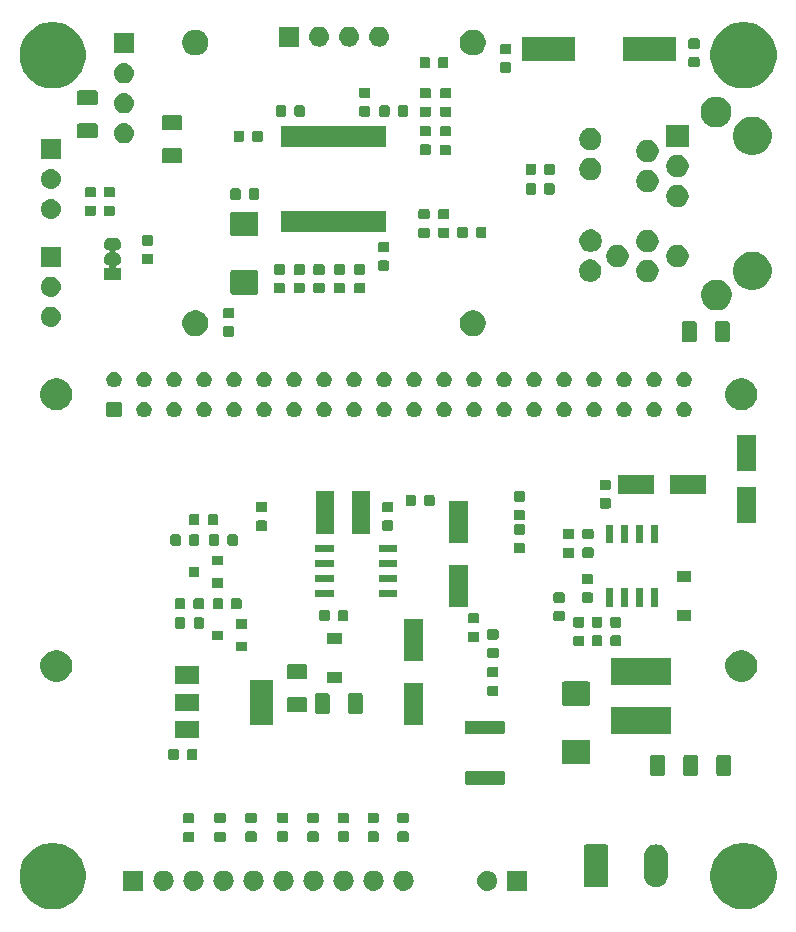
<source format=gts>
G04 #@! TF.GenerationSoftware,KiCad,Pcbnew,(5.0.1-3-g963ef8bb5)*
G04 #@! TF.CreationDate,2018-12-24T15:41:03+01:00*
G04 #@! TF.ProjectId,heizungsregler,6865697A756E67737265676C65722E6B,rev?*
G04 #@! TF.SameCoordinates,Original*
G04 #@! TF.FileFunction,Soldermask,Top*
G04 #@! TF.FilePolarity,Negative*
%FSLAX46Y46*%
G04 Gerber Fmt 4.6, Leading zero omitted, Abs format (unit mm)*
G04 Created by KiCad (PCBNEW (5.0.1-3-g963ef8bb5)) date Montag, 24. Dezember 2018 um 15:41:03*
%MOMM*%
%LPD*%
G01*
G04 APERTURE LIST*
%ADD10C,0.100000*%
G04 APERTURE END LIST*
D10*
G36*
X176046253Y-121753801D02*
X176316730Y-121807602D01*
X176513821Y-121889240D01*
X176826296Y-122018671D01*
X177284899Y-122325100D01*
X177674900Y-122715101D01*
X177981329Y-123173704D01*
X178192398Y-123683271D01*
X178300000Y-124224223D01*
X178300000Y-124775777D01*
X178263239Y-124960589D01*
X178192398Y-125316730D01*
X178149622Y-125420000D01*
X177981329Y-125826296D01*
X177674900Y-126284899D01*
X177284899Y-126674900D01*
X176826296Y-126981329D01*
X176527799Y-127104970D01*
X176316730Y-127192398D01*
X176046253Y-127246199D01*
X175775777Y-127300000D01*
X175224223Y-127300000D01*
X174953747Y-127246199D01*
X174683270Y-127192398D01*
X174472201Y-127104970D01*
X174173704Y-126981329D01*
X173715101Y-126674900D01*
X173325100Y-126284899D01*
X173018671Y-125826296D01*
X172850378Y-125420000D01*
X172807602Y-125316730D01*
X172736761Y-124960589D01*
X172700000Y-124775777D01*
X172700000Y-124224223D01*
X172807602Y-123683271D01*
X173018671Y-123173704D01*
X173325100Y-122715101D01*
X173715101Y-122325100D01*
X174173704Y-122018671D01*
X174486179Y-121889240D01*
X174683270Y-121807602D01*
X174953747Y-121753801D01*
X175224223Y-121700000D01*
X175775777Y-121700000D01*
X176046253Y-121753801D01*
X176046253Y-121753801D01*
G37*
G36*
X117546253Y-121753801D02*
X117816730Y-121807602D01*
X118013821Y-121889240D01*
X118326296Y-122018671D01*
X118784899Y-122325100D01*
X119174900Y-122715101D01*
X119481329Y-123173704D01*
X119692398Y-123683271D01*
X119800000Y-124224223D01*
X119800000Y-124775777D01*
X119763239Y-124960589D01*
X119692398Y-125316730D01*
X119649622Y-125420000D01*
X119481329Y-125826296D01*
X119174900Y-126284899D01*
X118784899Y-126674900D01*
X118326296Y-126981329D01*
X118027799Y-127104970D01*
X117816730Y-127192398D01*
X117546253Y-127246199D01*
X117275777Y-127300000D01*
X116724223Y-127300000D01*
X116453747Y-127246199D01*
X116183270Y-127192398D01*
X115972201Y-127104970D01*
X115673704Y-126981329D01*
X115215101Y-126674900D01*
X114825100Y-126284899D01*
X114518671Y-125826296D01*
X114350378Y-125420000D01*
X114307602Y-125316730D01*
X114236761Y-124960589D01*
X114200000Y-124775777D01*
X114200000Y-124224223D01*
X114307602Y-123683271D01*
X114518671Y-123173704D01*
X114825100Y-122715101D01*
X115215101Y-122325100D01*
X115673704Y-122018671D01*
X115986179Y-121889240D01*
X116183270Y-121807602D01*
X116453747Y-121753801D01*
X116724223Y-121700000D01*
X117275777Y-121700000D01*
X117546253Y-121753801D01*
X117546253Y-121753801D01*
G37*
G36*
X157180000Y-125750000D02*
X155480000Y-125750000D01*
X155480000Y-124050000D01*
X157180000Y-124050000D01*
X157180000Y-125750000D01*
X157180000Y-125750000D01*
G37*
G36*
X153956630Y-124062299D02*
X154116855Y-124110903D01*
X154264520Y-124189831D01*
X154393949Y-124296051D01*
X154500169Y-124425480D01*
X154579097Y-124573145D01*
X154627701Y-124733370D01*
X154644112Y-124900000D01*
X154627701Y-125066630D01*
X154579097Y-125226855D01*
X154500169Y-125374520D01*
X154393949Y-125503949D01*
X154264520Y-125610169D01*
X154116855Y-125689097D01*
X153956630Y-125737701D01*
X153831752Y-125750000D01*
X153748248Y-125750000D01*
X153623370Y-125737701D01*
X153463145Y-125689097D01*
X153315480Y-125610169D01*
X153186051Y-125503949D01*
X153079831Y-125374520D01*
X153000903Y-125226855D01*
X152952299Y-125066630D01*
X152935888Y-124900000D01*
X152952299Y-124733370D01*
X153000903Y-124573145D01*
X153079831Y-124425480D01*
X153186051Y-124296051D01*
X153315480Y-124189831D01*
X153463145Y-124110903D01*
X153623370Y-124062299D01*
X153748248Y-124050000D01*
X153831752Y-124050000D01*
X153956630Y-124062299D01*
X153956630Y-124062299D01*
G37*
G36*
X146866630Y-124042299D02*
X147026855Y-124090903D01*
X147174520Y-124169831D01*
X147303949Y-124276051D01*
X147410169Y-124405480D01*
X147489097Y-124553145D01*
X147537701Y-124713370D01*
X147554112Y-124880000D01*
X147537701Y-125046630D01*
X147489097Y-125206855D01*
X147410169Y-125354520D01*
X147303949Y-125483949D01*
X147174520Y-125590169D01*
X147026855Y-125669097D01*
X146866630Y-125717701D01*
X146741752Y-125730000D01*
X146658248Y-125730000D01*
X146533370Y-125717701D01*
X146373145Y-125669097D01*
X146225480Y-125590169D01*
X146096051Y-125483949D01*
X145989831Y-125354520D01*
X145910903Y-125206855D01*
X145862299Y-125046630D01*
X145845888Y-124880000D01*
X145862299Y-124713370D01*
X145910903Y-124553145D01*
X145989831Y-124405480D01*
X146096051Y-124276051D01*
X146225480Y-124169831D01*
X146373145Y-124090903D01*
X146533370Y-124042299D01*
X146658248Y-124030000D01*
X146741752Y-124030000D01*
X146866630Y-124042299D01*
X146866630Y-124042299D01*
G37*
G36*
X144326630Y-124042299D02*
X144486855Y-124090903D01*
X144634520Y-124169831D01*
X144763949Y-124276051D01*
X144870169Y-124405480D01*
X144949097Y-124553145D01*
X144997701Y-124713370D01*
X145014112Y-124880000D01*
X144997701Y-125046630D01*
X144949097Y-125206855D01*
X144870169Y-125354520D01*
X144763949Y-125483949D01*
X144634520Y-125590169D01*
X144486855Y-125669097D01*
X144326630Y-125717701D01*
X144201752Y-125730000D01*
X144118248Y-125730000D01*
X143993370Y-125717701D01*
X143833145Y-125669097D01*
X143685480Y-125590169D01*
X143556051Y-125483949D01*
X143449831Y-125354520D01*
X143370903Y-125206855D01*
X143322299Y-125046630D01*
X143305888Y-124880000D01*
X143322299Y-124713370D01*
X143370903Y-124553145D01*
X143449831Y-124405480D01*
X143556051Y-124276051D01*
X143685480Y-124169831D01*
X143833145Y-124090903D01*
X143993370Y-124042299D01*
X144118248Y-124030000D01*
X144201752Y-124030000D01*
X144326630Y-124042299D01*
X144326630Y-124042299D01*
G37*
G36*
X141786630Y-124042299D02*
X141946855Y-124090903D01*
X142094520Y-124169831D01*
X142223949Y-124276051D01*
X142330169Y-124405480D01*
X142409097Y-124553145D01*
X142457701Y-124713370D01*
X142474112Y-124880000D01*
X142457701Y-125046630D01*
X142409097Y-125206855D01*
X142330169Y-125354520D01*
X142223949Y-125483949D01*
X142094520Y-125590169D01*
X141946855Y-125669097D01*
X141786630Y-125717701D01*
X141661752Y-125730000D01*
X141578248Y-125730000D01*
X141453370Y-125717701D01*
X141293145Y-125669097D01*
X141145480Y-125590169D01*
X141016051Y-125483949D01*
X140909831Y-125354520D01*
X140830903Y-125206855D01*
X140782299Y-125046630D01*
X140765888Y-124880000D01*
X140782299Y-124713370D01*
X140830903Y-124553145D01*
X140909831Y-124405480D01*
X141016051Y-124276051D01*
X141145480Y-124169831D01*
X141293145Y-124090903D01*
X141453370Y-124042299D01*
X141578248Y-124030000D01*
X141661752Y-124030000D01*
X141786630Y-124042299D01*
X141786630Y-124042299D01*
G37*
G36*
X139246630Y-124042299D02*
X139406855Y-124090903D01*
X139554520Y-124169831D01*
X139683949Y-124276051D01*
X139790169Y-124405480D01*
X139869097Y-124553145D01*
X139917701Y-124713370D01*
X139934112Y-124880000D01*
X139917701Y-125046630D01*
X139869097Y-125206855D01*
X139790169Y-125354520D01*
X139683949Y-125483949D01*
X139554520Y-125590169D01*
X139406855Y-125669097D01*
X139246630Y-125717701D01*
X139121752Y-125730000D01*
X139038248Y-125730000D01*
X138913370Y-125717701D01*
X138753145Y-125669097D01*
X138605480Y-125590169D01*
X138476051Y-125483949D01*
X138369831Y-125354520D01*
X138290903Y-125206855D01*
X138242299Y-125046630D01*
X138225888Y-124880000D01*
X138242299Y-124713370D01*
X138290903Y-124553145D01*
X138369831Y-124405480D01*
X138476051Y-124276051D01*
X138605480Y-124169831D01*
X138753145Y-124090903D01*
X138913370Y-124042299D01*
X139038248Y-124030000D01*
X139121752Y-124030000D01*
X139246630Y-124042299D01*
X139246630Y-124042299D01*
G37*
G36*
X136706630Y-124042299D02*
X136866855Y-124090903D01*
X137014520Y-124169831D01*
X137143949Y-124276051D01*
X137250169Y-124405480D01*
X137329097Y-124553145D01*
X137377701Y-124713370D01*
X137394112Y-124880000D01*
X137377701Y-125046630D01*
X137329097Y-125206855D01*
X137250169Y-125354520D01*
X137143949Y-125483949D01*
X137014520Y-125590169D01*
X136866855Y-125669097D01*
X136706630Y-125717701D01*
X136581752Y-125730000D01*
X136498248Y-125730000D01*
X136373370Y-125717701D01*
X136213145Y-125669097D01*
X136065480Y-125590169D01*
X135936051Y-125483949D01*
X135829831Y-125354520D01*
X135750903Y-125206855D01*
X135702299Y-125046630D01*
X135685888Y-124880000D01*
X135702299Y-124713370D01*
X135750903Y-124553145D01*
X135829831Y-124405480D01*
X135936051Y-124276051D01*
X136065480Y-124169831D01*
X136213145Y-124090903D01*
X136373370Y-124042299D01*
X136498248Y-124030000D01*
X136581752Y-124030000D01*
X136706630Y-124042299D01*
X136706630Y-124042299D01*
G37*
G36*
X134166630Y-124042299D02*
X134326855Y-124090903D01*
X134474520Y-124169831D01*
X134603949Y-124276051D01*
X134710169Y-124405480D01*
X134789097Y-124553145D01*
X134837701Y-124713370D01*
X134854112Y-124880000D01*
X134837701Y-125046630D01*
X134789097Y-125206855D01*
X134710169Y-125354520D01*
X134603949Y-125483949D01*
X134474520Y-125590169D01*
X134326855Y-125669097D01*
X134166630Y-125717701D01*
X134041752Y-125730000D01*
X133958248Y-125730000D01*
X133833370Y-125717701D01*
X133673145Y-125669097D01*
X133525480Y-125590169D01*
X133396051Y-125483949D01*
X133289831Y-125354520D01*
X133210903Y-125206855D01*
X133162299Y-125046630D01*
X133145888Y-124880000D01*
X133162299Y-124713370D01*
X133210903Y-124553145D01*
X133289831Y-124405480D01*
X133396051Y-124276051D01*
X133525480Y-124169831D01*
X133673145Y-124090903D01*
X133833370Y-124042299D01*
X133958248Y-124030000D01*
X134041752Y-124030000D01*
X134166630Y-124042299D01*
X134166630Y-124042299D01*
G37*
G36*
X131626630Y-124042299D02*
X131786855Y-124090903D01*
X131934520Y-124169831D01*
X132063949Y-124276051D01*
X132170169Y-124405480D01*
X132249097Y-124553145D01*
X132297701Y-124713370D01*
X132314112Y-124880000D01*
X132297701Y-125046630D01*
X132249097Y-125206855D01*
X132170169Y-125354520D01*
X132063949Y-125483949D01*
X131934520Y-125590169D01*
X131786855Y-125669097D01*
X131626630Y-125717701D01*
X131501752Y-125730000D01*
X131418248Y-125730000D01*
X131293370Y-125717701D01*
X131133145Y-125669097D01*
X130985480Y-125590169D01*
X130856051Y-125483949D01*
X130749831Y-125354520D01*
X130670903Y-125206855D01*
X130622299Y-125046630D01*
X130605888Y-124880000D01*
X130622299Y-124713370D01*
X130670903Y-124553145D01*
X130749831Y-124405480D01*
X130856051Y-124276051D01*
X130985480Y-124169831D01*
X131133145Y-124090903D01*
X131293370Y-124042299D01*
X131418248Y-124030000D01*
X131501752Y-124030000D01*
X131626630Y-124042299D01*
X131626630Y-124042299D01*
G37*
G36*
X129086630Y-124042299D02*
X129246855Y-124090903D01*
X129394520Y-124169831D01*
X129523949Y-124276051D01*
X129630169Y-124405480D01*
X129709097Y-124553145D01*
X129757701Y-124713370D01*
X129774112Y-124880000D01*
X129757701Y-125046630D01*
X129709097Y-125206855D01*
X129630169Y-125354520D01*
X129523949Y-125483949D01*
X129394520Y-125590169D01*
X129246855Y-125669097D01*
X129086630Y-125717701D01*
X128961752Y-125730000D01*
X128878248Y-125730000D01*
X128753370Y-125717701D01*
X128593145Y-125669097D01*
X128445480Y-125590169D01*
X128316051Y-125483949D01*
X128209831Y-125354520D01*
X128130903Y-125206855D01*
X128082299Y-125046630D01*
X128065888Y-124880000D01*
X128082299Y-124713370D01*
X128130903Y-124553145D01*
X128209831Y-124405480D01*
X128316051Y-124276051D01*
X128445480Y-124169831D01*
X128593145Y-124090903D01*
X128753370Y-124042299D01*
X128878248Y-124030000D01*
X128961752Y-124030000D01*
X129086630Y-124042299D01*
X129086630Y-124042299D01*
G37*
G36*
X126546630Y-124042299D02*
X126706855Y-124090903D01*
X126854520Y-124169831D01*
X126983949Y-124276051D01*
X127090169Y-124405480D01*
X127169097Y-124553145D01*
X127217701Y-124713370D01*
X127234112Y-124880000D01*
X127217701Y-125046630D01*
X127169097Y-125206855D01*
X127090169Y-125354520D01*
X126983949Y-125483949D01*
X126854520Y-125590169D01*
X126706855Y-125669097D01*
X126546630Y-125717701D01*
X126421752Y-125730000D01*
X126338248Y-125730000D01*
X126213370Y-125717701D01*
X126053145Y-125669097D01*
X125905480Y-125590169D01*
X125776051Y-125483949D01*
X125669831Y-125354520D01*
X125590903Y-125206855D01*
X125542299Y-125046630D01*
X125525888Y-124880000D01*
X125542299Y-124713370D01*
X125590903Y-124553145D01*
X125669831Y-124405480D01*
X125776051Y-124276051D01*
X125905480Y-124169831D01*
X126053145Y-124090903D01*
X126213370Y-124042299D01*
X126338248Y-124030000D01*
X126421752Y-124030000D01*
X126546630Y-124042299D01*
X126546630Y-124042299D01*
G37*
G36*
X124690000Y-125730000D02*
X122990000Y-125730000D01*
X122990000Y-124030000D01*
X124690000Y-124030000D01*
X124690000Y-125730000D01*
X124690000Y-125730000D01*
G37*
G36*
X168293875Y-121835048D02*
X168489915Y-121894516D01*
X168670589Y-121991088D01*
X168828949Y-122121051D01*
X168828950Y-122121053D01*
X168828952Y-122121054D01*
X168869663Y-122170661D01*
X168958912Y-122279411D01*
X169055484Y-122460084D01*
X169114952Y-122656124D01*
X169130000Y-122808909D01*
X169130000Y-124431091D01*
X169114952Y-124583876D01*
X169055484Y-124779916D01*
X168958912Y-124960589D01*
X168828949Y-125118949D01*
X168670589Y-125248912D01*
X168489916Y-125345484D01*
X168293876Y-125404952D01*
X168090000Y-125425032D01*
X167886125Y-125404952D01*
X167690085Y-125345484D01*
X167509412Y-125248912D01*
X167351052Y-125118949D01*
X167221089Y-124960589D01*
X167124517Y-124779916D01*
X167104331Y-124713371D01*
X167065048Y-124583877D01*
X167050000Y-124431084D01*
X167050000Y-122808910D01*
X167065048Y-122656125D01*
X167124516Y-122460085D01*
X167221088Y-122279411D01*
X167351051Y-122121051D01*
X167351053Y-122121050D01*
X167351054Y-122121048D01*
X167413258Y-122069999D01*
X167509411Y-121991088D01*
X167690084Y-121894516D01*
X167886124Y-121835048D01*
X168090000Y-121814968D01*
X168293875Y-121835048D01*
X168293875Y-121835048D01*
G37*
G36*
X163925081Y-121823572D02*
X163954055Y-121832361D01*
X163980760Y-121846635D01*
X164004160Y-121865840D01*
X164023365Y-121889240D01*
X164037639Y-121915945D01*
X164046428Y-121944919D01*
X164050000Y-121981187D01*
X164050000Y-125258813D01*
X164046428Y-125295081D01*
X164037639Y-125324055D01*
X164023365Y-125350760D01*
X164004160Y-125374160D01*
X163980760Y-125393365D01*
X163954055Y-125407639D01*
X163925081Y-125416428D01*
X163888813Y-125420000D01*
X162131187Y-125420000D01*
X162094919Y-125416428D01*
X162065945Y-125407639D01*
X162039240Y-125393365D01*
X162015840Y-125374160D01*
X161996635Y-125350760D01*
X161982361Y-125324055D01*
X161973572Y-125295081D01*
X161970000Y-125258813D01*
X161970000Y-121981187D01*
X161973572Y-121944919D01*
X161982361Y-121915945D01*
X161996635Y-121889240D01*
X162015840Y-121865840D01*
X162039240Y-121846635D01*
X162065945Y-121832361D01*
X162094919Y-121823572D01*
X162131187Y-121820000D01*
X163888813Y-121820000D01*
X163925081Y-121823572D01*
X163925081Y-121823572D01*
G37*
G36*
X128869116Y-120743595D02*
X128898313Y-120752452D01*
X128925218Y-120766833D01*
X128948808Y-120786192D01*
X128968167Y-120809782D01*
X128982548Y-120836687D01*
X128991405Y-120865884D01*
X128995000Y-120902390D01*
X128995000Y-121452610D01*
X128991405Y-121489116D01*
X128982548Y-121518313D01*
X128968167Y-121545218D01*
X128948808Y-121568808D01*
X128925218Y-121588167D01*
X128898313Y-121602548D01*
X128869116Y-121611405D01*
X128832610Y-121615000D01*
X128207390Y-121615000D01*
X128170884Y-121611405D01*
X128141687Y-121602548D01*
X128114782Y-121588167D01*
X128091192Y-121568808D01*
X128071833Y-121545218D01*
X128057452Y-121518313D01*
X128048595Y-121489116D01*
X128045000Y-121452610D01*
X128045000Y-120902390D01*
X128048595Y-120865884D01*
X128057452Y-120836687D01*
X128071833Y-120809782D01*
X128091192Y-120786192D01*
X128114782Y-120766833D01*
X128141687Y-120752452D01*
X128170884Y-120743595D01*
X128207390Y-120740000D01*
X128832610Y-120740000D01*
X128869116Y-120743595D01*
X128869116Y-120743595D01*
G37*
G36*
X131519116Y-120733595D02*
X131548313Y-120742452D01*
X131575218Y-120756833D01*
X131598808Y-120776192D01*
X131618167Y-120799782D01*
X131632548Y-120826687D01*
X131641405Y-120855884D01*
X131645000Y-120892390D01*
X131645000Y-121442610D01*
X131641405Y-121479116D01*
X131632548Y-121508313D01*
X131618167Y-121535218D01*
X131598808Y-121558808D01*
X131575218Y-121578167D01*
X131548313Y-121592548D01*
X131519116Y-121601405D01*
X131482610Y-121605000D01*
X130857390Y-121605000D01*
X130820884Y-121601405D01*
X130791687Y-121592548D01*
X130764782Y-121578167D01*
X130741192Y-121558808D01*
X130721833Y-121535218D01*
X130707452Y-121508313D01*
X130698595Y-121479116D01*
X130695000Y-121442610D01*
X130695000Y-120892390D01*
X130698595Y-120855884D01*
X130707452Y-120826687D01*
X130721833Y-120799782D01*
X130741192Y-120776192D01*
X130764782Y-120756833D01*
X130791687Y-120742452D01*
X130820884Y-120733595D01*
X130857390Y-120730000D01*
X131482610Y-120730000D01*
X131519116Y-120733595D01*
X131519116Y-120733595D01*
G37*
G36*
X134149116Y-120723595D02*
X134178313Y-120732452D01*
X134205218Y-120746833D01*
X134228808Y-120766192D01*
X134248167Y-120789782D01*
X134262548Y-120816687D01*
X134271405Y-120845884D01*
X134275000Y-120882390D01*
X134275000Y-121432610D01*
X134271405Y-121469116D01*
X134262548Y-121498313D01*
X134248167Y-121525218D01*
X134228808Y-121548808D01*
X134205218Y-121568167D01*
X134178313Y-121582548D01*
X134149116Y-121591405D01*
X134112610Y-121595000D01*
X133487390Y-121595000D01*
X133450884Y-121591405D01*
X133421687Y-121582548D01*
X133394782Y-121568167D01*
X133371192Y-121548808D01*
X133351833Y-121525218D01*
X133337452Y-121498313D01*
X133328595Y-121469116D01*
X133325000Y-121432610D01*
X133325000Y-120882390D01*
X133328595Y-120845884D01*
X133337452Y-120816687D01*
X133351833Y-120789782D01*
X133371192Y-120766192D01*
X133394782Y-120746833D01*
X133421687Y-120732452D01*
X133450884Y-120723595D01*
X133487390Y-120720000D01*
X134112610Y-120720000D01*
X134149116Y-120723595D01*
X134149116Y-120723595D01*
G37*
G36*
X139399116Y-120716095D02*
X139428313Y-120724952D01*
X139455218Y-120739333D01*
X139478808Y-120758692D01*
X139498167Y-120782282D01*
X139512548Y-120809187D01*
X139521405Y-120838384D01*
X139525000Y-120874890D01*
X139525000Y-121425110D01*
X139521405Y-121461616D01*
X139512548Y-121490813D01*
X139498167Y-121517718D01*
X139478808Y-121541308D01*
X139455218Y-121560667D01*
X139428313Y-121575048D01*
X139399116Y-121583905D01*
X139362610Y-121587500D01*
X138737390Y-121587500D01*
X138700884Y-121583905D01*
X138671687Y-121575048D01*
X138644782Y-121560667D01*
X138621192Y-121541308D01*
X138601833Y-121517718D01*
X138587452Y-121490813D01*
X138578595Y-121461616D01*
X138575000Y-121425110D01*
X138575000Y-120874890D01*
X138578595Y-120838384D01*
X138587452Y-120809187D01*
X138601833Y-120782282D01*
X138621192Y-120758692D01*
X138644782Y-120739333D01*
X138671687Y-120724952D01*
X138700884Y-120716095D01*
X138737390Y-120712500D01*
X139362610Y-120712500D01*
X139399116Y-120716095D01*
X139399116Y-120716095D01*
G37*
G36*
X147009116Y-120713595D02*
X147038313Y-120722452D01*
X147065218Y-120736833D01*
X147088808Y-120756192D01*
X147108167Y-120779782D01*
X147122548Y-120806687D01*
X147131405Y-120835884D01*
X147135000Y-120872390D01*
X147135000Y-121422610D01*
X147131405Y-121459116D01*
X147122548Y-121488313D01*
X147108167Y-121515218D01*
X147088808Y-121538808D01*
X147065218Y-121558167D01*
X147038313Y-121572548D01*
X147009116Y-121581405D01*
X146972610Y-121585000D01*
X146347390Y-121585000D01*
X146310884Y-121581405D01*
X146281687Y-121572548D01*
X146254782Y-121558167D01*
X146231192Y-121538808D01*
X146211833Y-121515218D01*
X146197452Y-121488313D01*
X146188595Y-121459116D01*
X146185000Y-121422610D01*
X146185000Y-120872390D01*
X146188595Y-120835884D01*
X146197452Y-120806687D01*
X146211833Y-120779782D01*
X146231192Y-120756192D01*
X146254782Y-120736833D01*
X146281687Y-120722452D01*
X146310884Y-120713595D01*
X146347390Y-120710000D01*
X146972610Y-120710000D01*
X147009116Y-120713595D01*
X147009116Y-120713595D01*
G37*
G36*
X141969116Y-120713595D02*
X141998313Y-120722452D01*
X142025218Y-120736833D01*
X142048808Y-120756192D01*
X142068167Y-120779782D01*
X142082548Y-120806687D01*
X142091405Y-120835884D01*
X142095000Y-120872390D01*
X142095000Y-121422610D01*
X142091405Y-121459116D01*
X142082548Y-121488313D01*
X142068167Y-121515218D01*
X142048808Y-121538808D01*
X142025218Y-121558167D01*
X141998313Y-121572548D01*
X141969116Y-121581405D01*
X141932610Y-121585000D01*
X141307390Y-121585000D01*
X141270884Y-121581405D01*
X141241687Y-121572548D01*
X141214782Y-121558167D01*
X141191192Y-121538808D01*
X141171833Y-121515218D01*
X141157452Y-121488313D01*
X141148595Y-121459116D01*
X141145000Y-121422610D01*
X141145000Y-120872390D01*
X141148595Y-120835884D01*
X141157452Y-120806687D01*
X141171833Y-120779782D01*
X141191192Y-120756192D01*
X141214782Y-120736833D01*
X141241687Y-120722452D01*
X141270884Y-120713595D01*
X141307390Y-120710000D01*
X141932610Y-120710000D01*
X141969116Y-120713595D01*
X141969116Y-120713595D01*
G37*
G36*
X144489116Y-120713595D02*
X144518313Y-120722452D01*
X144545218Y-120736833D01*
X144568808Y-120756192D01*
X144588167Y-120779782D01*
X144602548Y-120806687D01*
X144611405Y-120835884D01*
X144615000Y-120872390D01*
X144615000Y-121422610D01*
X144611405Y-121459116D01*
X144602548Y-121488313D01*
X144588167Y-121515218D01*
X144568808Y-121538808D01*
X144545218Y-121558167D01*
X144518313Y-121572548D01*
X144489116Y-121581405D01*
X144452610Y-121585000D01*
X143827390Y-121585000D01*
X143790884Y-121581405D01*
X143761687Y-121572548D01*
X143734782Y-121558167D01*
X143711192Y-121538808D01*
X143691833Y-121515218D01*
X143677452Y-121488313D01*
X143668595Y-121459116D01*
X143665000Y-121422610D01*
X143665000Y-120872390D01*
X143668595Y-120835884D01*
X143677452Y-120806687D01*
X143691833Y-120779782D01*
X143711192Y-120756192D01*
X143734782Y-120736833D01*
X143761687Y-120722452D01*
X143790884Y-120713595D01*
X143827390Y-120710000D01*
X144452610Y-120710000D01*
X144489116Y-120713595D01*
X144489116Y-120713595D01*
G37*
G36*
X136819116Y-120703595D02*
X136848313Y-120712452D01*
X136875218Y-120726833D01*
X136898808Y-120746192D01*
X136918167Y-120769782D01*
X136932548Y-120796687D01*
X136941405Y-120825884D01*
X136945000Y-120862390D01*
X136945000Y-121412610D01*
X136941405Y-121449116D01*
X136932548Y-121478313D01*
X136918167Y-121505218D01*
X136898808Y-121528808D01*
X136875218Y-121548167D01*
X136848313Y-121562548D01*
X136819116Y-121571405D01*
X136782610Y-121575000D01*
X136157390Y-121575000D01*
X136120884Y-121571405D01*
X136091687Y-121562548D01*
X136064782Y-121548167D01*
X136041192Y-121528808D01*
X136021833Y-121505218D01*
X136007452Y-121478313D01*
X135998595Y-121449116D01*
X135995000Y-121412610D01*
X135995000Y-120862390D01*
X135998595Y-120825884D01*
X136007452Y-120796687D01*
X136021833Y-120769782D01*
X136041192Y-120746192D01*
X136064782Y-120726833D01*
X136091687Y-120712452D01*
X136120884Y-120703595D01*
X136157390Y-120700000D01*
X136782610Y-120700000D01*
X136819116Y-120703595D01*
X136819116Y-120703595D01*
G37*
G36*
X128869116Y-119168595D02*
X128898313Y-119177452D01*
X128925218Y-119191833D01*
X128948808Y-119211192D01*
X128968167Y-119234782D01*
X128982548Y-119261687D01*
X128991405Y-119290884D01*
X128995000Y-119327390D01*
X128995000Y-119877610D01*
X128991405Y-119914116D01*
X128982548Y-119943313D01*
X128968167Y-119970218D01*
X128948808Y-119993808D01*
X128925218Y-120013167D01*
X128898313Y-120027548D01*
X128869116Y-120036405D01*
X128832610Y-120040000D01*
X128207390Y-120040000D01*
X128170884Y-120036405D01*
X128141687Y-120027548D01*
X128114782Y-120013167D01*
X128091192Y-119993808D01*
X128071833Y-119970218D01*
X128057452Y-119943313D01*
X128048595Y-119914116D01*
X128045000Y-119877610D01*
X128045000Y-119327390D01*
X128048595Y-119290884D01*
X128057452Y-119261687D01*
X128071833Y-119234782D01*
X128091192Y-119211192D01*
X128114782Y-119191833D01*
X128141687Y-119177452D01*
X128170884Y-119168595D01*
X128207390Y-119165000D01*
X128832610Y-119165000D01*
X128869116Y-119168595D01*
X128869116Y-119168595D01*
G37*
G36*
X131519116Y-119158595D02*
X131548313Y-119167452D01*
X131575218Y-119181833D01*
X131598808Y-119201192D01*
X131618167Y-119224782D01*
X131632548Y-119251687D01*
X131641405Y-119280884D01*
X131645000Y-119317390D01*
X131645000Y-119867610D01*
X131641405Y-119904116D01*
X131632548Y-119933313D01*
X131618167Y-119960218D01*
X131598808Y-119983808D01*
X131575218Y-120003167D01*
X131548313Y-120017548D01*
X131519116Y-120026405D01*
X131482610Y-120030000D01*
X130857390Y-120030000D01*
X130820884Y-120026405D01*
X130791687Y-120017548D01*
X130764782Y-120003167D01*
X130741192Y-119983808D01*
X130721833Y-119960218D01*
X130707452Y-119933313D01*
X130698595Y-119904116D01*
X130695000Y-119867610D01*
X130695000Y-119317390D01*
X130698595Y-119280884D01*
X130707452Y-119251687D01*
X130721833Y-119224782D01*
X130741192Y-119201192D01*
X130764782Y-119181833D01*
X130791687Y-119167452D01*
X130820884Y-119158595D01*
X130857390Y-119155000D01*
X131482610Y-119155000D01*
X131519116Y-119158595D01*
X131519116Y-119158595D01*
G37*
G36*
X134149116Y-119148595D02*
X134178313Y-119157452D01*
X134205218Y-119171833D01*
X134228808Y-119191192D01*
X134248167Y-119214782D01*
X134262548Y-119241687D01*
X134271405Y-119270884D01*
X134275000Y-119307390D01*
X134275000Y-119857610D01*
X134271405Y-119894116D01*
X134262548Y-119923313D01*
X134248167Y-119950218D01*
X134228808Y-119973808D01*
X134205218Y-119993167D01*
X134178313Y-120007548D01*
X134149116Y-120016405D01*
X134112610Y-120020000D01*
X133487390Y-120020000D01*
X133450884Y-120016405D01*
X133421687Y-120007548D01*
X133394782Y-119993167D01*
X133371192Y-119973808D01*
X133351833Y-119950218D01*
X133337452Y-119923313D01*
X133328595Y-119894116D01*
X133325000Y-119857610D01*
X133325000Y-119307390D01*
X133328595Y-119270884D01*
X133337452Y-119241687D01*
X133351833Y-119214782D01*
X133371192Y-119191192D01*
X133394782Y-119171833D01*
X133421687Y-119157452D01*
X133450884Y-119148595D01*
X133487390Y-119145000D01*
X134112610Y-119145000D01*
X134149116Y-119148595D01*
X134149116Y-119148595D01*
G37*
G36*
X139399116Y-119141095D02*
X139428313Y-119149952D01*
X139455218Y-119164333D01*
X139478808Y-119183692D01*
X139498167Y-119207282D01*
X139512548Y-119234187D01*
X139521405Y-119263384D01*
X139525000Y-119299890D01*
X139525000Y-119850110D01*
X139521405Y-119886616D01*
X139512548Y-119915813D01*
X139498167Y-119942718D01*
X139478808Y-119966308D01*
X139455218Y-119985667D01*
X139428313Y-120000048D01*
X139399116Y-120008905D01*
X139362610Y-120012500D01*
X138737390Y-120012500D01*
X138700884Y-120008905D01*
X138671687Y-120000048D01*
X138644782Y-119985667D01*
X138621192Y-119966308D01*
X138601833Y-119942718D01*
X138587452Y-119915813D01*
X138578595Y-119886616D01*
X138575000Y-119850110D01*
X138575000Y-119299890D01*
X138578595Y-119263384D01*
X138587452Y-119234187D01*
X138601833Y-119207282D01*
X138621192Y-119183692D01*
X138644782Y-119164333D01*
X138671687Y-119149952D01*
X138700884Y-119141095D01*
X138737390Y-119137500D01*
X139362610Y-119137500D01*
X139399116Y-119141095D01*
X139399116Y-119141095D01*
G37*
G36*
X147009116Y-119138595D02*
X147038313Y-119147452D01*
X147065218Y-119161833D01*
X147088808Y-119181192D01*
X147108167Y-119204782D01*
X147122548Y-119231687D01*
X147131405Y-119260884D01*
X147135000Y-119297390D01*
X147135000Y-119847610D01*
X147131405Y-119884116D01*
X147122548Y-119913313D01*
X147108167Y-119940218D01*
X147088808Y-119963808D01*
X147065218Y-119983167D01*
X147038313Y-119997548D01*
X147009116Y-120006405D01*
X146972610Y-120010000D01*
X146347390Y-120010000D01*
X146310884Y-120006405D01*
X146281687Y-119997548D01*
X146254782Y-119983167D01*
X146231192Y-119963808D01*
X146211833Y-119940218D01*
X146197452Y-119913313D01*
X146188595Y-119884116D01*
X146185000Y-119847610D01*
X146185000Y-119297390D01*
X146188595Y-119260884D01*
X146197452Y-119231687D01*
X146211833Y-119204782D01*
X146231192Y-119181192D01*
X146254782Y-119161833D01*
X146281687Y-119147452D01*
X146310884Y-119138595D01*
X146347390Y-119135000D01*
X146972610Y-119135000D01*
X147009116Y-119138595D01*
X147009116Y-119138595D01*
G37*
G36*
X141969116Y-119138595D02*
X141998313Y-119147452D01*
X142025218Y-119161833D01*
X142048808Y-119181192D01*
X142068167Y-119204782D01*
X142082548Y-119231687D01*
X142091405Y-119260884D01*
X142095000Y-119297390D01*
X142095000Y-119847610D01*
X142091405Y-119884116D01*
X142082548Y-119913313D01*
X142068167Y-119940218D01*
X142048808Y-119963808D01*
X142025218Y-119983167D01*
X141998313Y-119997548D01*
X141969116Y-120006405D01*
X141932610Y-120010000D01*
X141307390Y-120010000D01*
X141270884Y-120006405D01*
X141241687Y-119997548D01*
X141214782Y-119983167D01*
X141191192Y-119963808D01*
X141171833Y-119940218D01*
X141157452Y-119913313D01*
X141148595Y-119884116D01*
X141145000Y-119847610D01*
X141145000Y-119297390D01*
X141148595Y-119260884D01*
X141157452Y-119231687D01*
X141171833Y-119204782D01*
X141191192Y-119181192D01*
X141214782Y-119161833D01*
X141241687Y-119147452D01*
X141270884Y-119138595D01*
X141307390Y-119135000D01*
X141932610Y-119135000D01*
X141969116Y-119138595D01*
X141969116Y-119138595D01*
G37*
G36*
X144489116Y-119138595D02*
X144518313Y-119147452D01*
X144545218Y-119161833D01*
X144568808Y-119181192D01*
X144588167Y-119204782D01*
X144602548Y-119231687D01*
X144611405Y-119260884D01*
X144615000Y-119297390D01*
X144615000Y-119847610D01*
X144611405Y-119884116D01*
X144602548Y-119913313D01*
X144588167Y-119940218D01*
X144568808Y-119963808D01*
X144545218Y-119983167D01*
X144518313Y-119997548D01*
X144489116Y-120006405D01*
X144452610Y-120010000D01*
X143827390Y-120010000D01*
X143790884Y-120006405D01*
X143761687Y-119997548D01*
X143734782Y-119983167D01*
X143711192Y-119963808D01*
X143691833Y-119940218D01*
X143677452Y-119913313D01*
X143668595Y-119884116D01*
X143665000Y-119847610D01*
X143665000Y-119297390D01*
X143668595Y-119260884D01*
X143677452Y-119231687D01*
X143691833Y-119204782D01*
X143711192Y-119181192D01*
X143734782Y-119161833D01*
X143761687Y-119147452D01*
X143790884Y-119138595D01*
X143827390Y-119135000D01*
X144452610Y-119135000D01*
X144489116Y-119138595D01*
X144489116Y-119138595D01*
G37*
G36*
X136819116Y-119128595D02*
X136848313Y-119137452D01*
X136875218Y-119151833D01*
X136898808Y-119171192D01*
X136918167Y-119194782D01*
X136932548Y-119221687D01*
X136941405Y-119250884D01*
X136945000Y-119287390D01*
X136945000Y-119837610D01*
X136941405Y-119874116D01*
X136932548Y-119903313D01*
X136918167Y-119930218D01*
X136898808Y-119953808D01*
X136875218Y-119973167D01*
X136848313Y-119987548D01*
X136819116Y-119996405D01*
X136782610Y-120000000D01*
X136157390Y-120000000D01*
X136120884Y-119996405D01*
X136091687Y-119987548D01*
X136064782Y-119973167D01*
X136041192Y-119953808D01*
X136021833Y-119930218D01*
X136007452Y-119903313D01*
X135998595Y-119874116D01*
X135995000Y-119837610D01*
X135995000Y-119287390D01*
X135998595Y-119250884D01*
X136007452Y-119221687D01*
X136021833Y-119194782D01*
X136041192Y-119171192D01*
X136064782Y-119151833D01*
X136091687Y-119137452D01*
X136120884Y-119128595D01*
X136157390Y-119125000D01*
X136782610Y-119125000D01*
X136819116Y-119128595D01*
X136819116Y-119128595D01*
G37*
G36*
X155154553Y-115629062D02*
X155188309Y-115639302D01*
X155219420Y-115655931D01*
X155246689Y-115678311D01*
X155269069Y-115705580D01*
X155285698Y-115736691D01*
X155295938Y-115770447D01*
X155300000Y-115811695D01*
X155300000Y-116563305D01*
X155295938Y-116604553D01*
X155285698Y-116638309D01*
X155269069Y-116669420D01*
X155246689Y-116696689D01*
X155219420Y-116719069D01*
X155188309Y-116735698D01*
X155154553Y-116745938D01*
X155113305Y-116750000D01*
X152086695Y-116750000D01*
X152045447Y-116745938D01*
X152011691Y-116735698D01*
X151980580Y-116719069D01*
X151953311Y-116696689D01*
X151930931Y-116669420D01*
X151914302Y-116638309D01*
X151904062Y-116604553D01*
X151900000Y-116563305D01*
X151900000Y-115811695D01*
X151904062Y-115770447D01*
X151914302Y-115736691D01*
X151930931Y-115705580D01*
X151953311Y-115678311D01*
X151980580Y-115655931D01*
X152011691Y-115639302D01*
X152045447Y-115629062D01*
X152086695Y-115625000D01*
X155113305Y-115625000D01*
X155154553Y-115629062D01*
X155154553Y-115629062D01*
G37*
G36*
X171514024Y-114258955D02*
X171546736Y-114268879D01*
X171576890Y-114284997D01*
X171603316Y-114306684D01*
X171625003Y-114333110D01*
X171641121Y-114363264D01*
X171651045Y-114395976D01*
X171655000Y-114436138D01*
X171655000Y-115823862D01*
X171651045Y-115864024D01*
X171641121Y-115896736D01*
X171625003Y-115926890D01*
X171603316Y-115953316D01*
X171576890Y-115975003D01*
X171546736Y-115991121D01*
X171514024Y-116001045D01*
X171473862Y-116005000D01*
X170586138Y-116005000D01*
X170545976Y-116001045D01*
X170513264Y-115991121D01*
X170483110Y-115975003D01*
X170456684Y-115953316D01*
X170434997Y-115926890D01*
X170418879Y-115896736D01*
X170408955Y-115864024D01*
X170405000Y-115823862D01*
X170405000Y-114436138D01*
X170408955Y-114395976D01*
X170418879Y-114363264D01*
X170434997Y-114333110D01*
X170456684Y-114306684D01*
X170483110Y-114284997D01*
X170513264Y-114268879D01*
X170545976Y-114258955D01*
X170586138Y-114255000D01*
X171473862Y-114255000D01*
X171514024Y-114258955D01*
X171514024Y-114258955D01*
G37*
G36*
X168714024Y-114258955D02*
X168746736Y-114268879D01*
X168776890Y-114284997D01*
X168803316Y-114306684D01*
X168825003Y-114333110D01*
X168841121Y-114363264D01*
X168851045Y-114395976D01*
X168855000Y-114436138D01*
X168855000Y-115823862D01*
X168851045Y-115864024D01*
X168841121Y-115896736D01*
X168825003Y-115926890D01*
X168803316Y-115953316D01*
X168776890Y-115975003D01*
X168746736Y-115991121D01*
X168714024Y-116001045D01*
X168673862Y-116005000D01*
X167786138Y-116005000D01*
X167745976Y-116001045D01*
X167713264Y-115991121D01*
X167683110Y-115975003D01*
X167656684Y-115953316D01*
X167634997Y-115926890D01*
X167618879Y-115896736D01*
X167608955Y-115864024D01*
X167605000Y-115823862D01*
X167605000Y-114436138D01*
X167608955Y-114395976D01*
X167618879Y-114363264D01*
X167634997Y-114333110D01*
X167656684Y-114306684D01*
X167683110Y-114284997D01*
X167713264Y-114268879D01*
X167745976Y-114258955D01*
X167786138Y-114255000D01*
X168673862Y-114255000D01*
X168714024Y-114258955D01*
X168714024Y-114258955D01*
G37*
G36*
X174314024Y-114258955D02*
X174346736Y-114268879D01*
X174376890Y-114284997D01*
X174403316Y-114306684D01*
X174425003Y-114333110D01*
X174441121Y-114363264D01*
X174451045Y-114395976D01*
X174455000Y-114436138D01*
X174455000Y-115823862D01*
X174451045Y-115864024D01*
X174441121Y-115896736D01*
X174425003Y-115926890D01*
X174403316Y-115953316D01*
X174376890Y-115975003D01*
X174346736Y-115991121D01*
X174314024Y-116001045D01*
X174273862Y-116005000D01*
X173386138Y-116005000D01*
X173345976Y-116001045D01*
X173313264Y-115991121D01*
X173283110Y-115975003D01*
X173256684Y-115953316D01*
X173234997Y-115926890D01*
X173218879Y-115896736D01*
X173208955Y-115864024D01*
X173205000Y-115823862D01*
X173205000Y-114436138D01*
X173208955Y-114395976D01*
X173218879Y-114363264D01*
X173234997Y-114333110D01*
X173256684Y-114306684D01*
X173283110Y-114284997D01*
X173313264Y-114268879D01*
X173345976Y-114258955D01*
X173386138Y-114255000D01*
X174273862Y-114255000D01*
X174314024Y-114258955D01*
X174314024Y-114258955D01*
G37*
G36*
X162360024Y-112948573D02*
X162389008Y-112957366D01*
X162415725Y-112971647D01*
X162439139Y-112990861D01*
X162458353Y-113014275D01*
X162472634Y-113040992D01*
X162481427Y-113069976D01*
X162485000Y-113106258D01*
X162485000Y-114858742D01*
X162481427Y-114895024D01*
X162472634Y-114924008D01*
X162458353Y-114950725D01*
X162439139Y-114974139D01*
X162415725Y-114993353D01*
X162389008Y-115007634D01*
X162360024Y-115016427D01*
X162323742Y-115020000D01*
X160296258Y-115020000D01*
X160259976Y-115016427D01*
X160230992Y-115007634D01*
X160204275Y-114993353D01*
X160180861Y-114974139D01*
X160161647Y-114950725D01*
X160147366Y-114924008D01*
X160138573Y-114895024D01*
X160135000Y-114858742D01*
X160135000Y-113106258D01*
X160138573Y-113069976D01*
X160147366Y-113040992D01*
X160161647Y-113014275D01*
X160180861Y-112990861D01*
X160204275Y-112971647D01*
X160230992Y-112957366D01*
X160259976Y-112948573D01*
X160296258Y-112945000D01*
X162323742Y-112945000D01*
X162360024Y-112948573D01*
X162360024Y-112948573D01*
G37*
G36*
X127554116Y-113728595D02*
X127583313Y-113737452D01*
X127610218Y-113751833D01*
X127633808Y-113771192D01*
X127653167Y-113794782D01*
X127667548Y-113821687D01*
X127676405Y-113850884D01*
X127680000Y-113887390D01*
X127680000Y-114512610D01*
X127676405Y-114549116D01*
X127667548Y-114578313D01*
X127653167Y-114605218D01*
X127633808Y-114628808D01*
X127610218Y-114648167D01*
X127583313Y-114662548D01*
X127554116Y-114671405D01*
X127517610Y-114675000D01*
X126967390Y-114675000D01*
X126930884Y-114671405D01*
X126901687Y-114662548D01*
X126874782Y-114648167D01*
X126851192Y-114628808D01*
X126831833Y-114605218D01*
X126817452Y-114578313D01*
X126808595Y-114549116D01*
X126805000Y-114512610D01*
X126805000Y-113887390D01*
X126808595Y-113850884D01*
X126817452Y-113821687D01*
X126831833Y-113794782D01*
X126851192Y-113771192D01*
X126874782Y-113751833D01*
X126901687Y-113737452D01*
X126930884Y-113728595D01*
X126967390Y-113725000D01*
X127517610Y-113725000D01*
X127554116Y-113728595D01*
X127554116Y-113728595D01*
G37*
G36*
X129129116Y-113728595D02*
X129158313Y-113737452D01*
X129185218Y-113751833D01*
X129208808Y-113771192D01*
X129228167Y-113794782D01*
X129242548Y-113821687D01*
X129251405Y-113850884D01*
X129255000Y-113887390D01*
X129255000Y-114512610D01*
X129251405Y-114549116D01*
X129242548Y-114578313D01*
X129228167Y-114605218D01*
X129208808Y-114628808D01*
X129185218Y-114648167D01*
X129158313Y-114662548D01*
X129129116Y-114671405D01*
X129092610Y-114675000D01*
X128542390Y-114675000D01*
X128505884Y-114671405D01*
X128476687Y-114662548D01*
X128449782Y-114648167D01*
X128426192Y-114628808D01*
X128406833Y-114605218D01*
X128392452Y-114578313D01*
X128383595Y-114549116D01*
X128380000Y-114512610D01*
X128380000Y-113887390D01*
X128383595Y-113850884D01*
X128392452Y-113821687D01*
X128406833Y-113794782D01*
X128426192Y-113771192D01*
X128449782Y-113751833D01*
X128476687Y-113737452D01*
X128505884Y-113728595D01*
X128542390Y-113725000D01*
X129092610Y-113725000D01*
X129129116Y-113728595D01*
X129129116Y-113728595D01*
G37*
G36*
X129390000Y-112840000D02*
X127390000Y-112840000D01*
X127390000Y-111340000D01*
X129390000Y-111340000D01*
X129390000Y-112840000D01*
X129390000Y-112840000D01*
G37*
G36*
X169350000Y-112490000D02*
X164250000Y-112490000D01*
X164250000Y-110140000D01*
X169350000Y-110140000D01*
X169350000Y-112490000D01*
X169350000Y-112490000D01*
G37*
G36*
X155154553Y-111354062D02*
X155188309Y-111364302D01*
X155219420Y-111380931D01*
X155246689Y-111403311D01*
X155269069Y-111430580D01*
X155285698Y-111461691D01*
X155295938Y-111495447D01*
X155300000Y-111536695D01*
X155300000Y-112288305D01*
X155295938Y-112329553D01*
X155285698Y-112363309D01*
X155269069Y-112394420D01*
X155246689Y-112421689D01*
X155219420Y-112444069D01*
X155188309Y-112460698D01*
X155154553Y-112470938D01*
X155113305Y-112475000D01*
X152086695Y-112475000D01*
X152045447Y-112470938D01*
X152011691Y-112460698D01*
X151980580Y-112444069D01*
X151953311Y-112421689D01*
X151930931Y-112394420D01*
X151914302Y-112363309D01*
X151904062Y-112329553D01*
X151900000Y-112288305D01*
X151900000Y-111536695D01*
X151904062Y-111495447D01*
X151914302Y-111461691D01*
X151930931Y-111430580D01*
X151953311Y-111403311D01*
X151980580Y-111380931D01*
X152011691Y-111364302D01*
X152045447Y-111354062D01*
X152086695Y-111350000D01*
X155113305Y-111350000D01*
X155154553Y-111354062D01*
X155154553Y-111354062D01*
G37*
G36*
X135690000Y-111690000D02*
X133690000Y-111690000D01*
X133690000Y-107890000D01*
X135690000Y-107890000D01*
X135690000Y-111690000D01*
X135690000Y-111690000D01*
G37*
G36*
X148350000Y-111670000D02*
X146750000Y-111670000D01*
X146750000Y-108170000D01*
X148350000Y-108170000D01*
X148350000Y-111670000D01*
X148350000Y-111670000D01*
G37*
G36*
X140324024Y-109018955D02*
X140356736Y-109028879D01*
X140386890Y-109044997D01*
X140413316Y-109066684D01*
X140435003Y-109093110D01*
X140451121Y-109123264D01*
X140461045Y-109155976D01*
X140465000Y-109196138D01*
X140465000Y-110583862D01*
X140461045Y-110624024D01*
X140451121Y-110656736D01*
X140435003Y-110686890D01*
X140413316Y-110713316D01*
X140386890Y-110735003D01*
X140356736Y-110751121D01*
X140324024Y-110761045D01*
X140283862Y-110765000D01*
X139396138Y-110765000D01*
X139355976Y-110761045D01*
X139323264Y-110751121D01*
X139293110Y-110735003D01*
X139266684Y-110713316D01*
X139244997Y-110686890D01*
X139228879Y-110656736D01*
X139218955Y-110624024D01*
X139215000Y-110583862D01*
X139215000Y-109196138D01*
X139218955Y-109155976D01*
X139228879Y-109123264D01*
X139244997Y-109093110D01*
X139266684Y-109066684D01*
X139293110Y-109044997D01*
X139323264Y-109028879D01*
X139355976Y-109018955D01*
X139396138Y-109015000D01*
X140283862Y-109015000D01*
X140324024Y-109018955D01*
X140324024Y-109018955D01*
G37*
G36*
X143124024Y-109018955D02*
X143156736Y-109028879D01*
X143186890Y-109044997D01*
X143213316Y-109066684D01*
X143235003Y-109093110D01*
X143251121Y-109123264D01*
X143261045Y-109155976D01*
X143265000Y-109196138D01*
X143265000Y-110583862D01*
X143261045Y-110624024D01*
X143251121Y-110656736D01*
X143235003Y-110686890D01*
X143213316Y-110713316D01*
X143186890Y-110735003D01*
X143156736Y-110751121D01*
X143124024Y-110761045D01*
X143083862Y-110765000D01*
X142196138Y-110765000D01*
X142155976Y-110761045D01*
X142123264Y-110751121D01*
X142093110Y-110735003D01*
X142066684Y-110713316D01*
X142044997Y-110686890D01*
X142028879Y-110656736D01*
X142018955Y-110624024D01*
X142015000Y-110583862D01*
X142015000Y-109196138D01*
X142018955Y-109155976D01*
X142028879Y-109123264D01*
X142044997Y-109093110D01*
X142066684Y-109066684D01*
X142093110Y-109044997D01*
X142123264Y-109028879D01*
X142155976Y-109018955D01*
X142196138Y-109015000D01*
X143083862Y-109015000D01*
X143124024Y-109018955D01*
X143124024Y-109018955D01*
G37*
G36*
X138414024Y-109358955D02*
X138446736Y-109368879D01*
X138476890Y-109384997D01*
X138503316Y-109406684D01*
X138525003Y-109433110D01*
X138541121Y-109463264D01*
X138551045Y-109495976D01*
X138555000Y-109536138D01*
X138555000Y-110423862D01*
X138551045Y-110464024D01*
X138541121Y-110496736D01*
X138525003Y-110526890D01*
X138503316Y-110553316D01*
X138476890Y-110575003D01*
X138446736Y-110591121D01*
X138414024Y-110601045D01*
X138373862Y-110605000D01*
X136986138Y-110605000D01*
X136945976Y-110601045D01*
X136913264Y-110591121D01*
X136883110Y-110575003D01*
X136856684Y-110553316D01*
X136834997Y-110526890D01*
X136818879Y-110496736D01*
X136808955Y-110464024D01*
X136805000Y-110423862D01*
X136805000Y-109536138D01*
X136808955Y-109495976D01*
X136818879Y-109463264D01*
X136834997Y-109433110D01*
X136856684Y-109406684D01*
X136883110Y-109384997D01*
X136913264Y-109368879D01*
X136945976Y-109358955D01*
X136986138Y-109355000D01*
X138373862Y-109355000D01*
X138414024Y-109358955D01*
X138414024Y-109358955D01*
G37*
G36*
X129390000Y-110540000D02*
X127390000Y-110540000D01*
X127390000Y-109040000D01*
X129390000Y-109040000D01*
X129390000Y-110540000D01*
X129390000Y-110540000D01*
G37*
G36*
X162360024Y-108023573D02*
X162389008Y-108032366D01*
X162415725Y-108046647D01*
X162439139Y-108065861D01*
X162458353Y-108089275D01*
X162472634Y-108115992D01*
X162481427Y-108144976D01*
X162485000Y-108181258D01*
X162485000Y-109933742D01*
X162481427Y-109970024D01*
X162472634Y-109999008D01*
X162458353Y-110025725D01*
X162439139Y-110049139D01*
X162415725Y-110068353D01*
X162389008Y-110082634D01*
X162360024Y-110091427D01*
X162323742Y-110095000D01*
X160296258Y-110095000D01*
X160259976Y-110091427D01*
X160230992Y-110082634D01*
X160204275Y-110068353D01*
X160180861Y-110049139D01*
X160161647Y-110025725D01*
X160147366Y-109999008D01*
X160138573Y-109970024D01*
X160135000Y-109933742D01*
X160135000Y-108181258D01*
X160138573Y-108144976D01*
X160147366Y-108115992D01*
X160161647Y-108089275D01*
X160180861Y-108065861D01*
X160204275Y-108046647D01*
X160230992Y-108032366D01*
X160259976Y-108023573D01*
X160296258Y-108020000D01*
X162323742Y-108020000D01*
X162360024Y-108023573D01*
X162360024Y-108023573D01*
G37*
G36*
X154619116Y-108383595D02*
X154648313Y-108392452D01*
X154675218Y-108406833D01*
X154698808Y-108426192D01*
X154718167Y-108449782D01*
X154732548Y-108476687D01*
X154741405Y-108505884D01*
X154745000Y-108542390D01*
X154745000Y-109092610D01*
X154741405Y-109129116D01*
X154732548Y-109158313D01*
X154718167Y-109185218D01*
X154698808Y-109208808D01*
X154675218Y-109228167D01*
X154648313Y-109242548D01*
X154619116Y-109251405D01*
X154582610Y-109255000D01*
X153957390Y-109255000D01*
X153920884Y-109251405D01*
X153891687Y-109242548D01*
X153864782Y-109228167D01*
X153841192Y-109208808D01*
X153821833Y-109185218D01*
X153807452Y-109158313D01*
X153798595Y-109129116D01*
X153795000Y-109092610D01*
X153795000Y-108542390D01*
X153798595Y-108505884D01*
X153807452Y-108476687D01*
X153821833Y-108449782D01*
X153841192Y-108426192D01*
X153864782Y-108406833D01*
X153891687Y-108392452D01*
X153920884Y-108383595D01*
X153957390Y-108380000D01*
X154582610Y-108380000D01*
X154619116Y-108383595D01*
X154619116Y-108383595D01*
G37*
G36*
X169350000Y-108340000D02*
X164250000Y-108340000D01*
X164250000Y-105990000D01*
X169350000Y-105990000D01*
X169350000Y-108340000D01*
X169350000Y-108340000D01*
G37*
G36*
X129390000Y-108240000D02*
X127390000Y-108240000D01*
X127390000Y-106740000D01*
X129390000Y-106740000D01*
X129390000Y-108240000D01*
X129390000Y-108240000D01*
G37*
G36*
X141470000Y-108110000D02*
X140270000Y-108110000D01*
X140270000Y-107210000D01*
X141470000Y-107210000D01*
X141470000Y-108110000D01*
X141470000Y-108110000D01*
G37*
G36*
X117693778Y-105401879D02*
X117939466Y-105503646D01*
X118160578Y-105651389D01*
X118348611Y-105839422D01*
X118496354Y-106060534D01*
X118598121Y-106306222D01*
X118650000Y-106567035D01*
X118650000Y-106832965D01*
X118598121Y-107093778D01*
X118496354Y-107339466D01*
X118348611Y-107560578D01*
X118160578Y-107748611D01*
X117939466Y-107896354D01*
X117693778Y-107998121D01*
X117432965Y-108050000D01*
X117167035Y-108050000D01*
X116906222Y-107998121D01*
X116660534Y-107896354D01*
X116439422Y-107748611D01*
X116251389Y-107560578D01*
X116103646Y-107339466D01*
X116001879Y-107093778D01*
X115950000Y-106832965D01*
X115950000Y-106567035D01*
X116001879Y-106306222D01*
X116103646Y-106060534D01*
X116251389Y-105839422D01*
X116439422Y-105651389D01*
X116660534Y-105503646D01*
X116906222Y-105401879D01*
X117167035Y-105350000D01*
X117432965Y-105350000D01*
X117693778Y-105401879D01*
X117693778Y-105401879D01*
G37*
G36*
X175693778Y-105401879D02*
X175939466Y-105503646D01*
X176160578Y-105651389D01*
X176348611Y-105839422D01*
X176496354Y-106060534D01*
X176598121Y-106306222D01*
X176650000Y-106567035D01*
X176650000Y-106832965D01*
X176598121Y-107093778D01*
X176496354Y-107339466D01*
X176348611Y-107560578D01*
X176160578Y-107748611D01*
X175939466Y-107896354D01*
X175693778Y-107998121D01*
X175432965Y-108050000D01*
X175167035Y-108050000D01*
X174906222Y-107998121D01*
X174660534Y-107896354D01*
X174439422Y-107748611D01*
X174251389Y-107560578D01*
X174103646Y-107339466D01*
X174001879Y-107093778D01*
X173950000Y-106832965D01*
X173950000Y-106567035D01*
X174001879Y-106306222D01*
X174103646Y-106060534D01*
X174251389Y-105839422D01*
X174439422Y-105651389D01*
X174660534Y-105503646D01*
X174906222Y-105401879D01*
X175167035Y-105350000D01*
X175432965Y-105350000D01*
X175693778Y-105401879D01*
X175693778Y-105401879D01*
G37*
G36*
X138414024Y-106558955D02*
X138446736Y-106568879D01*
X138476890Y-106584997D01*
X138503316Y-106606684D01*
X138525003Y-106633110D01*
X138541121Y-106663264D01*
X138551045Y-106695976D01*
X138555000Y-106736138D01*
X138555000Y-107623862D01*
X138551045Y-107664024D01*
X138541121Y-107696736D01*
X138525003Y-107726890D01*
X138503316Y-107753316D01*
X138476890Y-107775003D01*
X138446736Y-107791121D01*
X138414024Y-107801045D01*
X138373862Y-107805000D01*
X136986138Y-107805000D01*
X136945976Y-107801045D01*
X136913264Y-107791121D01*
X136883110Y-107775003D01*
X136856684Y-107753316D01*
X136834997Y-107726890D01*
X136818879Y-107696736D01*
X136808955Y-107664024D01*
X136805000Y-107623862D01*
X136805000Y-106736138D01*
X136808955Y-106695976D01*
X136818879Y-106663264D01*
X136834997Y-106633110D01*
X136856684Y-106606684D01*
X136883110Y-106584997D01*
X136913264Y-106568879D01*
X136945976Y-106558955D01*
X136986138Y-106555000D01*
X138373862Y-106555000D01*
X138414024Y-106558955D01*
X138414024Y-106558955D01*
G37*
G36*
X154619116Y-106808595D02*
X154648313Y-106817452D01*
X154675218Y-106831833D01*
X154698808Y-106851192D01*
X154718167Y-106874782D01*
X154732548Y-106901687D01*
X154741405Y-106930884D01*
X154745000Y-106967390D01*
X154745000Y-107517610D01*
X154741405Y-107554116D01*
X154732548Y-107583313D01*
X154718167Y-107610218D01*
X154698808Y-107633808D01*
X154675218Y-107653167D01*
X154648313Y-107667548D01*
X154619116Y-107676405D01*
X154582610Y-107680000D01*
X153957390Y-107680000D01*
X153920884Y-107676405D01*
X153891687Y-107667548D01*
X153864782Y-107653167D01*
X153841192Y-107633808D01*
X153821833Y-107610218D01*
X153807452Y-107583313D01*
X153798595Y-107554116D01*
X153795000Y-107517610D01*
X153795000Y-106967390D01*
X153798595Y-106930884D01*
X153807452Y-106901687D01*
X153821833Y-106874782D01*
X153841192Y-106851192D01*
X153864782Y-106831833D01*
X153891687Y-106817452D01*
X153920884Y-106808595D01*
X153957390Y-106805000D01*
X154582610Y-106805000D01*
X154619116Y-106808595D01*
X154619116Y-106808595D01*
G37*
G36*
X148350000Y-106270000D02*
X146750000Y-106270000D01*
X146750000Y-102770000D01*
X148350000Y-102770000D01*
X148350000Y-106270000D01*
X148350000Y-106270000D01*
G37*
G36*
X154629116Y-105173595D02*
X154658313Y-105182452D01*
X154685218Y-105196833D01*
X154708808Y-105216192D01*
X154728167Y-105239782D01*
X154742548Y-105266687D01*
X154751405Y-105295884D01*
X154755000Y-105332390D01*
X154755000Y-105882610D01*
X154751405Y-105919116D01*
X154742548Y-105948313D01*
X154728167Y-105975218D01*
X154708808Y-105998808D01*
X154685218Y-106018167D01*
X154658313Y-106032548D01*
X154629116Y-106041405D01*
X154592610Y-106045000D01*
X153967390Y-106045000D01*
X153930884Y-106041405D01*
X153901687Y-106032548D01*
X153874782Y-106018167D01*
X153851192Y-105998808D01*
X153831833Y-105975218D01*
X153817452Y-105948313D01*
X153808595Y-105919116D01*
X153805000Y-105882610D01*
X153805000Y-105332390D01*
X153808595Y-105295884D01*
X153817452Y-105266687D01*
X153831833Y-105239782D01*
X153851192Y-105216192D01*
X153874782Y-105196833D01*
X153901687Y-105182452D01*
X153930884Y-105173595D01*
X153967390Y-105170000D01*
X154592610Y-105170000D01*
X154629116Y-105173595D01*
X154629116Y-105173595D01*
G37*
G36*
X133420000Y-105460000D02*
X132520000Y-105460000D01*
X132520000Y-104660000D01*
X133420000Y-104660000D01*
X133420000Y-105460000D01*
X133420000Y-105460000D01*
G37*
G36*
X164979116Y-104108595D02*
X165008313Y-104117452D01*
X165035218Y-104131833D01*
X165058808Y-104151192D01*
X165078167Y-104174782D01*
X165092548Y-104201687D01*
X165101405Y-104230884D01*
X165105000Y-104267390D01*
X165105000Y-104892610D01*
X165101405Y-104929116D01*
X165092548Y-104958313D01*
X165078167Y-104985218D01*
X165058808Y-105008808D01*
X165035218Y-105028167D01*
X165008313Y-105042548D01*
X164979116Y-105051405D01*
X164942610Y-105055000D01*
X164392390Y-105055000D01*
X164355884Y-105051405D01*
X164326687Y-105042548D01*
X164299782Y-105028167D01*
X164276192Y-105008808D01*
X164256833Y-104985218D01*
X164242452Y-104958313D01*
X164233595Y-104929116D01*
X164230000Y-104892610D01*
X164230000Y-104267390D01*
X164233595Y-104230884D01*
X164242452Y-104201687D01*
X164256833Y-104174782D01*
X164276192Y-104151192D01*
X164299782Y-104131833D01*
X164326687Y-104117452D01*
X164355884Y-104108595D01*
X164392390Y-104105000D01*
X164942610Y-104105000D01*
X164979116Y-104108595D01*
X164979116Y-104108595D01*
G37*
G36*
X163404116Y-104108595D02*
X163433313Y-104117452D01*
X163460218Y-104131833D01*
X163483808Y-104151192D01*
X163503167Y-104174782D01*
X163517548Y-104201687D01*
X163526405Y-104230884D01*
X163530000Y-104267390D01*
X163530000Y-104892610D01*
X163526405Y-104929116D01*
X163517548Y-104958313D01*
X163503167Y-104985218D01*
X163483808Y-105008808D01*
X163460218Y-105028167D01*
X163433313Y-105042548D01*
X163404116Y-105051405D01*
X163367610Y-105055000D01*
X162817390Y-105055000D01*
X162780884Y-105051405D01*
X162751687Y-105042548D01*
X162724782Y-105028167D01*
X162701192Y-105008808D01*
X162681833Y-104985218D01*
X162667452Y-104958313D01*
X162658595Y-104929116D01*
X162655000Y-104892610D01*
X162655000Y-104267390D01*
X162658595Y-104230884D01*
X162667452Y-104201687D01*
X162681833Y-104174782D01*
X162701192Y-104151192D01*
X162724782Y-104131833D01*
X162751687Y-104117452D01*
X162780884Y-104108595D01*
X162817390Y-104105000D01*
X163367610Y-104105000D01*
X163404116Y-104108595D01*
X163404116Y-104108595D01*
G37*
G36*
X161899116Y-104153595D02*
X161928313Y-104162452D01*
X161955218Y-104176833D01*
X161978808Y-104196192D01*
X161998167Y-104219782D01*
X162012548Y-104246687D01*
X162021405Y-104275884D01*
X162025000Y-104312390D01*
X162025000Y-104862610D01*
X162021405Y-104899116D01*
X162012548Y-104928313D01*
X161998167Y-104955218D01*
X161978808Y-104978808D01*
X161955218Y-104998167D01*
X161928313Y-105012548D01*
X161899116Y-105021405D01*
X161862610Y-105025000D01*
X161237390Y-105025000D01*
X161200884Y-105021405D01*
X161171687Y-105012548D01*
X161144782Y-104998167D01*
X161121192Y-104978808D01*
X161101833Y-104955218D01*
X161087452Y-104928313D01*
X161078595Y-104899116D01*
X161075000Y-104862610D01*
X161075000Y-104312390D01*
X161078595Y-104275884D01*
X161087452Y-104246687D01*
X161101833Y-104219782D01*
X161121192Y-104196192D01*
X161144782Y-104176833D01*
X161171687Y-104162452D01*
X161200884Y-104153595D01*
X161237390Y-104150000D01*
X161862610Y-104150000D01*
X161899116Y-104153595D01*
X161899116Y-104153595D01*
G37*
G36*
X141470000Y-104810000D02*
X140270000Y-104810000D01*
X140270000Y-103910000D01*
X141470000Y-103910000D01*
X141470000Y-104810000D01*
X141470000Y-104810000D01*
G37*
G36*
X152979116Y-103803595D02*
X153008313Y-103812452D01*
X153035218Y-103826833D01*
X153058808Y-103846192D01*
X153078167Y-103869782D01*
X153092548Y-103896687D01*
X153101405Y-103925884D01*
X153105000Y-103962390D01*
X153105000Y-104512610D01*
X153101405Y-104549116D01*
X153092548Y-104578313D01*
X153078167Y-104605218D01*
X153058808Y-104628808D01*
X153035218Y-104648167D01*
X153008313Y-104662548D01*
X152979116Y-104671405D01*
X152942610Y-104675000D01*
X152317390Y-104675000D01*
X152280884Y-104671405D01*
X152251687Y-104662548D01*
X152224782Y-104648167D01*
X152201192Y-104628808D01*
X152181833Y-104605218D01*
X152167452Y-104578313D01*
X152158595Y-104549116D01*
X152155000Y-104512610D01*
X152155000Y-103962390D01*
X152158595Y-103925884D01*
X152167452Y-103896687D01*
X152181833Y-103869782D01*
X152201192Y-103846192D01*
X152224782Y-103826833D01*
X152251687Y-103812452D01*
X152280884Y-103803595D01*
X152317390Y-103800000D01*
X152942610Y-103800000D01*
X152979116Y-103803595D01*
X152979116Y-103803595D01*
G37*
G36*
X131420000Y-104510000D02*
X130520000Y-104510000D01*
X130520000Y-103710000D01*
X131420000Y-103710000D01*
X131420000Y-104510000D01*
X131420000Y-104510000D01*
G37*
G36*
X154629116Y-103598595D02*
X154658313Y-103607452D01*
X154685218Y-103621833D01*
X154708808Y-103641192D01*
X154728167Y-103664782D01*
X154742548Y-103691687D01*
X154751405Y-103720884D01*
X154755000Y-103757390D01*
X154755000Y-104307610D01*
X154751405Y-104344116D01*
X154742548Y-104373313D01*
X154728167Y-104400218D01*
X154708808Y-104423808D01*
X154685218Y-104443167D01*
X154658313Y-104457548D01*
X154629116Y-104466405D01*
X154592610Y-104470000D01*
X153967390Y-104470000D01*
X153930884Y-104466405D01*
X153901687Y-104457548D01*
X153874782Y-104443167D01*
X153851192Y-104423808D01*
X153831833Y-104400218D01*
X153817452Y-104373313D01*
X153808595Y-104344116D01*
X153805000Y-104307610D01*
X153805000Y-103757390D01*
X153808595Y-103720884D01*
X153817452Y-103691687D01*
X153831833Y-103664782D01*
X153851192Y-103641192D01*
X153874782Y-103621833D01*
X153901687Y-103607452D01*
X153930884Y-103598595D01*
X153967390Y-103595000D01*
X154592610Y-103595000D01*
X154629116Y-103598595D01*
X154629116Y-103598595D01*
G37*
G36*
X133420000Y-103560000D02*
X132520000Y-103560000D01*
X132520000Y-102760000D01*
X133420000Y-102760000D01*
X133420000Y-103560000D01*
X133420000Y-103560000D01*
G37*
G36*
X128104116Y-102598595D02*
X128133313Y-102607452D01*
X128160218Y-102621833D01*
X128183808Y-102641192D01*
X128203167Y-102664782D01*
X128217548Y-102691687D01*
X128226405Y-102720884D01*
X128230000Y-102757390D01*
X128230000Y-103382610D01*
X128226405Y-103419116D01*
X128217548Y-103448313D01*
X128203167Y-103475218D01*
X128183808Y-103498808D01*
X128160218Y-103518167D01*
X128133313Y-103532548D01*
X128104116Y-103541405D01*
X128067610Y-103545000D01*
X127517390Y-103545000D01*
X127480884Y-103541405D01*
X127451687Y-103532548D01*
X127424782Y-103518167D01*
X127401192Y-103498808D01*
X127381833Y-103475218D01*
X127367452Y-103448313D01*
X127358595Y-103419116D01*
X127355000Y-103382610D01*
X127355000Y-102757390D01*
X127358595Y-102720884D01*
X127367452Y-102691687D01*
X127381833Y-102664782D01*
X127401192Y-102641192D01*
X127424782Y-102621833D01*
X127451687Y-102607452D01*
X127480884Y-102598595D01*
X127517390Y-102595000D01*
X128067610Y-102595000D01*
X128104116Y-102598595D01*
X128104116Y-102598595D01*
G37*
G36*
X129679116Y-102598595D02*
X129708313Y-102607452D01*
X129735218Y-102621833D01*
X129758808Y-102641192D01*
X129778167Y-102664782D01*
X129792548Y-102691687D01*
X129801405Y-102720884D01*
X129805000Y-102757390D01*
X129805000Y-103382610D01*
X129801405Y-103419116D01*
X129792548Y-103448313D01*
X129778167Y-103475218D01*
X129758808Y-103498808D01*
X129735218Y-103518167D01*
X129708313Y-103532548D01*
X129679116Y-103541405D01*
X129642610Y-103545000D01*
X129092390Y-103545000D01*
X129055884Y-103541405D01*
X129026687Y-103532548D01*
X128999782Y-103518167D01*
X128976192Y-103498808D01*
X128956833Y-103475218D01*
X128942452Y-103448313D01*
X128933595Y-103419116D01*
X128930000Y-103382610D01*
X128930000Y-102757390D01*
X128933595Y-102720884D01*
X128942452Y-102691687D01*
X128956833Y-102664782D01*
X128976192Y-102641192D01*
X128999782Y-102621833D01*
X129026687Y-102607452D01*
X129055884Y-102598595D01*
X129092390Y-102595000D01*
X129642610Y-102595000D01*
X129679116Y-102598595D01*
X129679116Y-102598595D01*
G37*
G36*
X163404116Y-102528595D02*
X163433313Y-102537452D01*
X163460218Y-102551833D01*
X163483808Y-102571192D01*
X163503167Y-102594782D01*
X163517548Y-102621687D01*
X163526405Y-102650884D01*
X163530000Y-102687390D01*
X163530000Y-103312610D01*
X163526405Y-103349116D01*
X163517548Y-103378313D01*
X163503167Y-103405218D01*
X163483808Y-103428808D01*
X163460218Y-103448167D01*
X163433313Y-103462548D01*
X163404116Y-103471405D01*
X163367610Y-103475000D01*
X162817390Y-103475000D01*
X162780884Y-103471405D01*
X162751687Y-103462548D01*
X162724782Y-103448167D01*
X162701192Y-103428808D01*
X162681833Y-103405218D01*
X162667452Y-103378313D01*
X162658595Y-103349116D01*
X162655000Y-103312610D01*
X162655000Y-102687390D01*
X162658595Y-102650884D01*
X162667452Y-102621687D01*
X162681833Y-102594782D01*
X162701192Y-102571192D01*
X162724782Y-102551833D01*
X162751687Y-102537452D01*
X162780884Y-102528595D01*
X162817390Y-102525000D01*
X163367610Y-102525000D01*
X163404116Y-102528595D01*
X163404116Y-102528595D01*
G37*
G36*
X164979116Y-102528595D02*
X165008313Y-102537452D01*
X165035218Y-102551833D01*
X165058808Y-102571192D01*
X165078167Y-102594782D01*
X165092548Y-102621687D01*
X165101405Y-102650884D01*
X165105000Y-102687390D01*
X165105000Y-103312610D01*
X165101405Y-103349116D01*
X165092548Y-103378313D01*
X165078167Y-103405218D01*
X165058808Y-103428808D01*
X165035218Y-103448167D01*
X165008313Y-103462548D01*
X164979116Y-103471405D01*
X164942610Y-103475000D01*
X164392390Y-103475000D01*
X164355884Y-103471405D01*
X164326687Y-103462548D01*
X164299782Y-103448167D01*
X164276192Y-103428808D01*
X164256833Y-103405218D01*
X164242452Y-103378313D01*
X164233595Y-103349116D01*
X164230000Y-103312610D01*
X164230000Y-102687390D01*
X164233595Y-102650884D01*
X164242452Y-102621687D01*
X164256833Y-102594782D01*
X164276192Y-102571192D01*
X164299782Y-102551833D01*
X164326687Y-102537452D01*
X164355884Y-102528595D01*
X164392390Y-102525000D01*
X164942610Y-102525000D01*
X164979116Y-102528595D01*
X164979116Y-102528595D01*
G37*
G36*
X161899116Y-102578595D02*
X161928313Y-102587452D01*
X161955218Y-102601833D01*
X161978808Y-102621192D01*
X161998167Y-102644782D01*
X162012548Y-102671687D01*
X162021405Y-102700884D01*
X162025000Y-102737390D01*
X162025000Y-103287610D01*
X162021405Y-103324116D01*
X162012548Y-103353313D01*
X161998167Y-103380218D01*
X161978808Y-103403808D01*
X161955218Y-103423167D01*
X161928313Y-103437548D01*
X161899116Y-103446405D01*
X161862610Y-103450000D01*
X161237390Y-103450000D01*
X161200884Y-103446405D01*
X161171687Y-103437548D01*
X161144782Y-103423167D01*
X161121192Y-103403808D01*
X161101833Y-103380218D01*
X161087452Y-103353313D01*
X161078595Y-103324116D01*
X161075000Y-103287610D01*
X161075000Y-102737390D01*
X161078595Y-102700884D01*
X161087452Y-102671687D01*
X161101833Y-102644782D01*
X161121192Y-102621192D01*
X161144782Y-102601833D01*
X161171687Y-102587452D01*
X161200884Y-102578595D01*
X161237390Y-102575000D01*
X161862610Y-102575000D01*
X161899116Y-102578595D01*
X161899116Y-102578595D01*
G37*
G36*
X152979116Y-102228595D02*
X153008313Y-102237452D01*
X153035218Y-102251833D01*
X153058808Y-102271192D01*
X153078167Y-102294782D01*
X153092548Y-102321687D01*
X153101405Y-102350884D01*
X153105000Y-102387390D01*
X153105000Y-102937610D01*
X153101405Y-102974116D01*
X153092548Y-103003313D01*
X153078167Y-103030218D01*
X153058808Y-103053808D01*
X153035218Y-103073167D01*
X153008313Y-103087548D01*
X152979116Y-103096405D01*
X152942610Y-103100000D01*
X152317390Y-103100000D01*
X152280884Y-103096405D01*
X152251687Y-103087548D01*
X152224782Y-103073167D01*
X152201192Y-103053808D01*
X152181833Y-103030218D01*
X152167452Y-103003313D01*
X152158595Y-102974116D01*
X152155000Y-102937610D01*
X152155000Y-102387390D01*
X152158595Y-102350884D01*
X152167452Y-102321687D01*
X152181833Y-102294782D01*
X152201192Y-102271192D01*
X152224782Y-102251833D01*
X152251687Y-102237452D01*
X152280884Y-102228595D01*
X152317390Y-102225000D01*
X152942610Y-102225000D01*
X152979116Y-102228595D01*
X152979116Y-102228595D01*
G37*
G36*
X160229116Y-102053595D02*
X160258313Y-102062452D01*
X160285218Y-102076833D01*
X160308808Y-102096192D01*
X160328167Y-102119782D01*
X160342548Y-102146687D01*
X160351405Y-102175884D01*
X160355000Y-102212390D01*
X160355000Y-102762610D01*
X160351405Y-102799116D01*
X160342548Y-102828313D01*
X160328167Y-102855218D01*
X160308808Y-102878808D01*
X160285218Y-102898167D01*
X160258313Y-102912548D01*
X160229116Y-102921405D01*
X160192610Y-102925000D01*
X159567390Y-102925000D01*
X159530884Y-102921405D01*
X159501687Y-102912548D01*
X159474782Y-102898167D01*
X159451192Y-102878808D01*
X159431833Y-102855218D01*
X159417452Y-102828313D01*
X159408595Y-102799116D01*
X159405000Y-102762610D01*
X159405000Y-102212390D01*
X159408595Y-102175884D01*
X159417452Y-102146687D01*
X159431833Y-102119782D01*
X159451192Y-102096192D01*
X159474782Y-102076833D01*
X159501687Y-102062452D01*
X159530884Y-102053595D01*
X159567390Y-102050000D01*
X160192610Y-102050000D01*
X160229116Y-102053595D01*
X160229116Y-102053595D01*
G37*
G36*
X140324116Y-101968595D02*
X140353313Y-101977452D01*
X140380218Y-101991833D01*
X140403808Y-102011192D01*
X140423167Y-102034782D01*
X140437548Y-102061687D01*
X140446405Y-102090884D01*
X140450000Y-102127390D01*
X140450000Y-102752610D01*
X140446405Y-102789116D01*
X140437548Y-102818313D01*
X140423167Y-102845218D01*
X140403808Y-102868808D01*
X140380218Y-102888167D01*
X140353313Y-102902548D01*
X140324116Y-102911405D01*
X140287610Y-102915000D01*
X139737390Y-102915000D01*
X139700884Y-102911405D01*
X139671687Y-102902548D01*
X139644782Y-102888167D01*
X139621192Y-102868808D01*
X139601833Y-102845218D01*
X139587452Y-102818313D01*
X139578595Y-102789116D01*
X139575000Y-102752610D01*
X139575000Y-102127390D01*
X139578595Y-102090884D01*
X139587452Y-102061687D01*
X139601833Y-102034782D01*
X139621192Y-102011192D01*
X139644782Y-101991833D01*
X139671687Y-101977452D01*
X139700884Y-101968595D01*
X139737390Y-101965000D01*
X140287610Y-101965000D01*
X140324116Y-101968595D01*
X140324116Y-101968595D01*
G37*
G36*
X141899116Y-101968595D02*
X141928313Y-101977452D01*
X141955218Y-101991833D01*
X141978808Y-102011192D01*
X141998167Y-102034782D01*
X142012548Y-102061687D01*
X142021405Y-102090884D01*
X142025000Y-102127390D01*
X142025000Y-102752610D01*
X142021405Y-102789116D01*
X142012548Y-102818313D01*
X141998167Y-102845218D01*
X141978808Y-102868808D01*
X141955218Y-102888167D01*
X141928313Y-102902548D01*
X141899116Y-102911405D01*
X141862610Y-102915000D01*
X141312390Y-102915000D01*
X141275884Y-102911405D01*
X141246687Y-102902548D01*
X141219782Y-102888167D01*
X141196192Y-102868808D01*
X141176833Y-102845218D01*
X141162452Y-102818313D01*
X141153595Y-102789116D01*
X141150000Y-102752610D01*
X141150000Y-102127390D01*
X141153595Y-102090884D01*
X141162452Y-102061687D01*
X141176833Y-102034782D01*
X141196192Y-102011192D01*
X141219782Y-101991833D01*
X141246687Y-101977452D01*
X141275884Y-101968595D01*
X141312390Y-101965000D01*
X141862610Y-101965000D01*
X141899116Y-101968595D01*
X141899116Y-101968595D01*
G37*
G36*
X171030000Y-102890000D02*
X169830000Y-102890000D01*
X169830000Y-101990000D01*
X171030000Y-101990000D01*
X171030000Y-102890000D01*
X171030000Y-102890000D01*
G37*
G36*
X129669116Y-100978595D02*
X129698313Y-100987452D01*
X129725218Y-101001833D01*
X129748808Y-101021192D01*
X129768167Y-101044782D01*
X129782548Y-101071687D01*
X129791405Y-101100884D01*
X129795000Y-101137390D01*
X129795000Y-101762610D01*
X129791405Y-101799116D01*
X129782548Y-101828313D01*
X129768167Y-101855218D01*
X129748808Y-101878808D01*
X129725218Y-101898167D01*
X129698313Y-101912548D01*
X129669116Y-101921405D01*
X129632610Y-101925000D01*
X129082390Y-101925000D01*
X129045884Y-101921405D01*
X129016687Y-101912548D01*
X128989782Y-101898167D01*
X128966192Y-101878808D01*
X128946833Y-101855218D01*
X128932452Y-101828313D01*
X128923595Y-101799116D01*
X128920000Y-101762610D01*
X128920000Y-101137390D01*
X128923595Y-101100884D01*
X128932452Y-101071687D01*
X128946833Y-101044782D01*
X128966192Y-101021192D01*
X128989782Y-101001833D01*
X129016687Y-100987452D01*
X129045884Y-100978595D01*
X129082390Y-100975000D01*
X129632610Y-100975000D01*
X129669116Y-100978595D01*
X129669116Y-100978595D01*
G37*
G36*
X131291616Y-100978595D02*
X131320813Y-100987452D01*
X131347718Y-101001833D01*
X131371308Y-101021192D01*
X131390667Y-101044782D01*
X131405048Y-101071687D01*
X131413905Y-101100884D01*
X131417500Y-101137390D01*
X131417500Y-101762610D01*
X131413905Y-101799116D01*
X131405048Y-101828313D01*
X131390667Y-101855218D01*
X131371308Y-101878808D01*
X131347718Y-101898167D01*
X131320813Y-101912548D01*
X131291616Y-101921405D01*
X131255110Y-101925000D01*
X130704890Y-101925000D01*
X130668384Y-101921405D01*
X130639187Y-101912548D01*
X130612282Y-101898167D01*
X130588692Y-101878808D01*
X130569333Y-101855218D01*
X130554952Y-101828313D01*
X130546095Y-101799116D01*
X130542500Y-101762610D01*
X130542500Y-101137390D01*
X130546095Y-101100884D01*
X130554952Y-101071687D01*
X130569333Y-101044782D01*
X130588692Y-101021192D01*
X130612282Y-101001833D01*
X130639187Y-100987452D01*
X130668384Y-100978595D01*
X130704890Y-100975000D01*
X131255110Y-100975000D01*
X131291616Y-100978595D01*
X131291616Y-100978595D01*
G37*
G36*
X132866616Y-100978595D02*
X132895813Y-100987452D01*
X132922718Y-101001833D01*
X132946308Y-101021192D01*
X132965667Y-101044782D01*
X132980048Y-101071687D01*
X132988905Y-101100884D01*
X132992500Y-101137390D01*
X132992500Y-101762610D01*
X132988905Y-101799116D01*
X132980048Y-101828313D01*
X132965667Y-101855218D01*
X132946308Y-101878808D01*
X132922718Y-101898167D01*
X132895813Y-101912548D01*
X132866616Y-101921405D01*
X132830110Y-101925000D01*
X132279890Y-101925000D01*
X132243384Y-101921405D01*
X132214187Y-101912548D01*
X132187282Y-101898167D01*
X132163692Y-101878808D01*
X132144333Y-101855218D01*
X132129952Y-101828313D01*
X132121095Y-101799116D01*
X132117500Y-101762610D01*
X132117500Y-101137390D01*
X132121095Y-101100884D01*
X132129952Y-101071687D01*
X132144333Y-101044782D01*
X132163692Y-101021192D01*
X132187282Y-101001833D01*
X132214187Y-100987452D01*
X132243384Y-100978595D01*
X132279890Y-100975000D01*
X132830110Y-100975000D01*
X132866616Y-100978595D01*
X132866616Y-100978595D01*
G37*
G36*
X128094116Y-100978595D02*
X128123313Y-100987452D01*
X128150218Y-101001833D01*
X128173808Y-101021192D01*
X128193167Y-101044782D01*
X128207548Y-101071687D01*
X128216405Y-101100884D01*
X128220000Y-101137390D01*
X128220000Y-101762610D01*
X128216405Y-101799116D01*
X128207548Y-101828313D01*
X128193167Y-101855218D01*
X128173808Y-101878808D01*
X128150218Y-101898167D01*
X128123313Y-101912548D01*
X128094116Y-101921405D01*
X128057610Y-101925000D01*
X127507390Y-101925000D01*
X127470884Y-101921405D01*
X127441687Y-101912548D01*
X127414782Y-101898167D01*
X127391192Y-101878808D01*
X127371833Y-101855218D01*
X127357452Y-101828313D01*
X127348595Y-101799116D01*
X127345000Y-101762610D01*
X127345000Y-101137390D01*
X127348595Y-101100884D01*
X127357452Y-101071687D01*
X127371833Y-101044782D01*
X127391192Y-101021192D01*
X127414782Y-101001833D01*
X127441687Y-100987452D01*
X127470884Y-100978595D01*
X127507390Y-100975000D01*
X128057610Y-100975000D01*
X128094116Y-100978595D01*
X128094116Y-100978595D01*
G37*
G36*
X164465000Y-101695000D02*
X163865000Y-101695000D01*
X163865000Y-100145000D01*
X164465000Y-100145000D01*
X164465000Y-101695000D01*
X164465000Y-101695000D01*
G37*
G36*
X165735000Y-101695000D02*
X165135000Y-101695000D01*
X165135000Y-100145000D01*
X165735000Y-100145000D01*
X165735000Y-101695000D01*
X165735000Y-101695000D01*
G37*
G36*
X167005000Y-101695000D02*
X166405000Y-101695000D01*
X166405000Y-100145000D01*
X167005000Y-100145000D01*
X167005000Y-101695000D01*
X167005000Y-101695000D01*
G37*
G36*
X168275000Y-101695000D02*
X167675000Y-101695000D01*
X167675000Y-100145000D01*
X168275000Y-100145000D01*
X168275000Y-101695000D01*
X168275000Y-101695000D01*
G37*
G36*
X152130000Y-101680000D02*
X150530000Y-101680000D01*
X150530000Y-98180000D01*
X152130000Y-98180000D01*
X152130000Y-101680000D01*
X152130000Y-101680000D01*
G37*
G36*
X162619116Y-100483595D02*
X162648313Y-100492452D01*
X162675218Y-100506833D01*
X162698808Y-100526192D01*
X162718167Y-100549782D01*
X162732548Y-100576687D01*
X162741405Y-100605884D01*
X162745000Y-100642390D01*
X162745000Y-101192610D01*
X162741405Y-101229116D01*
X162732548Y-101258313D01*
X162718167Y-101285218D01*
X162698808Y-101308808D01*
X162675218Y-101328167D01*
X162648313Y-101342548D01*
X162619116Y-101351405D01*
X162582610Y-101355000D01*
X161957390Y-101355000D01*
X161920884Y-101351405D01*
X161891687Y-101342548D01*
X161864782Y-101328167D01*
X161841192Y-101308808D01*
X161821833Y-101285218D01*
X161807452Y-101258313D01*
X161798595Y-101229116D01*
X161795000Y-101192610D01*
X161795000Y-100642390D01*
X161798595Y-100605884D01*
X161807452Y-100576687D01*
X161821833Y-100549782D01*
X161841192Y-100526192D01*
X161864782Y-100506833D01*
X161891687Y-100492452D01*
X161920884Y-100483595D01*
X161957390Y-100480000D01*
X162582610Y-100480000D01*
X162619116Y-100483595D01*
X162619116Y-100483595D01*
G37*
G36*
X160229116Y-100478595D02*
X160258313Y-100487452D01*
X160285218Y-100501833D01*
X160308808Y-100521192D01*
X160328167Y-100544782D01*
X160342548Y-100571687D01*
X160351405Y-100600884D01*
X160355000Y-100637390D01*
X160355000Y-101187610D01*
X160351405Y-101224116D01*
X160342548Y-101253313D01*
X160328167Y-101280218D01*
X160308808Y-101303808D01*
X160285218Y-101323167D01*
X160258313Y-101337548D01*
X160229116Y-101346405D01*
X160192610Y-101350000D01*
X159567390Y-101350000D01*
X159530884Y-101346405D01*
X159501687Y-101337548D01*
X159474782Y-101323167D01*
X159451192Y-101303808D01*
X159431833Y-101280218D01*
X159417452Y-101253313D01*
X159408595Y-101224116D01*
X159405000Y-101187610D01*
X159405000Y-100637390D01*
X159408595Y-100600884D01*
X159417452Y-100571687D01*
X159431833Y-100544782D01*
X159451192Y-100521192D01*
X159474782Y-100501833D01*
X159501687Y-100487452D01*
X159530884Y-100478595D01*
X159567390Y-100475000D01*
X160192610Y-100475000D01*
X160229116Y-100478595D01*
X160229116Y-100478595D01*
G37*
G36*
X140795000Y-100895000D02*
X139245000Y-100895000D01*
X139245000Y-100295000D01*
X140795000Y-100295000D01*
X140795000Y-100895000D01*
X140795000Y-100895000D01*
G37*
G36*
X146195000Y-100895000D02*
X144645000Y-100895000D01*
X144645000Y-100295000D01*
X146195000Y-100295000D01*
X146195000Y-100895000D01*
X146195000Y-100895000D01*
G37*
G36*
X131430000Y-100090000D02*
X130530000Y-100090000D01*
X130530000Y-99290000D01*
X131430000Y-99290000D01*
X131430000Y-100090000D01*
X131430000Y-100090000D01*
G37*
G36*
X162619116Y-98908595D02*
X162648313Y-98917452D01*
X162675218Y-98931833D01*
X162698808Y-98951192D01*
X162718167Y-98974782D01*
X162732548Y-99001687D01*
X162741405Y-99030884D01*
X162745000Y-99067390D01*
X162745000Y-99617610D01*
X162741405Y-99654116D01*
X162732548Y-99683313D01*
X162718167Y-99710218D01*
X162698808Y-99733808D01*
X162675218Y-99753167D01*
X162648313Y-99767548D01*
X162619116Y-99776405D01*
X162582610Y-99780000D01*
X161957390Y-99780000D01*
X161920884Y-99776405D01*
X161891687Y-99767548D01*
X161864782Y-99753167D01*
X161841192Y-99733808D01*
X161821833Y-99710218D01*
X161807452Y-99683313D01*
X161798595Y-99654116D01*
X161795000Y-99617610D01*
X161795000Y-99067390D01*
X161798595Y-99030884D01*
X161807452Y-99001687D01*
X161821833Y-98974782D01*
X161841192Y-98951192D01*
X161864782Y-98931833D01*
X161891687Y-98917452D01*
X161920884Y-98908595D01*
X161957390Y-98905000D01*
X162582610Y-98905000D01*
X162619116Y-98908595D01*
X162619116Y-98908595D01*
G37*
G36*
X140795000Y-99625000D02*
X139245000Y-99625000D01*
X139245000Y-99025000D01*
X140795000Y-99025000D01*
X140795000Y-99625000D01*
X140795000Y-99625000D01*
G37*
G36*
X146195000Y-99625000D02*
X144645000Y-99625000D01*
X144645000Y-99025000D01*
X146195000Y-99025000D01*
X146195000Y-99625000D01*
X146195000Y-99625000D01*
G37*
G36*
X171030000Y-99590000D02*
X169830000Y-99590000D01*
X169830000Y-98690000D01*
X171030000Y-98690000D01*
X171030000Y-99590000D01*
X171030000Y-99590000D01*
G37*
G36*
X129430000Y-99140000D02*
X128530000Y-99140000D01*
X128530000Y-98340000D01*
X129430000Y-98340000D01*
X129430000Y-99140000D01*
X129430000Y-99140000D01*
G37*
G36*
X146195000Y-98355000D02*
X144645000Y-98355000D01*
X144645000Y-97755000D01*
X146195000Y-97755000D01*
X146195000Y-98355000D01*
X146195000Y-98355000D01*
G37*
G36*
X140795000Y-98355000D02*
X139245000Y-98355000D01*
X139245000Y-97755000D01*
X140795000Y-97755000D01*
X140795000Y-98355000D01*
X140795000Y-98355000D01*
G37*
G36*
X131430000Y-98190000D02*
X130530000Y-98190000D01*
X130530000Y-97390000D01*
X131430000Y-97390000D01*
X131430000Y-98190000D01*
X131430000Y-98190000D01*
G37*
G36*
X161029116Y-96683595D02*
X161058313Y-96692452D01*
X161085218Y-96706833D01*
X161108808Y-96726192D01*
X161128167Y-96749782D01*
X161142548Y-96776687D01*
X161151405Y-96805884D01*
X161155000Y-96842390D01*
X161155000Y-97392610D01*
X161151405Y-97429116D01*
X161142548Y-97458313D01*
X161128167Y-97485218D01*
X161108808Y-97508808D01*
X161085218Y-97528167D01*
X161058313Y-97542548D01*
X161029116Y-97551405D01*
X160992610Y-97555000D01*
X160367390Y-97555000D01*
X160330884Y-97551405D01*
X160301687Y-97542548D01*
X160274782Y-97528167D01*
X160251192Y-97508808D01*
X160231833Y-97485218D01*
X160217452Y-97458313D01*
X160208595Y-97429116D01*
X160205000Y-97392610D01*
X160205000Y-96842390D01*
X160208595Y-96805884D01*
X160217452Y-96776687D01*
X160231833Y-96749782D01*
X160251192Y-96726192D01*
X160274782Y-96706833D01*
X160301687Y-96692452D01*
X160330884Y-96683595D01*
X160367390Y-96680000D01*
X160992610Y-96680000D01*
X161029116Y-96683595D01*
X161029116Y-96683595D01*
G37*
G36*
X162669116Y-96673595D02*
X162698313Y-96682452D01*
X162725218Y-96696833D01*
X162748808Y-96716192D01*
X162768167Y-96739782D01*
X162782548Y-96766687D01*
X162791405Y-96795884D01*
X162795000Y-96832390D01*
X162795000Y-97382610D01*
X162791405Y-97419116D01*
X162782548Y-97448313D01*
X162768167Y-97475218D01*
X162748808Y-97498808D01*
X162725218Y-97518167D01*
X162698313Y-97532548D01*
X162669116Y-97541405D01*
X162632610Y-97545000D01*
X162007390Y-97545000D01*
X161970884Y-97541405D01*
X161941687Y-97532548D01*
X161914782Y-97518167D01*
X161891192Y-97498808D01*
X161871833Y-97475218D01*
X161857452Y-97448313D01*
X161848595Y-97419116D01*
X161845000Y-97382610D01*
X161845000Y-96832390D01*
X161848595Y-96795884D01*
X161857452Y-96766687D01*
X161871833Y-96739782D01*
X161891192Y-96716192D01*
X161914782Y-96696833D01*
X161941687Y-96682452D01*
X161970884Y-96673595D01*
X162007390Y-96670000D01*
X162632610Y-96670000D01*
X162669116Y-96673595D01*
X162669116Y-96673595D01*
G37*
G36*
X156869116Y-96283595D02*
X156898313Y-96292452D01*
X156925218Y-96306833D01*
X156948808Y-96326192D01*
X156968167Y-96349782D01*
X156982548Y-96376687D01*
X156991405Y-96405884D01*
X156995000Y-96442390D01*
X156995000Y-96992610D01*
X156991405Y-97029116D01*
X156982548Y-97058313D01*
X156968167Y-97085218D01*
X156948808Y-97108808D01*
X156925218Y-97128167D01*
X156898313Y-97142548D01*
X156869116Y-97151405D01*
X156832610Y-97155000D01*
X156207390Y-97155000D01*
X156170884Y-97151405D01*
X156141687Y-97142548D01*
X156114782Y-97128167D01*
X156091192Y-97108808D01*
X156071833Y-97085218D01*
X156057452Y-97058313D01*
X156048595Y-97029116D01*
X156045000Y-96992610D01*
X156045000Y-96442390D01*
X156048595Y-96405884D01*
X156057452Y-96376687D01*
X156071833Y-96349782D01*
X156091192Y-96326192D01*
X156114782Y-96306833D01*
X156141687Y-96292452D01*
X156170884Y-96283595D01*
X156207390Y-96280000D01*
X156832610Y-96280000D01*
X156869116Y-96283595D01*
X156869116Y-96283595D01*
G37*
G36*
X146195000Y-97085000D02*
X144645000Y-97085000D01*
X144645000Y-96485000D01*
X146195000Y-96485000D01*
X146195000Y-97085000D01*
X146195000Y-97085000D01*
G37*
G36*
X140795000Y-97085000D02*
X139245000Y-97085000D01*
X139245000Y-96485000D01*
X140795000Y-96485000D01*
X140795000Y-97085000D01*
X140795000Y-97085000D01*
G37*
G36*
X127724116Y-95568595D02*
X127753313Y-95577452D01*
X127780218Y-95591833D01*
X127803808Y-95611192D01*
X127823167Y-95634782D01*
X127837548Y-95661687D01*
X127846405Y-95690884D01*
X127850000Y-95727390D01*
X127850000Y-96352610D01*
X127846405Y-96389116D01*
X127837548Y-96418313D01*
X127823167Y-96445218D01*
X127803808Y-96468808D01*
X127780218Y-96488167D01*
X127753313Y-96502548D01*
X127724116Y-96511405D01*
X127687610Y-96515000D01*
X127137390Y-96515000D01*
X127100884Y-96511405D01*
X127071687Y-96502548D01*
X127044782Y-96488167D01*
X127021192Y-96468808D01*
X127001833Y-96445218D01*
X126987452Y-96418313D01*
X126978595Y-96389116D01*
X126975000Y-96352610D01*
X126975000Y-95727390D01*
X126978595Y-95690884D01*
X126987452Y-95661687D01*
X127001833Y-95634782D01*
X127021192Y-95611192D01*
X127044782Y-95591833D01*
X127071687Y-95577452D01*
X127100884Y-95568595D01*
X127137390Y-95565000D01*
X127687610Y-95565000D01*
X127724116Y-95568595D01*
X127724116Y-95568595D01*
G37*
G36*
X132551616Y-95568595D02*
X132580813Y-95577452D01*
X132607718Y-95591833D01*
X132631308Y-95611192D01*
X132650667Y-95634782D01*
X132665048Y-95661687D01*
X132673905Y-95690884D01*
X132677500Y-95727390D01*
X132677500Y-96352610D01*
X132673905Y-96389116D01*
X132665048Y-96418313D01*
X132650667Y-96445218D01*
X132631308Y-96468808D01*
X132607718Y-96488167D01*
X132580813Y-96502548D01*
X132551616Y-96511405D01*
X132515110Y-96515000D01*
X131964890Y-96515000D01*
X131928384Y-96511405D01*
X131899187Y-96502548D01*
X131872282Y-96488167D01*
X131848692Y-96468808D01*
X131829333Y-96445218D01*
X131814952Y-96418313D01*
X131806095Y-96389116D01*
X131802500Y-96352610D01*
X131802500Y-95727390D01*
X131806095Y-95690884D01*
X131814952Y-95661687D01*
X131829333Y-95634782D01*
X131848692Y-95611192D01*
X131872282Y-95591833D01*
X131899187Y-95577452D01*
X131928384Y-95568595D01*
X131964890Y-95565000D01*
X132515110Y-95565000D01*
X132551616Y-95568595D01*
X132551616Y-95568595D01*
G37*
G36*
X130976616Y-95568595D02*
X131005813Y-95577452D01*
X131032718Y-95591833D01*
X131056308Y-95611192D01*
X131075667Y-95634782D01*
X131090048Y-95661687D01*
X131098905Y-95690884D01*
X131102500Y-95727390D01*
X131102500Y-96352610D01*
X131098905Y-96389116D01*
X131090048Y-96418313D01*
X131075667Y-96445218D01*
X131056308Y-96468808D01*
X131032718Y-96488167D01*
X131005813Y-96502548D01*
X130976616Y-96511405D01*
X130940110Y-96515000D01*
X130389890Y-96515000D01*
X130353384Y-96511405D01*
X130324187Y-96502548D01*
X130297282Y-96488167D01*
X130273692Y-96468808D01*
X130254333Y-96445218D01*
X130239952Y-96418313D01*
X130231095Y-96389116D01*
X130227500Y-96352610D01*
X130227500Y-95727390D01*
X130231095Y-95690884D01*
X130239952Y-95661687D01*
X130254333Y-95634782D01*
X130273692Y-95611192D01*
X130297282Y-95591833D01*
X130324187Y-95577452D01*
X130353384Y-95568595D01*
X130389890Y-95565000D01*
X130940110Y-95565000D01*
X130976616Y-95568595D01*
X130976616Y-95568595D01*
G37*
G36*
X129299116Y-95568595D02*
X129328313Y-95577452D01*
X129355218Y-95591833D01*
X129378808Y-95611192D01*
X129398167Y-95634782D01*
X129412548Y-95661687D01*
X129421405Y-95690884D01*
X129425000Y-95727390D01*
X129425000Y-96352610D01*
X129421405Y-96389116D01*
X129412548Y-96418313D01*
X129398167Y-96445218D01*
X129378808Y-96468808D01*
X129355218Y-96488167D01*
X129328313Y-96502548D01*
X129299116Y-96511405D01*
X129262610Y-96515000D01*
X128712390Y-96515000D01*
X128675884Y-96511405D01*
X128646687Y-96502548D01*
X128619782Y-96488167D01*
X128596192Y-96468808D01*
X128576833Y-96445218D01*
X128562452Y-96418313D01*
X128553595Y-96389116D01*
X128550000Y-96352610D01*
X128550000Y-95727390D01*
X128553595Y-95690884D01*
X128562452Y-95661687D01*
X128576833Y-95634782D01*
X128596192Y-95611192D01*
X128619782Y-95591833D01*
X128646687Y-95577452D01*
X128675884Y-95568595D01*
X128712390Y-95565000D01*
X129262610Y-95565000D01*
X129299116Y-95568595D01*
X129299116Y-95568595D01*
G37*
G36*
X167005000Y-96295000D02*
X166405000Y-96295000D01*
X166405000Y-94745000D01*
X167005000Y-94745000D01*
X167005000Y-96295000D01*
X167005000Y-96295000D01*
G37*
G36*
X164465000Y-96295000D02*
X163865000Y-96295000D01*
X163865000Y-94745000D01*
X164465000Y-94745000D01*
X164465000Y-96295000D01*
X164465000Y-96295000D01*
G37*
G36*
X165735000Y-96295000D02*
X165135000Y-96295000D01*
X165135000Y-94745000D01*
X165735000Y-94745000D01*
X165735000Y-96295000D01*
X165735000Y-96295000D01*
G37*
G36*
X168275000Y-96295000D02*
X167675000Y-96295000D01*
X167675000Y-94745000D01*
X168275000Y-94745000D01*
X168275000Y-96295000D01*
X168275000Y-96295000D01*
G37*
G36*
X152130000Y-96280000D02*
X150530000Y-96280000D01*
X150530000Y-92780000D01*
X152130000Y-92780000D01*
X152130000Y-96280000D01*
X152130000Y-96280000D01*
G37*
G36*
X161029116Y-95108595D02*
X161058313Y-95117452D01*
X161085218Y-95131833D01*
X161108808Y-95151192D01*
X161128167Y-95174782D01*
X161142548Y-95201687D01*
X161151405Y-95230884D01*
X161155000Y-95267390D01*
X161155000Y-95817610D01*
X161151405Y-95854116D01*
X161142548Y-95883313D01*
X161128167Y-95910218D01*
X161108808Y-95933808D01*
X161085218Y-95953167D01*
X161058313Y-95967548D01*
X161029116Y-95976405D01*
X160992610Y-95980000D01*
X160367390Y-95980000D01*
X160330884Y-95976405D01*
X160301687Y-95967548D01*
X160274782Y-95953167D01*
X160251192Y-95933808D01*
X160231833Y-95910218D01*
X160217452Y-95883313D01*
X160208595Y-95854116D01*
X160205000Y-95817610D01*
X160205000Y-95267390D01*
X160208595Y-95230884D01*
X160217452Y-95201687D01*
X160231833Y-95174782D01*
X160251192Y-95151192D01*
X160274782Y-95131833D01*
X160301687Y-95117452D01*
X160330884Y-95108595D01*
X160367390Y-95105000D01*
X160992610Y-95105000D01*
X161029116Y-95108595D01*
X161029116Y-95108595D01*
G37*
G36*
X162669116Y-95098595D02*
X162698313Y-95107452D01*
X162725218Y-95121833D01*
X162748808Y-95141192D01*
X162768167Y-95164782D01*
X162782548Y-95191687D01*
X162791405Y-95220884D01*
X162795000Y-95257390D01*
X162795000Y-95807610D01*
X162791405Y-95844116D01*
X162782548Y-95873313D01*
X162768167Y-95900218D01*
X162748808Y-95923808D01*
X162725218Y-95943167D01*
X162698313Y-95957548D01*
X162669116Y-95966405D01*
X162632610Y-95970000D01*
X162007390Y-95970000D01*
X161970884Y-95966405D01*
X161941687Y-95957548D01*
X161914782Y-95943167D01*
X161891192Y-95923808D01*
X161871833Y-95900218D01*
X161857452Y-95873313D01*
X161848595Y-95844116D01*
X161845000Y-95807610D01*
X161845000Y-95257390D01*
X161848595Y-95220884D01*
X161857452Y-95191687D01*
X161871833Y-95164782D01*
X161891192Y-95141192D01*
X161914782Y-95121833D01*
X161941687Y-95107452D01*
X161970884Y-95098595D01*
X162007390Y-95095000D01*
X162632610Y-95095000D01*
X162669116Y-95098595D01*
X162669116Y-95098595D01*
G37*
G36*
X156869116Y-94708595D02*
X156898313Y-94717452D01*
X156925218Y-94731833D01*
X156948808Y-94751192D01*
X156968167Y-94774782D01*
X156982548Y-94801687D01*
X156991405Y-94830884D01*
X156995000Y-94867390D01*
X156995000Y-95417610D01*
X156991405Y-95454116D01*
X156982548Y-95483313D01*
X156968167Y-95510218D01*
X156948808Y-95533808D01*
X156925218Y-95553167D01*
X156898313Y-95567548D01*
X156869116Y-95576405D01*
X156832610Y-95580000D01*
X156207390Y-95580000D01*
X156170884Y-95576405D01*
X156141687Y-95567548D01*
X156114782Y-95553167D01*
X156091192Y-95533808D01*
X156071833Y-95510218D01*
X156057452Y-95483313D01*
X156048595Y-95454116D01*
X156045000Y-95417610D01*
X156045000Y-94867390D01*
X156048595Y-94830884D01*
X156057452Y-94801687D01*
X156071833Y-94774782D01*
X156091192Y-94751192D01*
X156114782Y-94731833D01*
X156141687Y-94717452D01*
X156170884Y-94708595D01*
X156207390Y-94705000D01*
X156832610Y-94705000D01*
X156869116Y-94708595D01*
X156869116Y-94708595D01*
G37*
G36*
X143875000Y-95500000D02*
X142375000Y-95500000D01*
X142375000Y-91900000D01*
X143875000Y-91900000D01*
X143875000Y-95500000D01*
X143875000Y-95500000D01*
G37*
G36*
X140825000Y-95500000D02*
X139325000Y-95500000D01*
X139325000Y-91900000D01*
X140825000Y-91900000D01*
X140825000Y-95500000D01*
X140825000Y-95500000D01*
G37*
G36*
X135029116Y-94393595D02*
X135058313Y-94402452D01*
X135085218Y-94416833D01*
X135108808Y-94436192D01*
X135128167Y-94459782D01*
X135142548Y-94486687D01*
X135151405Y-94515884D01*
X135155000Y-94552390D01*
X135155000Y-95102610D01*
X135151405Y-95139116D01*
X135142548Y-95168313D01*
X135128167Y-95195218D01*
X135108808Y-95218808D01*
X135085218Y-95238167D01*
X135058313Y-95252548D01*
X135029116Y-95261405D01*
X134992610Y-95265000D01*
X134367390Y-95265000D01*
X134330884Y-95261405D01*
X134301687Y-95252548D01*
X134274782Y-95238167D01*
X134251192Y-95218808D01*
X134231833Y-95195218D01*
X134217452Y-95168313D01*
X134208595Y-95139116D01*
X134205000Y-95102610D01*
X134205000Y-94552390D01*
X134208595Y-94515884D01*
X134217452Y-94486687D01*
X134231833Y-94459782D01*
X134251192Y-94436192D01*
X134274782Y-94416833D01*
X134301687Y-94402452D01*
X134330884Y-94393595D01*
X134367390Y-94390000D01*
X134992610Y-94390000D01*
X135029116Y-94393595D01*
X135029116Y-94393595D01*
G37*
G36*
X145719116Y-94383595D02*
X145748313Y-94392452D01*
X145775218Y-94406833D01*
X145798808Y-94426192D01*
X145818167Y-94449782D01*
X145832548Y-94476687D01*
X145841405Y-94505884D01*
X145845000Y-94542390D01*
X145845000Y-95092610D01*
X145841405Y-95129116D01*
X145832548Y-95158313D01*
X145818167Y-95185218D01*
X145798808Y-95208808D01*
X145775218Y-95228167D01*
X145748313Y-95242548D01*
X145719116Y-95251405D01*
X145682610Y-95255000D01*
X145057390Y-95255000D01*
X145020884Y-95251405D01*
X144991687Y-95242548D01*
X144964782Y-95228167D01*
X144941192Y-95208808D01*
X144921833Y-95185218D01*
X144907452Y-95158313D01*
X144898595Y-95129116D01*
X144895000Y-95092610D01*
X144895000Y-94542390D01*
X144898595Y-94505884D01*
X144907452Y-94476687D01*
X144921833Y-94449782D01*
X144941192Y-94426192D01*
X144964782Y-94406833D01*
X144991687Y-94392452D01*
X145020884Y-94383595D01*
X145057390Y-94380000D01*
X145682610Y-94380000D01*
X145719116Y-94383595D01*
X145719116Y-94383595D01*
G37*
G36*
X130879116Y-93858595D02*
X130908313Y-93867452D01*
X130935218Y-93881833D01*
X130958808Y-93901192D01*
X130978167Y-93924782D01*
X130992548Y-93951687D01*
X131001405Y-93980884D01*
X131005000Y-94017390D01*
X131005000Y-94642610D01*
X131001405Y-94679116D01*
X130992548Y-94708313D01*
X130978167Y-94735218D01*
X130958808Y-94758808D01*
X130935218Y-94778167D01*
X130908313Y-94792548D01*
X130879116Y-94801405D01*
X130842610Y-94805000D01*
X130292390Y-94805000D01*
X130255884Y-94801405D01*
X130226687Y-94792548D01*
X130199782Y-94778167D01*
X130176192Y-94758808D01*
X130156833Y-94735218D01*
X130142452Y-94708313D01*
X130133595Y-94679116D01*
X130130000Y-94642610D01*
X130130000Y-94017390D01*
X130133595Y-93980884D01*
X130142452Y-93951687D01*
X130156833Y-93924782D01*
X130176192Y-93901192D01*
X130199782Y-93881833D01*
X130226687Y-93867452D01*
X130255884Y-93858595D01*
X130292390Y-93855000D01*
X130842610Y-93855000D01*
X130879116Y-93858595D01*
X130879116Y-93858595D01*
G37*
G36*
X129304116Y-93858595D02*
X129333313Y-93867452D01*
X129360218Y-93881833D01*
X129383808Y-93901192D01*
X129403167Y-93924782D01*
X129417548Y-93951687D01*
X129426405Y-93980884D01*
X129430000Y-94017390D01*
X129430000Y-94642610D01*
X129426405Y-94679116D01*
X129417548Y-94708313D01*
X129403167Y-94735218D01*
X129383808Y-94758808D01*
X129360218Y-94778167D01*
X129333313Y-94792548D01*
X129304116Y-94801405D01*
X129267610Y-94805000D01*
X128717390Y-94805000D01*
X128680884Y-94801405D01*
X128651687Y-94792548D01*
X128624782Y-94778167D01*
X128601192Y-94758808D01*
X128581833Y-94735218D01*
X128567452Y-94708313D01*
X128558595Y-94679116D01*
X128555000Y-94642610D01*
X128555000Y-94017390D01*
X128558595Y-93980884D01*
X128567452Y-93951687D01*
X128581833Y-93924782D01*
X128601192Y-93901192D01*
X128624782Y-93881833D01*
X128651687Y-93867452D01*
X128680884Y-93858595D01*
X128717390Y-93855000D01*
X129267610Y-93855000D01*
X129304116Y-93858595D01*
X129304116Y-93858595D01*
G37*
G36*
X176570000Y-94570000D02*
X174970000Y-94570000D01*
X174970000Y-91570000D01*
X176570000Y-91570000D01*
X176570000Y-94570000D01*
X176570000Y-94570000D01*
G37*
G36*
X156869116Y-93493595D02*
X156898313Y-93502452D01*
X156925218Y-93516833D01*
X156948808Y-93536192D01*
X156968167Y-93559782D01*
X156982548Y-93586687D01*
X156991405Y-93615884D01*
X156995000Y-93652390D01*
X156995000Y-94202610D01*
X156991405Y-94239116D01*
X156982548Y-94268313D01*
X156968167Y-94295218D01*
X156948808Y-94318808D01*
X156925218Y-94338167D01*
X156898313Y-94352548D01*
X156869116Y-94361405D01*
X156832610Y-94365000D01*
X156207390Y-94365000D01*
X156170884Y-94361405D01*
X156141687Y-94352548D01*
X156114782Y-94338167D01*
X156091192Y-94318808D01*
X156071833Y-94295218D01*
X156057452Y-94268313D01*
X156048595Y-94239116D01*
X156045000Y-94202610D01*
X156045000Y-93652390D01*
X156048595Y-93615884D01*
X156057452Y-93586687D01*
X156071833Y-93559782D01*
X156091192Y-93536192D01*
X156114782Y-93516833D01*
X156141687Y-93502452D01*
X156170884Y-93493595D01*
X156207390Y-93490000D01*
X156832610Y-93490000D01*
X156869116Y-93493595D01*
X156869116Y-93493595D01*
G37*
G36*
X135029116Y-92818595D02*
X135058313Y-92827452D01*
X135085218Y-92841833D01*
X135108808Y-92861192D01*
X135128167Y-92884782D01*
X135142548Y-92911687D01*
X135151405Y-92940884D01*
X135155000Y-92977390D01*
X135155000Y-93527610D01*
X135151405Y-93564116D01*
X135142548Y-93593313D01*
X135128167Y-93620218D01*
X135108808Y-93643808D01*
X135085218Y-93663167D01*
X135058313Y-93677548D01*
X135029116Y-93686405D01*
X134992610Y-93690000D01*
X134367390Y-93690000D01*
X134330884Y-93686405D01*
X134301687Y-93677548D01*
X134274782Y-93663167D01*
X134251192Y-93643808D01*
X134231833Y-93620218D01*
X134217452Y-93593313D01*
X134208595Y-93564116D01*
X134205000Y-93527610D01*
X134205000Y-92977390D01*
X134208595Y-92940884D01*
X134217452Y-92911687D01*
X134231833Y-92884782D01*
X134251192Y-92861192D01*
X134274782Y-92841833D01*
X134301687Y-92827452D01*
X134330884Y-92818595D01*
X134367390Y-92815000D01*
X134992610Y-92815000D01*
X135029116Y-92818595D01*
X135029116Y-92818595D01*
G37*
G36*
X145719116Y-92808595D02*
X145748313Y-92817452D01*
X145775218Y-92831833D01*
X145798808Y-92851192D01*
X145818167Y-92874782D01*
X145832548Y-92901687D01*
X145841405Y-92930884D01*
X145845000Y-92967390D01*
X145845000Y-93517610D01*
X145841405Y-93554116D01*
X145832548Y-93583313D01*
X145818167Y-93610218D01*
X145798808Y-93633808D01*
X145775218Y-93653167D01*
X145748313Y-93667548D01*
X145719116Y-93676405D01*
X145682610Y-93680000D01*
X145057390Y-93680000D01*
X145020884Y-93676405D01*
X144991687Y-93667548D01*
X144964782Y-93653167D01*
X144941192Y-93633808D01*
X144921833Y-93610218D01*
X144907452Y-93583313D01*
X144898595Y-93554116D01*
X144895000Y-93517610D01*
X144895000Y-92967390D01*
X144898595Y-92930884D01*
X144907452Y-92901687D01*
X144921833Y-92874782D01*
X144941192Y-92851192D01*
X144964782Y-92831833D01*
X144991687Y-92817452D01*
X145020884Y-92808595D01*
X145057390Y-92805000D01*
X145682610Y-92805000D01*
X145719116Y-92808595D01*
X145719116Y-92808595D01*
G37*
G36*
X164129116Y-92503595D02*
X164158313Y-92512452D01*
X164185218Y-92526833D01*
X164208808Y-92546192D01*
X164228167Y-92569782D01*
X164242548Y-92596687D01*
X164251405Y-92625884D01*
X164255000Y-92662390D01*
X164255000Y-93212610D01*
X164251405Y-93249116D01*
X164242548Y-93278313D01*
X164228167Y-93305218D01*
X164208808Y-93328808D01*
X164185218Y-93348167D01*
X164158313Y-93362548D01*
X164129116Y-93371405D01*
X164092610Y-93375000D01*
X163467390Y-93375000D01*
X163430884Y-93371405D01*
X163401687Y-93362548D01*
X163374782Y-93348167D01*
X163351192Y-93328808D01*
X163331833Y-93305218D01*
X163317452Y-93278313D01*
X163308595Y-93249116D01*
X163305000Y-93212610D01*
X163305000Y-92662390D01*
X163308595Y-92625884D01*
X163317452Y-92596687D01*
X163331833Y-92569782D01*
X163351192Y-92546192D01*
X163374782Y-92526833D01*
X163401687Y-92512452D01*
X163430884Y-92503595D01*
X163467390Y-92500000D01*
X164092610Y-92500000D01*
X164129116Y-92503595D01*
X164129116Y-92503595D01*
G37*
G36*
X147634116Y-92218595D02*
X147663313Y-92227452D01*
X147690218Y-92241833D01*
X147713808Y-92261192D01*
X147733167Y-92284782D01*
X147747548Y-92311687D01*
X147756405Y-92340884D01*
X147760000Y-92377390D01*
X147760000Y-93002610D01*
X147756405Y-93039116D01*
X147747548Y-93068313D01*
X147733167Y-93095218D01*
X147713808Y-93118808D01*
X147690218Y-93138167D01*
X147663313Y-93152548D01*
X147634116Y-93161405D01*
X147597610Y-93165000D01*
X147047390Y-93165000D01*
X147010884Y-93161405D01*
X146981687Y-93152548D01*
X146954782Y-93138167D01*
X146931192Y-93118808D01*
X146911833Y-93095218D01*
X146897452Y-93068313D01*
X146888595Y-93039116D01*
X146885000Y-93002610D01*
X146885000Y-92377390D01*
X146888595Y-92340884D01*
X146897452Y-92311687D01*
X146911833Y-92284782D01*
X146931192Y-92261192D01*
X146954782Y-92241833D01*
X146981687Y-92227452D01*
X147010884Y-92218595D01*
X147047390Y-92215000D01*
X147597610Y-92215000D01*
X147634116Y-92218595D01*
X147634116Y-92218595D01*
G37*
G36*
X149209116Y-92218595D02*
X149238313Y-92227452D01*
X149265218Y-92241833D01*
X149288808Y-92261192D01*
X149308167Y-92284782D01*
X149322548Y-92311687D01*
X149331405Y-92340884D01*
X149335000Y-92377390D01*
X149335000Y-93002610D01*
X149331405Y-93039116D01*
X149322548Y-93068313D01*
X149308167Y-93095218D01*
X149288808Y-93118808D01*
X149265218Y-93138167D01*
X149238313Y-93152548D01*
X149209116Y-93161405D01*
X149172610Y-93165000D01*
X148622390Y-93165000D01*
X148585884Y-93161405D01*
X148556687Y-93152548D01*
X148529782Y-93138167D01*
X148506192Y-93118808D01*
X148486833Y-93095218D01*
X148472452Y-93068313D01*
X148463595Y-93039116D01*
X148460000Y-93002610D01*
X148460000Y-92377390D01*
X148463595Y-92340884D01*
X148472452Y-92311687D01*
X148486833Y-92284782D01*
X148506192Y-92261192D01*
X148529782Y-92241833D01*
X148556687Y-92227452D01*
X148585884Y-92218595D01*
X148622390Y-92215000D01*
X149172610Y-92215000D01*
X149209116Y-92218595D01*
X149209116Y-92218595D01*
G37*
G36*
X156869116Y-91918595D02*
X156898313Y-91927452D01*
X156925218Y-91941833D01*
X156948808Y-91961192D01*
X156968167Y-91984782D01*
X156982548Y-92011687D01*
X156991405Y-92040884D01*
X156995000Y-92077390D01*
X156995000Y-92627610D01*
X156991405Y-92664116D01*
X156982548Y-92693313D01*
X156968167Y-92720218D01*
X156948808Y-92743808D01*
X156925218Y-92763167D01*
X156898313Y-92777548D01*
X156869116Y-92786405D01*
X156832610Y-92790000D01*
X156207390Y-92790000D01*
X156170884Y-92786405D01*
X156141687Y-92777548D01*
X156114782Y-92763167D01*
X156091192Y-92743808D01*
X156071833Y-92720218D01*
X156057452Y-92693313D01*
X156048595Y-92664116D01*
X156045000Y-92627610D01*
X156045000Y-92077390D01*
X156048595Y-92040884D01*
X156057452Y-92011687D01*
X156071833Y-91984782D01*
X156091192Y-91961192D01*
X156114782Y-91941833D01*
X156141687Y-91927452D01*
X156170884Y-91918595D01*
X156207390Y-91915000D01*
X156832610Y-91915000D01*
X156869116Y-91918595D01*
X156869116Y-91918595D01*
G37*
G36*
X167910000Y-92160000D02*
X164910000Y-92160000D01*
X164910000Y-90560000D01*
X167910000Y-90560000D01*
X167910000Y-92160000D01*
X167910000Y-92160000D01*
G37*
G36*
X172310000Y-92160000D02*
X169310000Y-92160000D01*
X169310000Y-90560000D01*
X172310000Y-90560000D01*
X172310000Y-92160000D01*
X172310000Y-92160000D01*
G37*
G36*
X164129116Y-90928595D02*
X164158313Y-90937452D01*
X164185218Y-90951833D01*
X164208808Y-90971192D01*
X164228167Y-90994782D01*
X164242548Y-91021687D01*
X164251405Y-91050884D01*
X164255000Y-91087390D01*
X164255000Y-91637610D01*
X164251405Y-91674116D01*
X164242548Y-91703313D01*
X164228167Y-91730218D01*
X164208808Y-91753808D01*
X164185218Y-91773167D01*
X164158313Y-91787548D01*
X164129116Y-91796405D01*
X164092610Y-91800000D01*
X163467390Y-91800000D01*
X163430884Y-91796405D01*
X163401687Y-91787548D01*
X163374782Y-91773167D01*
X163351192Y-91753808D01*
X163331833Y-91730218D01*
X163317452Y-91703313D01*
X163308595Y-91674116D01*
X163305000Y-91637610D01*
X163305000Y-91087390D01*
X163308595Y-91050884D01*
X163317452Y-91021687D01*
X163331833Y-90994782D01*
X163351192Y-90971192D01*
X163374782Y-90951833D01*
X163401687Y-90937452D01*
X163430884Y-90928595D01*
X163467390Y-90925000D01*
X164092610Y-90925000D01*
X164129116Y-90928595D01*
X164129116Y-90928595D01*
G37*
G36*
X176570000Y-90170000D02*
X174970000Y-90170000D01*
X174970000Y-87170000D01*
X176570000Y-87170000D01*
X176570000Y-90170000D01*
X176570000Y-90170000D01*
G37*
G36*
X170651056Y-84370171D02*
X170767063Y-84418223D01*
X170770259Y-84419547D01*
X170877538Y-84491228D01*
X170968772Y-84582462D01*
X171040453Y-84689741D01*
X171089829Y-84808944D01*
X171115000Y-84935487D01*
X171115000Y-85064513D01*
X171089829Y-85191056D01*
X171040453Y-85310259D01*
X170968772Y-85417538D01*
X170877538Y-85508772D01*
X170824975Y-85543893D01*
X170770259Y-85580453D01*
X170651056Y-85629829D01*
X170524513Y-85655000D01*
X170395487Y-85655000D01*
X170268944Y-85629829D01*
X170149741Y-85580453D01*
X170095025Y-85543893D01*
X170042462Y-85508772D01*
X169951228Y-85417538D01*
X169879547Y-85310259D01*
X169830171Y-85191056D01*
X169805000Y-85064513D01*
X169805000Y-84935487D01*
X169830171Y-84808944D01*
X169879547Y-84689741D01*
X169951228Y-84582462D01*
X170042462Y-84491228D01*
X170149741Y-84419547D01*
X170152937Y-84418223D01*
X170268944Y-84370171D01*
X170395487Y-84345000D01*
X170524513Y-84345000D01*
X170651056Y-84370171D01*
X170651056Y-84370171D01*
G37*
G36*
X168111056Y-84370171D02*
X168227063Y-84418223D01*
X168230259Y-84419547D01*
X168337538Y-84491228D01*
X168428772Y-84582462D01*
X168500453Y-84689741D01*
X168549829Y-84808944D01*
X168575000Y-84935487D01*
X168575000Y-85064513D01*
X168549829Y-85191056D01*
X168500453Y-85310259D01*
X168428772Y-85417538D01*
X168337538Y-85508772D01*
X168284975Y-85543893D01*
X168230259Y-85580453D01*
X168111056Y-85629829D01*
X167984513Y-85655000D01*
X167855487Y-85655000D01*
X167728944Y-85629829D01*
X167609741Y-85580453D01*
X167555025Y-85543893D01*
X167502462Y-85508772D01*
X167411228Y-85417538D01*
X167339547Y-85310259D01*
X167290171Y-85191056D01*
X167265000Y-85064513D01*
X167265000Y-84935487D01*
X167290171Y-84808944D01*
X167339547Y-84689741D01*
X167411228Y-84582462D01*
X167502462Y-84491228D01*
X167609741Y-84419547D01*
X167612937Y-84418223D01*
X167728944Y-84370171D01*
X167855487Y-84345000D01*
X167984513Y-84345000D01*
X168111056Y-84370171D01*
X168111056Y-84370171D01*
G37*
G36*
X165571056Y-84370171D02*
X165687063Y-84418223D01*
X165690259Y-84419547D01*
X165797538Y-84491228D01*
X165888772Y-84582462D01*
X165960453Y-84689741D01*
X166009829Y-84808944D01*
X166035000Y-84935487D01*
X166035000Y-85064513D01*
X166009829Y-85191056D01*
X165960453Y-85310259D01*
X165888772Y-85417538D01*
X165797538Y-85508772D01*
X165744975Y-85543893D01*
X165690259Y-85580453D01*
X165571056Y-85629829D01*
X165444513Y-85655000D01*
X165315487Y-85655000D01*
X165188944Y-85629829D01*
X165069741Y-85580453D01*
X165015025Y-85543893D01*
X164962462Y-85508772D01*
X164871228Y-85417538D01*
X164799547Y-85310259D01*
X164750171Y-85191056D01*
X164725000Y-85064513D01*
X164725000Y-84935487D01*
X164750171Y-84808944D01*
X164799547Y-84689741D01*
X164871228Y-84582462D01*
X164962462Y-84491228D01*
X165069741Y-84419547D01*
X165072937Y-84418223D01*
X165188944Y-84370171D01*
X165315487Y-84345000D01*
X165444513Y-84345000D01*
X165571056Y-84370171D01*
X165571056Y-84370171D01*
G37*
G36*
X163031056Y-84370171D02*
X163147063Y-84418223D01*
X163150259Y-84419547D01*
X163257538Y-84491228D01*
X163348772Y-84582462D01*
X163420453Y-84689741D01*
X163469829Y-84808944D01*
X163495000Y-84935487D01*
X163495000Y-85064513D01*
X163469829Y-85191056D01*
X163420453Y-85310259D01*
X163348772Y-85417538D01*
X163257538Y-85508772D01*
X163204975Y-85543893D01*
X163150259Y-85580453D01*
X163031056Y-85629829D01*
X162904513Y-85655000D01*
X162775487Y-85655000D01*
X162648944Y-85629829D01*
X162529741Y-85580453D01*
X162475025Y-85543893D01*
X162422462Y-85508772D01*
X162331228Y-85417538D01*
X162259547Y-85310259D01*
X162210171Y-85191056D01*
X162185000Y-85064513D01*
X162185000Y-84935487D01*
X162210171Y-84808944D01*
X162259547Y-84689741D01*
X162331228Y-84582462D01*
X162422462Y-84491228D01*
X162529741Y-84419547D01*
X162532937Y-84418223D01*
X162648944Y-84370171D01*
X162775487Y-84345000D01*
X162904513Y-84345000D01*
X163031056Y-84370171D01*
X163031056Y-84370171D01*
G37*
G36*
X160491056Y-84370171D02*
X160607063Y-84418223D01*
X160610259Y-84419547D01*
X160717538Y-84491228D01*
X160808772Y-84582462D01*
X160880453Y-84689741D01*
X160929829Y-84808944D01*
X160955000Y-84935487D01*
X160955000Y-85064513D01*
X160929829Y-85191056D01*
X160880453Y-85310259D01*
X160808772Y-85417538D01*
X160717538Y-85508772D01*
X160664975Y-85543893D01*
X160610259Y-85580453D01*
X160491056Y-85629829D01*
X160364513Y-85655000D01*
X160235487Y-85655000D01*
X160108944Y-85629829D01*
X159989741Y-85580453D01*
X159935025Y-85543893D01*
X159882462Y-85508772D01*
X159791228Y-85417538D01*
X159719547Y-85310259D01*
X159670171Y-85191056D01*
X159645000Y-85064513D01*
X159645000Y-84935487D01*
X159670171Y-84808944D01*
X159719547Y-84689741D01*
X159791228Y-84582462D01*
X159882462Y-84491228D01*
X159989741Y-84419547D01*
X159992937Y-84418223D01*
X160108944Y-84370171D01*
X160235487Y-84345000D01*
X160364513Y-84345000D01*
X160491056Y-84370171D01*
X160491056Y-84370171D01*
G37*
G36*
X157951056Y-84370171D02*
X158067063Y-84418223D01*
X158070259Y-84419547D01*
X158177538Y-84491228D01*
X158268772Y-84582462D01*
X158340453Y-84689741D01*
X158389829Y-84808944D01*
X158415000Y-84935487D01*
X158415000Y-85064513D01*
X158389829Y-85191056D01*
X158340453Y-85310259D01*
X158268772Y-85417538D01*
X158177538Y-85508772D01*
X158124975Y-85543893D01*
X158070259Y-85580453D01*
X157951056Y-85629829D01*
X157824513Y-85655000D01*
X157695487Y-85655000D01*
X157568944Y-85629829D01*
X157449741Y-85580453D01*
X157395025Y-85543893D01*
X157342462Y-85508772D01*
X157251228Y-85417538D01*
X157179547Y-85310259D01*
X157130171Y-85191056D01*
X157105000Y-85064513D01*
X157105000Y-84935487D01*
X157130171Y-84808944D01*
X157179547Y-84689741D01*
X157251228Y-84582462D01*
X157342462Y-84491228D01*
X157449741Y-84419547D01*
X157452937Y-84418223D01*
X157568944Y-84370171D01*
X157695487Y-84345000D01*
X157824513Y-84345000D01*
X157951056Y-84370171D01*
X157951056Y-84370171D01*
G37*
G36*
X155411056Y-84370171D02*
X155527063Y-84418223D01*
X155530259Y-84419547D01*
X155637538Y-84491228D01*
X155728772Y-84582462D01*
X155800453Y-84689741D01*
X155849829Y-84808944D01*
X155875000Y-84935487D01*
X155875000Y-85064513D01*
X155849829Y-85191056D01*
X155800453Y-85310259D01*
X155728772Y-85417538D01*
X155637538Y-85508772D01*
X155584975Y-85543893D01*
X155530259Y-85580453D01*
X155411056Y-85629829D01*
X155284513Y-85655000D01*
X155155487Y-85655000D01*
X155028944Y-85629829D01*
X154909741Y-85580453D01*
X154855025Y-85543893D01*
X154802462Y-85508772D01*
X154711228Y-85417538D01*
X154639547Y-85310259D01*
X154590171Y-85191056D01*
X154565000Y-85064513D01*
X154565000Y-84935487D01*
X154590171Y-84808944D01*
X154639547Y-84689741D01*
X154711228Y-84582462D01*
X154802462Y-84491228D01*
X154909741Y-84419547D01*
X154912937Y-84418223D01*
X155028944Y-84370171D01*
X155155487Y-84345000D01*
X155284513Y-84345000D01*
X155411056Y-84370171D01*
X155411056Y-84370171D01*
G37*
G36*
X152871056Y-84370171D02*
X152987063Y-84418223D01*
X152990259Y-84419547D01*
X153097538Y-84491228D01*
X153188772Y-84582462D01*
X153260453Y-84689741D01*
X153309829Y-84808944D01*
X153335000Y-84935487D01*
X153335000Y-85064513D01*
X153309829Y-85191056D01*
X153260453Y-85310259D01*
X153188772Y-85417538D01*
X153097538Y-85508772D01*
X153044975Y-85543893D01*
X152990259Y-85580453D01*
X152871056Y-85629829D01*
X152744513Y-85655000D01*
X152615487Y-85655000D01*
X152488944Y-85629829D01*
X152369741Y-85580453D01*
X152315025Y-85543893D01*
X152262462Y-85508772D01*
X152171228Y-85417538D01*
X152099547Y-85310259D01*
X152050171Y-85191056D01*
X152025000Y-85064513D01*
X152025000Y-84935487D01*
X152050171Y-84808944D01*
X152099547Y-84689741D01*
X152171228Y-84582462D01*
X152262462Y-84491228D01*
X152369741Y-84419547D01*
X152372937Y-84418223D01*
X152488944Y-84370171D01*
X152615487Y-84345000D01*
X152744513Y-84345000D01*
X152871056Y-84370171D01*
X152871056Y-84370171D01*
G37*
G36*
X150331056Y-84370171D02*
X150447063Y-84418223D01*
X150450259Y-84419547D01*
X150557538Y-84491228D01*
X150648772Y-84582462D01*
X150720453Y-84689741D01*
X150769829Y-84808944D01*
X150795000Y-84935487D01*
X150795000Y-85064513D01*
X150769829Y-85191056D01*
X150720453Y-85310259D01*
X150648772Y-85417538D01*
X150557538Y-85508772D01*
X150504975Y-85543893D01*
X150450259Y-85580453D01*
X150331056Y-85629829D01*
X150204513Y-85655000D01*
X150075487Y-85655000D01*
X149948944Y-85629829D01*
X149829741Y-85580453D01*
X149775025Y-85543893D01*
X149722462Y-85508772D01*
X149631228Y-85417538D01*
X149559547Y-85310259D01*
X149510171Y-85191056D01*
X149485000Y-85064513D01*
X149485000Y-84935487D01*
X149510171Y-84808944D01*
X149559547Y-84689741D01*
X149631228Y-84582462D01*
X149722462Y-84491228D01*
X149829741Y-84419547D01*
X149832937Y-84418223D01*
X149948944Y-84370171D01*
X150075487Y-84345000D01*
X150204513Y-84345000D01*
X150331056Y-84370171D01*
X150331056Y-84370171D01*
G37*
G36*
X147791056Y-84370171D02*
X147907063Y-84418223D01*
X147910259Y-84419547D01*
X148017538Y-84491228D01*
X148108772Y-84582462D01*
X148180453Y-84689741D01*
X148229829Y-84808944D01*
X148255000Y-84935487D01*
X148255000Y-85064513D01*
X148229829Y-85191056D01*
X148180453Y-85310259D01*
X148108772Y-85417538D01*
X148017538Y-85508772D01*
X147964975Y-85543893D01*
X147910259Y-85580453D01*
X147791056Y-85629829D01*
X147664513Y-85655000D01*
X147535487Y-85655000D01*
X147408944Y-85629829D01*
X147289741Y-85580453D01*
X147235025Y-85543893D01*
X147182462Y-85508772D01*
X147091228Y-85417538D01*
X147019547Y-85310259D01*
X146970171Y-85191056D01*
X146945000Y-85064513D01*
X146945000Y-84935487D01*
X146970171Y-84808944D01*
X147019547Y-84689741D01*
X147091228Y-84582462D01*
X147182462Y-84491228D01*
X147289741Y-84419547D01*
X147292937Y-84418223D01*
X147408944Y-84370171D01*
X147535487Y-84345000D01*
X147664513Y-84345000D01*
X147791056Y-84370171D01*
X147791056Y-84370171D01*
G37*
G36*
X145251056Y-84370171D02*
X145367063Y-84418223D01*
X145370259Y-84419547D01*
X145477538Y-84491228D01*
X145568772Y-84582462D01*
X145640453Y-84689741D01*
X145689829Y-84808944D01*
X145715000Y-84935487D01*
X145715000Y-85064513D01*
X145689829Y-85191056D01*
X145640453Y-85310259D01*
X145568772Y-85417538D01*
X145477538Y-85508772D01*
X145424975Y-85543893D01*
X145370259Y-85580453D01*
X145251056Y-85629829D01*
X145124513Y-85655000D01*
X144995487Y-85655000D01*
X144868944Y-85629829D01*
X144749741Y-85580453D01*
X144695025Y-85543893D01*
X144642462Y-85508772D01*
X144551228Y-85417538D01*
X144479547Y-85310259D01*
X144430171Y-85191056D01*
X144405000Y-85064513D01*
X144405000Y-84935487D01*
X144430171Y-84808944D01*
X144479547Y-84689741D01*
X144551228Y-84582462D01*
X144642462Y-84491228D01*
X144749741Y-84419547D01*
X144752937Y-84418223D01*
X144868944Y-84370171D01*
X144995487Y-84345000D01*
X145124513Y-84345000D01*
X145251056Y-84370171D01*
X145251056Y-84370171D01*
G37*
G36*
X142711056Y-84370171D02*
X142827063Y-84418223D01*
X142830259Y-84419547D01*
X142937538Y-84491228D01*
X143028772Y-84582462D01*
X143100453Y-84689741D01*
X143149829Y-84808944D01*
X143175000Y-84935487D01*
X143175000Y-85064513D01*
X143149829Y-85191056D01*
X143100453Y-85310259D01*
X143028772Y-85417538D01*
X142937538Y-85508772D01*
X142884975Y-85543893D01*
X142830259Y-85580453D01*
X142711056Y-85629829D01*
X142584513Y-85655000D01*
X142455487Y-85655000D01*
X142328944Y-85629829D01*
X142209741Y-85580453D01*
X142155025Y-85543893D01*
X142102462Y-85508772D01*
X142011228Y-85417538D01*
X141939547Y-85310259D01*
X141890171Y-85191056D01*
X141865000Y-85064513D01*
X141865000Y-84935487D01*
X141890171Y-84808944D01*
X141939547Y-84689741D01*
X142011228Y-84582462D01*
X142102462Y-84491228D01*
X142209741Y-84419547D01*
X142212937Y-84418223D01*
X142328944Y-84370171D01*
X142455487Y-84345000D01*
X142584513Y-84345000D01*
X142711056Y-84370171D01*
X142711056Y-84370171D01*
G37*
G36*
X140171056Y-84370171D02*
X140287063Y-84418223D01*
X140290259Y-84419547D01*
X140397538Y-84491228D01*
X140488772Y-84582462D01*
X140560453Y-84689741D01*
X140609829Y-84808944D01*
X140635000Y-84935487D01*
X140635000Y-85064513D01*
X140609829Y-85191056D01*
X140560453Y-85310259D01*
X140488772Y-85417538D01*
X140397538Y-85508772D01*
X140344975Y-85543893D01*
X140290259Y-85580453D01*
X140171056Y-85629829D01*
X140044513Y-85655000D01*
X139915487Y-85655000D01*
X139788944Y-85629829D01*
X139669741Y-85580453D01*
X139615025Y-85543893D01*
X139562462Y-85508772D01*
X139471228Y-85417538D01*
X139399547Y-85310259D01*
X139350171Y-85191056D01*
X139325000Y-85064513D01*
X139325000Y-84935487D01*
X139350171Y-84808944D01*
X139399547Y-84689741D01*
X139471228Y-84582462D01*
X139562462Y-84491228D01*
X139669741Y-84419547D01*
X139672937Y-84418223D01*
X139788944Y-84370171D01*
X139915487Y-84345000D01*
X140044513Y-84345000D01*
X140171056Y-84370171D01*
X140171056Y-84370171D01*
G37*
G36*
X137631056Y-84370171D02*
X137747063Y-84418223D01*
X137750259Y-84419547D01*
X137857538Y-84491228D01*
X137948772Y-84582462D01*
X138020453Y-84689741D01*
X138069829Y-84808944D01*
X138095000Y-84935487D01*
X138095000Y-85064513D01*
X138069829Y-85191056D01*
X138020453Y-85310259D01*
X137948772Y-85417538D01*
X137857538Y-85508772D01*
X137804975Y-85543893D01*
X137750259Y-85580453D01*
X137631056Y-85629829D01*
X137504513Y-85655000D01*
X137375487Y-85655000D01*
X137248944Y-85629829D01*
X137129741Y-85580453D01*
X137075025Y-85543893D01*
X137022462Y-85508772D01*
X136931228Y-85417538D01*
X136859547Y-85310259D01*
X136810171Y-85191056D01*
X136785000Y-85064513D01*
X136785000Y-84935487D01*
X136810171Y-84808944D01*
X136859547Y-84689741D01*
X136931228Y-84582462D01*
X137022462Y-84491228D01*
X137129741Y-84419547D01*
X137132937Y-84418223D01*
X137248944Y-84370171D01*
X137375487Y-84345000D01*
X137504513Y-84345000D01*
X137631056Y-84370171D01*
X137631056Y-84370171D01*
G37*
G36*
X135091056Y-84370171D02*
X135207063Y-84418223D01*
X135210259Y-84419547D01*
X135317538Y-84491228D01*
X135408772Y-84582462D01*
X135480453Y-84689741D01*
X135529829Y-84808944D01*
X135555000Y-84935487D01*
X135555000Y-85064513D01*
X135529829Y-85191056D01*
X135480453Y-85310259D01*
X135408772Y-85417538D01*
X135317538Y-85508772D01*
X135264975Y-85543893D01*
X135210259Y-85580453D01*
X135091056Y-85629829D01*
X134964513Y-85655000D01*
X134835487Y-85655000D01*
X134708944Y-85629829D01*
X134589741Y-85580453D01*
X134535025Y-85543893D01*
X134482462Y-85508772D01*
X134391228Y-85417538D01*
X134319547Y-85310259D01*
X134270171Y-85191056D01*
X134245000Y-85064513D01*
X134245000Y-84935487D01*
X134270171Y-84808944D01*
X134319547Y-84689741D01*
X134391228Y-84582462D01*
X134482462Y-84491228D01*
X134589741Y-84419547D01*
X134592937Y-84418223D01*
X134708944Y-84370171D01*
X134835487Y-84345000D01*
X134964513Y-84345000D01*
X135091056Y-84370171D01*
X135091056Y-84370171D01*
G37*
G36*
X132551056Y-84370171D02*
X132667063Y-84418223D01*
X132670259Y-84419547D01*
X132777538Y-84491228D01*
X132868772Y-84582462D01*
X132940453Y-84689741D01*
X132989829Y-84808944D01*
X133015000Y-84935487D01*
X133015000Y-85064513D01*
X132989829Y-85191056D01*
X132940453Y-85310259D01*
X132868772Y-85417538D01*
X132777538Y-85508772D01*
X132724975Y-85543893D01*
X132670259Y-85580453D01*
X132551056Y-85629829D01*
X132424513Y-85655000D01*
X132295487Y-85655000D01*
X132168944Y-85629829D01*
X132049741Y-85580453D01*
X131995025Y-85543893D01*
X131942462Y-85508772D01*
X131851228Y-85417538D01*
X131779547Y-85310259D01*
X131730171Y-85191056D01*
X131705000Y-85064513D01*
X131705000Y-84935487D01*
X131730171Y-84808944D01*
X131779547Y-84689741D01*
X131851228Y-84582462D01*
X131942462Y-84491228D01*
X132049741Y-84419547D01*
X132052937Y-84418223D01*
X132168944Y-84370171D01*
X132295487Y-84345000D01*
X132424513Y-84345000D01*
X132551056Y-84370171D01*
X132551056Y-84370171D01*
G37*
G36*
X130011056Y-84370171D02*
X130127063Y-84418223D01*
X130130259Y-84419547D01*
X130237538Y-84491228D01*
X130328772Y-84582462D01*
X130400453Y-84689741D01*
X130449829Y-84808944D01*
X130475000Y-84935487D01*
X130475000Y-85064513D01*
X130449829Y-85191056D01*
X130400453Y-85310259D01*
X130328772Y-85417538D01*
X130237538Y-85508772D01*
X130184975Y-85543893D01*
X130130259Y-85580453D01*
X130011056Y-85629829D01*
X129884513Y-85655000D01*
X129755487Y-85655000D01*
X129628944Y-85629829D01*
X129509741Y-85580453D01*
X129455025Y-85543893D01*
X129402462Y-85508772D01*
X129311228Y-85417538D01*
X129239547Y-85310259D01*
X129190171Y-85191056D01*
X129165000Y-85064513D01*
X129165000Y-84935487D01*
X129190171Y-84808944D01*
X129239547Y-84689741D01*
X129311228Y-84582462D01*
X129402462Y-84491228D01*
X129509741Y-84419547D01*
X129512937Y-84418223D01*
X129628944Y-84370171D01*
X129755487Y-84345000D01*
X129884513Y-84345000D01*
X130011056Y-84370171D01*
X130011056Y-84370171D01*
G37*
G36*
X127471056Y-84370171D02*
X127587063Y-84418223D01*
X127590259Y-84419547D01*
X127697538Y-84491228D01*
X127788772Y-84582462D01*
X127860453Y-84689741D01*
X127909829Y-84808944D01*
X127935000Y-84935487D01*
X127935000Y-85064513D01*
X127909829Y-85191056D01*
X127860453Y-85310259D01*
X127788772Y-85417538D01*
X127697538Y-85508772D01*
X127644975Y-85543893D01*
X127590259Y-85580453D01*
X127471056Y-85629829D01*
X127344513Y-85655000D01*
X127215487Y-85655000D01*
X127088944Y-85629829D01*
X126969741Y-85580453D01*
X126915025Y-85543893D01*
X126862462Y-85508772D01*
X126771228Y-85417538D01*
X126699547Y-85310259D01*
X126650171Y-85191056D01*
X126625000Y-85064513D01*
X126625000Y-84935487D01*
X126650171Y-84808944D01*
X126699547Y-84689741D01*
X126771228Y-84582462D01*
X126862462Y-84491228D01*
X126969741Y-84419547D01*
X126972937Y-84418223D01*
X127088944Y-84370171D01*
X127215487Y-84345000D01*
X127344513Y-84345000D01*
X127471056Y-84370171D01*
X127471056Y-84370171D01*
G37*
G36*
X124931056Y-84370171D02*
X125047063Y-84418223D01*
X125050259Y-84419547D01*
X125157538Y-84491228D01*
X125248772Y-84582462D01*
X125320453Y-84689741D01*
X125369829Y-84808944D01*
X125395000Y-84935487D01*
X125395000Y-85064513D01*
X125369829Y-85191056D01*
X125320453Y-85310259D01*
X125248772Y-85417538D01*
X125157538Y-85508772D01*
X125104975Y-85543893D01*
X125050259Y-85580453D01*
X124931056Y-85629829D01*
X124804513Y-85655000D01*
X124675487Y-85655000D01*
X124548944Y-85629829D01*
X124429741Y-85580453D01*
X124375025Y-85543893D01*
X124322462Y-85508772D01*
X124231228Y-85417538D01*
X124159547Y-85310259D01*
X124110171Y-85191056D01*
X124085000Y-85064513D01*
X124085000Y-84935487D01*
X124110171Y-84808944D01*
X124159547Y-84689741D01*
X124231228Y-84582462D01*
X124322462Y-84491228D01*
X124429741Y-84419547D01*
X124432937Y-84418223D01*
X124548944Y-84370171D01*
X124675487Y-84345000D01*
X124804513Y-84345000D01*
X124931056Y-84370171D01*
X124931056Y-84370171D01*
G37*
G36*
X122715867Y-84348911D02*
X122748152Y-84358705D01*
X122777907Y-84374609D01*
X122803987Y-84396013D01*
X122825391Y-84422093D01*
X122841295Y-84451848D01*
X122851089Y-84484133D01*
X122855000Y-84523848D01*
X122855000Y-85476152D01*
X122851089Y-85515867D01*
X122841295Y-85548152D01*
X122825391Y-85577907D01*
X122803987Y-85603987D01*
X122777907Y-85625391D01*
X122748152Y-85641295D01*
X122715867Y-85651089D01*
X122676152Y-85655000D01*
X121723848Y-85655000D01*
X121684133Y-85651089D01*
X121651848Y-85641295D01*
X121622093Y-85625391D01*
X121596013Y-85603987D01*
X121574609Y-85577907D01*
X121558705Y-85548152D01*
X121548911Y-85515867D01*
X121545000Y-85476152D01*
X121545000Y-84523848D01*
X121548911Y-84484133D01*
X121558705Y-84451848D01*
X121574609Y-84422093D01*
X121596013Y-84396013D01*
X121622093Y-84374609D01*
X121651848Y-84358705D01*
X121684133Y-84348911D01*
X121723848Y-84345000D01*
X122676152Y-84345000D01*
X122715867Y-84348911D01*
X122715867Y-84348911D01*
G37*
G36*
X117693778Y-82401879D02*
X117939466Y-82503646D01*
X118160578Y-82651389D01*
X118348611Y-82839422D01*
X118496354Y-83060534D01*
X118598121Y-83306222D01*
X118650000Y-83567035D01*
X118650000Y-83832965D01*
X118598121Y-84093778D01*
X118496354Y-84339466D01*
X118348611Y-84560578D01*
X118160578Y-84748611D01*
X117939466Y-84896354D01*
X117693778Y-84998121D01*
X117432965Y-85050000D01*
X117167035Y-85050000D01*
X116906222Y-84998121D01*
X116660534Y-84896354D01*
X116439422Y-84748611D01*
X116251389Y-84560578D01*
X116103646Y-84339466D01*
X116001879Y-84093778D01*
X115950000Y-83832965D01*
X115950000Y-83567035D01*
X116001879Y-83306222D01*
X116103646Y-83060534D01*
X116251389Y-82839422D01*
X116439422Y-82651389D01*
X116660534Y-82503646D01*
X116906222Y-82401879D01*
X117167035Y-82350000D01*
X117432965Y-82350000D01*
X117693778Y-82401879D01*
X117693778Y-82401879D01*
G37*
G36*
X175693778Y-82401879D02*
X175939466Y-82503646D01*
X176160578Y-82651389D01*
X176348611Y-82839422D01*
X176496354Y-83060534D01*
X176598121Y-83306222D01*
X176650000Y-83567035D01*
X176650000Y-83832965D01*
X176598121Y-84093778D01*
X176496354Y-84339466D01*
X176348611Y-84560578D01*
X176160578Y-84748611D01*
X175939466Y-84896354D01*
X175693778Y-84998121D01*
X175432965Y-85050000D01*
X175167035Y-85050000D01*
X174906222Y-84998121D01*
X174660534Y-84896354D01*
X174439422Y-84748611D01*
X174251389Y-84560578D01*
X174103646Y-84339466D01*
X174001879Y-84093778D01*
X173950000Y-83832965D01*
X173950000Y-83567035D01*
X174001879Y-83306222D01*
X174103646Y-83060534D01*
X174251389Y-82839422D01*
X174439422Y-82651389D01*
X174660534Y-82503646D01*
X174906222Y-82401879D01*
X175167035Y-82350000D01*
X175432965Y-82350000D01*
X175693778Y-82401879D01*
X175693778Y-82401879D01*
G37*
G36*
X122391056Y-81830171D02*
X122510259Y-81879547D01*
X122617539Y-81951229D01*
X122708771Y-82042461D01*
X122780453Y-82149741D01*
X122829829Y-82268944D01*
X122855000Y-82395487D01*
X122855000Y-82524513D01*
X122829829Y-82651056D01*
X122780453Y-82770259D01*
X122708771Y-82877539D01*
X122617539Y-82968771D01*
X122510259Y-83040453D01*
X122391056Y-83089829D01*
X122264513Y-83115000D01*
X122135487Y-83115000D01*
X122008944Y-83089829D01*
X121889741Y-83040453D01*
X121782461Y-82968771D01*
X121691229Y-82877539D01*
X121619547Y-82770259D01*
X121570171Y-82651056D01*
X121545000Y-82524513D01*
X121545000Y-82395487D01*
X121570171Y-82268944D01*
X121619547Y-82149741D01*
X121691229Y-82042461D01*
X121782461Y-81951229D01*
X121889741Y-81879547D01*
X122008944Y-81830171D01*
X122135487Y-81805000D01*
X122264513Y-81805000D01*
X122391056Y-81830171D01*
X122391056Y-81830171D01*
G37*
G36*
X124931056Y-81830171D02*
X125050259Y-81879547D01*
X125157539Y-81951229D01*
X125248771Y-82042461D01*
X125320453Y-82149741D01*
X125369829Y-82268944D01*
X125395000Y-82395487D01*
X125395000Y-82524513D01*
X125369829Y-82651056D01*
X125320453Y-82770259D01*
X125248771Y-82877539D01*
X125157539Y-82968771D01*
X125050259Y-83040453D01*
X124931056Y-83089829D01*
X124804513Y-83115000D01*
X124675487Y-83115000D01*
X124548944Y-83089829D01*
X124429741Y-83040453D01*
X124322461Y-82968771D01*
X124231229Y-82877539D01*
X124159547Y-82770259D01*
X124110171Y-82651056D01*
X124085000Y-82524513D01*
X124085000Y-82395487D01*
X124110171Y-82268944D01*
X124159547Y-82149741D01*
X124231229Y-82042461D01*
X124322461Y-81951229D01*
X124429741Y-81879547D01*
X124548944Y-81830171D01*
X124675487Y-81805000D01*
X124804513Y-81805000D01*
X124931056Y-81830171D01*
X124931056Y-81830171D01*
G37*
G36*
X127471056Y-81830171D02*
X127590259Y-81879547D01*
X127697539Y-81951229D01*
X127788771Y-82042461D01*
X127860453Y-82149741D01*
X127909829Y-82268944D01*
X127935000Y-82395487D01*
X127935000Y-82524513D01*
X127909829Y-82651056D01*
X127860453Y-82770259D01*
X127788771Y-82877539D01*
X127697539Y-82968771D01*
X127590259Y-83040453D01*
X127471056Y-83089829D01*
X127344513Y-83115000D01*
X127215487Y-83115000D01*
X127088944Y-83089829D01*
X126969741Y-83040453D01*
X126862461Y-82968771D01*
X126771229Y-82877539D01*
X126699547Y-82770259D01*
X126650171Y-82651056D01*
X126625000Y-82524513D01*
X126625000Y-82395487D01*
X126650171Y-82268944D01*
X126699547Y-82149741D01*
X126771229Y-82042461D01*
X126862461Y-81951229D01*
X126969741Y-81879547D01*
X127088944Y-81830171D01*
X127215487Y-81805000D01*
X127344513Y-81805000D01*
X127471056Y-81830171D01*
X127471056Y-81830171D01*
G37*
G36*
X130011056Y-81830171D02*
X130130259Y-81879547D01*
X130237539Y-81951229D01*
X130328771Y-82042461D01*
X130400453Y-82149741D01*
X130449829Y-82268944D01*
X130475000Y-82395487D01*
X130475000Y-82524513D01*
X130449829Y-82651056D01*
X130400453Y-82770259D01*
X130328771Y-82877539D01*
X130237539Y-82968771D01*
X130130259Y-83040453D01*
X130011056Y-83089829D01*
X129884513Y-83115000D01*
X129755487Y-83115000D01*
X129628944Y-83089829D01*
X129509741Y-83040453D01*
X129402461Y-82968771D01*
X129311229Y-82877539D01*
X129239547Y-82770259D01*
X129190171Y-82651056D01*
X129165000Y-82524513D01*
X129165000Y-82395487D01*
X129190171Y-82268944D01*
X129239547Y-82149741D01*
X129311229Y-82042461D01*
X129402461Y-81951229D01*
X129509741Y-81879547D01*
X129628944Y-81830171D01*
X129755487Y-81805000D01*
X129884513Y-81805000D01*
X130011056Y-81830171D01*
X130011056Y-81830171D01*
G37*
G36*
X132551056Y-81830171D02*
X132670259Y-81879547D01*
X132777539Y-81951229D01*
X132868771Y-82042461D01*
X132940453Y-82149741D01*
X132989829Y-82268944D01*
X133015000Y-82395487D01*
X133015000Y-82524513D01*
X132989829Y-82651056D01*
X132940453Y-82770259D01*
X132868771Y-82877539D01*
X132777539Y-82968771D01*
X132670259Y-83040453D01*
X132551056Y-83089829D01*
X132424513Y-83115000D01*
X132295487Y-83115000D01*
X132168944Y-83089829D01*
X132049741Y-83040453D01*
X131942461Y-82968771D01*
X131851229Y-82877539D01*
X131779547Y-82770259D01*
X131730171Y-82651056D01*
X131705000Y-82524513D01*
X131705000Y-82395487D01*
X131730171Y-82268944D01*
X131779547Y-82149741D01*
X131851229Y-82042461D01*
X131942461Y-81951229D01*
X132049741Y-81879547D01*
X132168944Y-81830171D01*
X132295487Y-81805000D01*
X132424513Y-81805000D01*
X132551056Y-81830171D01*
X132551056Y-81830171D01*
G37*
G36*
X137631056Y-81830171D02*
X137750259Y-81879547D01*
X137857539Y-81951229D01*
X137948771Y-82042461D01*
X138020453Y-82149741D01*
X138069829Y-82268944D01*
X138095000Y-82395487D01*
X138095000Y-82524513D01*
X138069829Y-82651056D01*
X138020453Y-82770259D01*
X137948771Y-82877539D01*
X137857539Y-82968771D01*
X137750259Y-83040453D01*
X137631056Y-83089829D01*
X137504513Y-83115000D01*
X137375487Y-83115000D01*
X137248944Y-83089829D01*
X137129741Y-83040453D01*
X137022461Y-82968771D01*
X136931229Y-82877539D01*
X136859547Y-82770259D01*
X136810171Y-82651056D01*
X136785000Y-82524513D01*
X136785000Y-82395487D01*
X136810171Y-82268944D01*
X136859547Y-82149741D01*
X136931229Y-82042461D01*
X137022461Y-81951229D01*
X137129741Y-81879547D01*
X137248944Y-81830171D01*
X137375487Y-81805000D01*
X137504513Y-81805000D01*
X137631056Y-81830171D01*
X137631056Y-81830171D01*
G37*
G36*
X140171056Y-81830171D02*
X140290259Y-81879547D01*
X140397539Y-81951229D01*
X140488771Y-82042461D01*
X140560453Y-82149741D01*
X140609829Y-82268944D01*
X140635000Y-82395487D01*
X140635000Y-82524513D01*
X140609829Y-82651056D01*
X140560453Y-82770259D01*
X140488771Y-82877539D01*
X140397539Y-82968771D01*
X140290259Y-83040453D01*
X140171056Y-83089829D01*
X140044513Y-83115000D01*
X139915487Y-83115000D01*
X139788944Y-83089829D01*
X139669741Y-83040453D01*
X139562461Y-82968771D01*
X139471229Y-82877539D01*
X139399547Y-82770259D01*
X139350171Y-82651056D01*
X139325000Y-82524513D01*
X139325000Y-82395487D01*
X139350171Y-82268944D01*
X139399547Y-82149741D01*
X139471229Y-82042461D01*
X139562461Y-81951229D01*
X139669741Y-81879547D01*
X139788944Y-81830171D01*
X139915487Y-81805000D01*
X140044513Y-81805000D01*
X140171056Y-81830171D01*
X140171056Y-81830171D01*
G37*
G36*
X142711056Y-81830171D02*
X142830259Y-81879547D01*
X142937539Y-81951229D01*
X143028771Y-82042461D01*
X143100453Y-82149741D01*
X143149829Y-82268944D01*
X143175000Y-82395487D01*
X143175000Y-82524513D01*
X143149829Y-82651056D01*
X143100453Y-82770259D01*
X143028771Y-82877539D01*
X142937539Y-82968771D01*
X142830259Y-83040453D01*
X142711056Y-83089829D01*
X142584513Y-83115000D01*
X142455487Y-83115000D01*
X142328944Y-83089829D01*
X142209741Y-83040453D01*
X142102461Y-82968771D01*
X142011229Y-82877539D01*
X141939547Y-82770259D01*
X141890171Y-82651056D01*
X141865000Y-82524513D01*
X141865000Y-82395487D01*
X141890171Y-82268944D01*
X141939547Y-82149741D01*
X142011229Y-82042461D01*
X142102461Y-81951229D01*
X142209741Y-81879547D01*
X142328944Y-81830171D01*
X142455487Y-81805000D01*
X142584513Y-81805000D01*
X142711056Y-81830171D01*
X142711056Y-81830171D01*
G37*
G36*
X170651056Y-81830171D02*
X170770259Y-81879547D01*
X170877539Y-81951229D01*
X170968771Y-82042461D01*
X171040453Y-82149741D01*
X171089829Y-82268944D01*
X171115000Y-82395487D01*
X171115000Y-82524513D01*
X171089829Y-82651056D01*
X171040453Y-82770259D01*
X170968771Y-82877539D01*
X170877539Y-82968771D01*
X170770259Y-83040453D01*
X170651056Y-83089829D01*
X170524513Y-83115000D01*
X170395487Y-83115000D01*
X170268944Y-83089829D01*
X170149741Y-83040453D01*
X170042461Y-82968771D01*
X169951229Y-82877539D01*
X169879547Y-82770259D01*
X169830171Y-82651056D01*
X169805000Y-82524513D01*
X169805000Y-82395487D01*
X169830171Y-82268944D01*
X169879547Y-82149741D01*
X169951229Y-82042461D01*
X170042461Y-81951229D01*
X170149741Y-81879547D01*
X170268944Y-81830171D01*
X170395487Y-81805000D01*
X170524513Y-81805000D01*
X170651056Y-81830171D01*
X170651056Y-81830171D01*
G37*
G36*
X168111056Y-81830171D02*
X168230259Y-81879547D01*
X168337539Y-81951229D01*
X168428771Y-82042461D01*
X168500453Y-82149741D01*
X168549829Y-82268944D01*
X168575000Y-82395487D01*
X168575000Y-82524513D01*
X168549829Y-82651056D01*
X168500453Y-82770259D01*
X168428771Y-82877539D01*
X168337539Y-82968771D01*
X168230259Y-83040453D01*
X168111056Y-83089829D01*
X167984513Y-83115000D01*
X167855487Y-83115000D01*
X167728944Y-83089829D01*
X167609741Y-83040453D01*
X167502461Y-82968771D01*
X167411229Y-82877539D01*
X167339547Y-82770259D01*
X167290171Y-82651056D01*
X167265000Y-82524513D01*
X167265000Y-82395487D01*
X167290171Y-82268944D01*
X167339547Y-82149741D01*
X167411229Y-82042461D01*
X167502461Y-81951229D01*
X167609741Y-81879547D01*
X167728944Y-81830171D01*
X167855487Y-81805000D01*
X167984513Y-81805000D01*
X168111056Y-81830171D01*
X168111056Y-81830171D01*
G37*
G36*
X165571056Y-81830171D02*
X165690259Y-81879547D01*
X165797539Y-81951229D01*
X165888771Y-82042461D01*
X165960453Y-82149741D01*
X166009829Y-82268944D01*
X166035000Y-82395487D01*
X166035000Y-82524513D01*
X166009829Y-82651056D01*
X165960453Y-82770259D01*
X165888771Y-82877539D01*
X165797539Y-82968771D01*
X165690259Y-83040453D01*
X165571056Y-83089829D01*
X165444513Y-83115000D01*
X165315487Y-83115000D01*
X165188944Y-83089829D01*
X165069741Y-83040453D01*
X164962461Y-82968771D01*
X164871229Y-82877539D01*
X164799547Y-82770259D01*
X164750171Y-82651056D01*
X164725000Y-82524513D01*
X164725000Y-82395487D01*
X164750171Y-82268944D01*
X164799547Y-82149741D01*
X164871229Y-82042461D01*
X164962461Y-81951229D01*
X165069741Y-81879547D01*
X165188944Y-81830171D01*
X165315487Y-81805000D01*
X165444513Y-81805000D01*
X165571056Y-81830171D01*
X165571056Y-81830171D01*
G37*
G36*
X163031056Y-81830171D02*
X163150259Y-81879547D01*
X163257539Y-81951229D01*
X163348771Y-82042461D01*
X163420453Y-82149741D01*
X163469829Y-82268944D01*
X163495000Y-82395487D01*
X163495000Y-82524513D01*
X163469829Y-82651056D01*
X163420453Y-82770259D01*
X163348771Y-82877539D01*
X163257539Y-82968771D01*
X163150259Y-83040453D01*
X163031056Y-83089829D01*
X162904513Y-83115000D01*
X162775487Y-83115000D01*
X162648944Y-83089829D01*
X162529741Y-83040453D01*
X162422461Y-82968771D01*
X162331229Y-82877539D01*
X162259547Y-82770259D01*
X162210171Y-82651056D01*
X162185000Y-82524513D01*
X162185000Y-82395487D01*
X162210171Y-82268944D01*
X162259547Y-82149741D01*
X162331229Y-82042461D01*
X162422461Y-81951229D01*
X162529741Y-81879547D01*
X162648944Y-81830171D01*
X162775487Y-81805000D01*
X162904513Y-81805000D01*
X163031056Y-81830171D01*
X163031056Y-81830171D01*
G37*
G36*
X160491056Y-81830171D02*
X160610259Y-81879547D01*
X160717539Y-81951229D01*
X160808771Y-82042461D01*
X160880453Y-82149741D01*
X160929829Y-82268944D01*
X160955000Y-82395487D01*
X160955000Y-82524513D01*
X160929829Y-82651056D01*
X160880453Y-82770259D01*
X160808771Y-82877539D01*
X160717539Y-82968771D01*
X160610259Y-83040453D01*
X160491056Y-83089829D01*
X160364513Y-83115000D01*
X160235487Y-83115000D01*
X160108944Y-83089829D01*
X159989741Y-83040453D01*
X159882461Y-82968771D01*
X159791229Y-82877539D01*
X159719547Y-82770259D01*
X159670171Y-82651056D01*
X159645000Y-82524513D01*
X159645000Y-82395487D01*
X159670171Y-82268944D01*
X159719547Y-82149741D01*
X159791229Y-82042461D01*
X159882461Y-81951229D01*
X159989741Y-81879547D01*
X160108944Y-81830171D01*
X160235487Y-81805000D01*
X160364513Y-81805000D01*
X160491056Y-81830171D01*
X160491056Y-81830171D01*
G37*
G36*
X157951056Y-81830171D02*
X158070259Y-81879547D01*
X158177539Y-81951229D01*
X158268771Y-82042461D01*
X158340453Y-82149741D01*
X158389829Y-82268944D01*
X158415000Y-82395487D01*
X158415000Y-82524513D01*
X158389829Y-82651056D01*
X158340453Y-82770259D01*
X158268771Y-82877539D01*
X158177539Y-82968771D01*
X158070259Y-83040453D01*
X157951056Y-83089829D01*
X157824513Y-83115000D01*
X157695487Y-83115000D01*
X157568944Y-83089829D01*
X157449741Y-83040453D01*
X157342461Y-82968771D01*
X157251229Y-82877539D01*
X157179547Y-82770259D01*
X157130171Y-82651056D01*
X157105000Y-82524513D01*
X157105000Y-82395487D01*
X157130171Y-82268944D01*
X157179547Y-82149741D01*
X157251229Y-82042461D01*
X157342461Y-81951229D01*
X157449741Y-81879547D01*
X157568944Y-81830171D01*
X157695487Y-81805000D01*
X157824513Y-81805000D01*
X157951056Y-81830171D01*
X157951056Y-81830171D01*
G37*
G36*
X135091056Y-81830171D02*
X135210259Y-81879547D01*
X135317539Y-81951229D01*
X135408771Y-82042461D01*
X135480453Y-82149741D01*
X135529829Y-82268944D01*
X135555000Y-82395487D01*
X135555000Y-82524513D01*
X135529829Y-82651056D01*
X135480453Y-82770259D01*
X135408771Y-82877539D01*
X135317539Y-82968771D01*
X135210259Y-83040453D01*
X135091056Y-83089829D01*
X134964513Y-83115000D01*
X134835487Y-83115000D01*
X134708944Y-83089829D01*
X134589741Y-83040453D01*
X134482461Y-82968771D01*
X134391229Y-82877539D01*
X134319547Y-82770259D01*
X134270171Y-82651056D01*
X134245000Y-82524513D01*
X134245000Y-82395487D01*
X134270171Y-82268944D01*
X134319547Y-82149741D01*
X134391229Y-82042461D01*
X134482461Y-81951229D01*
X134589741Y-81879547D01*
X134708944Y-81830171D01*
X134835487Y-81805000D01*
X134964513Y-81805000D01*
X135091056Y-81830171D01*
X135091056Y-81830171D01*
G37*
G36*
X155411056Y-81830171D02*
X155530259Y-81879547D01*
X155637539Y-81951229D01*
X155728771Y-82042461D01*
X155800453Y-82149741D01*
X155849829Y-82268944D01*
X155875000Y-82395487D01*
X155875000Y-82524513D01*
X155849829Y-82651056D01*
X155800453Y-82770259D01*
X155728771Y-82877539D01*
X155637539Y-82968771D01*
X155530259Y-83040453D01*
X155411056Y-83089829D01*
X155284513Y-83115000D01*
X155155487Y-83115000D01*
X155028944Y-83089829D01*
X154909741Y-83040453D01*
X154802461Y-82968771D01*
X154711229Y-82877539D01*
X154639547Y-82770259D01*
X154590171Y-82651056D01*
X154565000Y-82524513D01*
X154565000Y-82395487D01*
X154590171Y-82268944D01*
X154639547Y-82149741D01*
X154711229Y-82042461D01*
X154802461Y-81951229D01*
X154909741Y-81879547D01*
X155028944Y-81830171D01*
X155155487Y-81805000D01*
X155284513Y-81805000D01*
X155411056Y-81830171D01*
X155411056Y-81830171D01*
G37*
G36*
X152871056Y-81830171D02*
X152990259Y-81879547D01*
X153097539Y-81951229D01*
X153188771Y-82042461D01*
X153260453Y-82149741D01*
X153309829Y-82268944D01*
X153335000Y-82395487D01*
X153335000Y-82524513D01*
X153309829Y-82651056D01*
X153260453Y-82770259D01*
X153188771Y-82877539D01*
X153097539Y-82968771D01*
X152990259Y-83040453D01*
X152871056Y-83089829D01*
X152744513Y-83115000D01*
X152615487Y-83115000D01*
X152488944Y-83089829D01*
X152369741Y-83040453D01*
X152262461Y-82968771D01*
X152171229Y-82877539D01*
X152099547Y-82770259D01*
X152050171Y-82651056D01*
X152025000Y-82524513D01*
X152025000Y-82395487D01*
X152050171Y-82268944D01*
X152099547Y-82149741D01*
X152171229Y-82042461D01*
X152262461Y-81951229D01*
X152369741Y-81879547D01*
X152488944Y-81830171D01*
X152615487Y-81805000D01*
X152744513Y-81805000D01*
X152871056Y-81830171D01*
X152871056Y-81830171D01*
G37*
G36*
X150331056Y-81830171D02*
X150450259Y-81879547D01*
X150557539Y-81951229D01*
X150648771Y-82042461D01*
X150720453Y-82149741D01*
X150769829Y-82268944D01*
X150795000Y-82395487D01*
X150795000Y-82524513D01*
X150769829Y-82651056D01*
X150720453Y-82770259D01*
X150648771Y-82877539D01*
X150557539Y-82968771D01*
X150450259Y-83040453D01*
X150331056Y-83089829D01*
X150204513Y-83115000D01*
X150075487Y-83115000D01*
X149948944Y-83089829D01*
X149829741Y-83040453D01*
X149722461Y-82968771D01*
X149631229Y-82877539D01*
X149559547Y-82770259D01*
X149510171Y-82651056D01*
X149485000Y-82524513D01*
X149485000Y-82395487D01*
X149510171Y-82268944D01*
X149559547Y-82149741D01*
X149631229Y-82042461D01*
X149722461Y-81951229D01*
X149829741Y-81879547D01*
X149948944Y-81830171D01*
X150075487Y-81805000D01*
X150204513Y-81805000D01*
X150331056Y-81830171D01*
X150331056Y-81830171D01*
G37*
G36*
X147791056Y-81830171D02*
X147910259Y-81879547D01*
X148017539Y-81951229D01*
X148108771Y-82042461D01*
X148180453Y-82149741D01*
X148229829Y-82268944D01*
X148255000Y-82395487D01*
X148255000Y-82524513D01*
X148229829Y-82651056D01*
X148180453Y-82770259D01*
X148108771Y-82877539D01*
X148017539Y-82968771D01*
X147910259Y-83040453D01*
X147791056Y-83089829D01*
X147664513Y-83115000D01*
X147535487Y-83115000D01*
X147408944Y-83089829D01*
X147289741Y-83040453D01*
X147182461Y-82968771D01*
X147091229Y-82877539D01*
X147019547Y-82770259D01*
X146970171Y-82651056D01*
X146945000Y-82524513D01*
X146945000Y-82395487D01*
X146970171Y-82268944D01*
X147019547Y-82149741D01*
X147091229Y-82042461D01*
X147182461Y-81951229D01*
X147289741Y-81879547D01*
X147408944Y-81830171D01*
X147535487Y-81805000D01*
X147664513Y-81805000D01*
X147791056Y-81830171D01*
X147791056Y-81830171D01*
G37*
G36*
X145251056Y-81830171D02*
X145370259Y-81879547D01*
X145477539Y-81951229D01*
X145568771Y-82042461D01*
X145640453Y-82149741D01*
X145689829Y-82268944D01*
X145715000Y-82395487D01*
X145715000Y-82524513D01*
X145689829Y-82651056D01*
X145640453Y-82770259D01*
X145568771Y-82877539D01*
X145477539Y-82968771D01*
X145370259Y-83040453D01*
X145251056Y-83089829D01*
X145124513Y-83115000D01*
X144995487Y-83115000D01*
X144868944Y-83089829D01*
X144749741Y-83040453D01*
X144642461Y-82968771D01*
X144551229Y-82877539D01*
X144479547Y-82770259D01*
X144430171Y-82651056D01*
X144405000Y-82524513D01*
X144405000Y-82395487D01*
X144430171Y-82268944D01*
X144479547Y-82149741D01*
X144551229Y-82042461D01*
X144642461Y-81951229D01*
X144749741Y-81879547D01*
X144868944Y-81830171D01*
X144995487Y-81805000D01*
X145124513Y-81805000D01*
X145251056Y-81830171D01*
X145251056Y-81830171D01*
G37*
G36*
X171384024Y-77528955D02*
X171416736Y-77538879D01*
X171446890Y-77554997D01*
X171473316Y-77576684D01*
X171495003Y-77603110D01*
X171511121Y-77633264D01*
X171521045Y-77665976D01*
X171525000Y-77706138D01*
X171525000Y-79093862D01*
X171521045Y-79134024D01*
X171511121Y-79166736D01*
X171495003Y-79196890D01*
X171473316Y-79223316D01*
X171446890Y-79245003D01*
X171416736Y-79261121D01*
X171384024Y-79271045D01*
X171343862Y-79275000D01*
X170456138Y-79275000D01*
X170415976Y-79271045D01*
X170383264Y-79261121D01*
X170353110Y-79245003D01*
X170326684Y-79223316D01*
X170304997Y-79196890D01*
X170288879Y-79166736D01*
X170278955Y-79134024D01*
X170275000Y-79093862D01*
X170275000Y-77706138D01*
X170278955Y-77665976D01*
X170288879Y-77633264D01*
X170304997Y-77603110D01*
X170326684Y-77576684D01*
X170353110Y-77554997D01*
X170383264Y-77538879D01*
X170415976Y-77528955D01*
X170456138Y-77525000D01*
X171343862Y-77525000D01*
X171384024Y-77528955D01*
X171384024Y-77528955D01*
G37*
G36*
X174184024Y-77528955D02*
X174216736Y-77538879D01*
X174246890Y-77554997D01*
X174273316Y-77576684D01*
X174295003Y-77603110D01*
X174311121Y-77633264D01*
X174321045Y-77665976D01*
X174325000Y-77706138D01*
X174325000Y-79093862D01*
X174321045Y-79134024D01*
X174311121Y-79166736D01*
X174295003Y-79196890D01*
X174273316Y-79223316D01*
X174246890Y-79245003D01*
X174216736Y-79261121D01*
X174184024Y-79271045D01*
X174143862Y-79275000D01*
X173256138Y-79275000D01*
X173215976Y-79271045D01*
X173183264Y-79261121D01*
X173153110Y-79245003D01*
X173126684Y-79223316D01*
X173104997Y-79196890D01*
X173088879Y-79166736D01*
X173078955Y-79134024D01*
X173075000Y-79093862D01*
X173075000Y-77706138D01*
X173078955Y-77665976D01*
X173088879Y-77633264D01*
X173104997Y-77603110D01*
X173126684Y-77576684D01*
X173153110Y-77554997D01*
X173183264Y-77538879D01*
X173215976Y-77528955D01*
X173256138Y-77525000D01*
X174143862Y-77525000D01*
X174184024Y-77528955D01*
X174184024Y-77528955D01*
G37*
G36*
X132249116Y-77953595D02*
X132278313Y-77962452D01*
X132305218Y-77976833D01*
X132328808Y-77996192D01*
X132348167Y-78019782D01*
X132362548Y-78046687D01*
X132371405Y-78075884D01*
X132375000Y-78112390D01*
X132375000Y-78662610D01*
X132371405Y-78699116D01*
X132362548Y-78728313D01*
X132348167Y-78755218D01*
X132328808Y-78778808D01*
X132305218Y-78798167D01*
X132278313Y-78812548D01*
X132249116Y-78821405D01*
X132212610Y-78825000D01*
X131587390Y-78825000D01*
X131550884Y-78821405D01*
X131521687Y-78812548D01*
X131494782Y-78798167D01*
X131471192Y-78778808D01*
X131451833Y-78755218D01*
X131437452Y-78728313D01*
X131428595Y-78699116D01*
X131425000Y-78662610D01*
X131425000Y-78112390D01*
X131428595Y-78075884D01*
X131437452Y-78046687D01*
X131451833Y-78019782D01*
X131471192Y-77996192D01*
X131494782Y-77976833D01*
X131521687Y-77962452D01*
X131550884Y-77953595D01*
X131587390Y-77950000D01*
X132212610Y-77950000D01*
X132249116Y-77953595D01*
X132249116Y-77953595D01*
G37*
G36*
X129400857Y-76612272D02*
X129601042Y-76695191D01*
X129781213Y-76815578D01*
X129934422Y-76968787D01*
X129934424Y-76968790D01*
X129934425Y-76968791D01*
X130038210Y-77124116D01*
X130054809Y-77148958D01*
X130137728Y-77349143D01*
X130180000Y-77561658D01*
X130180000Y-77778342D01*
X130137728Y-77990857D01*
X130054809Y-78191042D01*
X129934422Y-78371213D01*
X129781213Y-78524422D01*
X129781210Y-78524424D01*
X129781209Y-78524425D01*
X129601045Y-78644807D01*
X129601042Y-78644809D01*
X129400857Y-78727728D01*
X129188342Y-78770000D01*
X128971658Y-78770000D01*
X128759143Y-78727728D01*
X128558958Y-78644809D01*
X128558955Y-78644807D01*
X128378791Y-78524425D01*
X128378790Y-78524424D01*
X128378787Y-78524422D01*
X128225578Y-78371213D01*
X128105191Y-78191042D01*
X128022272Y-77990857D01*
X127980000Y-77778342D01*
X127980000Y-77561658D01*
X128022272Y-77349143D01*
X128105191Y-77148958D01*
X128121790Y-77124116D01*
X128225575Y-76968791D01*
X128225576Y-76968790D01*
X128225578Y-76968787D01*
X128378787Y-76815578D01*
X128558958Y-76695191D01*
X128759143Y-76612272D01*
X128971658Y-76570000D01*
X129188342Y-76570000D01*
X129400857Y-76612272D01*
X129400857Y-76612272D01*
G37*
G36*
X152900857Y-76612272D02*
X153101042Y-76695191D01*
X153281213Y-76815578D01*
X153434422Y-76968787D01*
X153434424Y-76968790D01*
X153434425Y-76968791D01*
X153538210Y-77124116D01*
X153554809Y-77148958D01*
X153637728Y-77349143D01*
X153680000Y-77561658D01*
X153680000Y-77778342D01*
X153637728Y-77990857D01*
X153554809Y-78191042D01*
X153434422Y-78371213D01*
X153281213Y-78524422D01*
X153281210Y-78524424D01*
X153281209Y-78524425D01*
X153101045Y-78644807D01*
X153101042Y-78644809D01*
X152900857Y-78727728D01*
X152688342Y-78770000D01*
X152471658Y-78770000D01*
X152259143Y-78727728D01*
X152058958Y-78644809D01*
X152058955Y-78644807D01*
X151878791Y-78524425D01*
X151878790Y-78524424D01*
X151878787Y-78524422D01*
X151725578Y-78371213D01*
X151605191Y-78191042D01*
X151522272Y-77990857D01*
X151480000Y-77778342D01*
X151480000Y-77561658D01*
X151522272Y-77349143D01*
X151605191Y-77148958D01*
X151621790Y-77124116D01*
X151725575Y-76968791D01*
X151725576Y-76968790D01*
X151725578Y-76968787D01*
X151878787Y-76815578D01*
X152058958Y-76695191D01*
X152259143Y-76612272D01*
X152471658Y-76570000D01*
X152688342Y-76570000D01*
X152900857Y-76612272D01*
X152900857Y-76612272D01*
G37*
G36*
X117016630Y-76292299D02*
X117176855Y-76340903D01*
X117324520Y-76419831D01*
X117453949Y-76526051D01*
X117560169Y-76655480D01*
X117639097Y-76803145D01*
X117687701Y-76963370D01*
X117704112Y-77130000D01*
X117687701Y-77296630D01*
X117639097Y-77456855D01*
X117560169Y-77604520D01*
X117453949Y-77733949D01*
X117324520Y-77840169D01*
X117176855Y-77919097D01*
X117016630Y-77967701D01*
X116891752Y-77980000D01*
X116808248Y-77980000D01*
X116683370Y-77967701D01*
X116523145Y-77919097D01*
X116375480Y-77840169D01*
X116246051Y-77733949D01*
X116139831Y-77604520D01*
X116060903Y-77456855D01*
X116012299Y-77296630D01*
X115995888Y-77130000D01*
X116012299Y-76963370D01*
X116060903Y-76803145D01*
X116139831Y-76655480D01*
X116246051Y-76526051D01*
X116375480Y-76419831D01*
X116523145Y-76340903D01*
X116683370Y-76292299D01*
X116808248Y-76280000D01*
X116891752Y-76280000D01*
X117016630Y-76292299D01*
X117016630Y-76292299D01*
G37*
G36*
X132249116Y-76378595D02*
X132278313Y-76387452D01*
X132305218Y-76401833D01*
X132328808Y-76421192D01*
X132348167Y-76444782D01*
X132362548Y-76471687D01*
X132371405Y-76500884D01*
X132375000Y-76537390D01*
X132375000Y-77087610D01*
X132371405Y-77124116D01*
X132362548Y-77153313D01*
X132348167Y-77180218D01*
X132328808Y-77203808D01*
X132305218Y-77223167D01*
X132278313Y-77237548D01*
X132249116Y-77246405D01*
X132212610Y-77250000D01*
X131587390Y-77250000D01*
X131550884Y-77246405D01*
X131521687Y-77237548D01*
X131494782Y-77223167D01*
X131471192Y-77203808D01*
X131451833Y-77180218D01*
X131437452Y-77153313D01*
X131428595Y-77124116D01*
X131425000Y-77087610D01*
X131425000Y-76537390D01*
X131428595Y-76500884D01*
X131437452Y-76471687D01*
X131451833Y-76444782D01*
X131471192Y-76421192D01*
X131494782Y-76401833D01*
X131521687Y-76387452D01*
X131550884Y-76378595D01*
X131587390Y-76375000D01*
X132212610Y-76375000D01*
X132249116Y-76378595D01*
X132249116Y-76378595D01*
G37*
G36*
X173571196Y-74041958D02*
X173807780Y-74139954D01*
X174020705Y-74282226D01*
X174201774Y-74463295D01*
X174344046Y-74676220D01*
X174442042Y-74912804D01*
X174492000Y-75163960D01*
X174492000Y-75420040D01*
X174442042Y-75671196D01*
X174344046Y-75907780D01*
X174201774Y-76120705D01*
X174020705Y-76301774D01*
X173807780Y-76444046D01*
X173571196Y-76542042D01*
X173320040Y-76592000D01*
X173063960Y-76592000D01*
X172812804Y-76542042D01*
X172576220Y-76444046D01*
X172363295Y-76301774D01*
X172182226Y-76120705D01*
X172039954Y-75907780D01*
X171941958Y-75671196D01*
X171892000Y-75420040D01*
X171892000Y-75163960D01*
X171941958Y-74912804D01*
X172039954Y-74676220D01*
X172182226Y-74463295D01*
X172363295Y-74282226D01*
X172576220Y-74139954D01*
X172812804Y-74041958D01*
X173063960Y-73992000D01*
X173320040Y-73992000D01*
X173571196Y-74041958D01*
X173571196Y-74041958D01*
G37*
G36*
X117016630Y-73752299D02*
X117176855Y-73800903D01*
X117324520Y-73879831D01*
X117453949Y-73986051D01*
X117560169Y-74115480D01*
X117639097Y-74263145D01*
X117687701Y-74423370D01*
X117704112Y-74590000D01*
X117687701Y-74756630D01*
X117639097Y-74916855D01*
X117560169Y-75064520D01*
X117453949Y-75193949D01*
X117324520Y-75300169D01*
X117176855Y-75379097D01*
X117016630Y-75427701D01*
X116891752Y-75440000D01*
X116808248Y-75440000D01*
X116683370Y-75427701D01*
X116523145Y-75379097D01*
X116375480Y-75300169D01*
X116246051Y-75193949D01*
X116139831Y-75064520D01*
X116060903Y-74916855D01*
X116012299Y-74756630D01*
X115995888Y-74590000D01*
X116012299Y-74423370D01*
X116060903Y-74263145D01*
X116139831Y-74115480D01*
X116246051Y-73986051D01*
X116375480Y-73879831D01*
X116523145Y-73800903D01*
X116683370Y-73752299D01*
X116808248Y-73740000D01*
X116891752Y-73740000D01*
X117016630Y-73752299D01*
X117016630Y-73752299D01*
G37*
G36*
X134275024Y-73192573D02*
X134304008Y-73201366D01*
X134330725Y-73215647D01*
X134354139Y-73234861D01*
X134373353Y-73258275D01*
X134387634Y-73284992D01*
X134396427Y-73313976D01*
X134400000Y-73350258D01*
X134400000Y-75102742D01*
X134396427Y-75139024D01*
X134387634Y-75168008D01*
X134373353Y-75194725D01*
X134354139Y-75218139D01*
X134330725Y-75237353D01*
X134304008Y-75251634D01*
X134275024Y-75260427D01*
X134238742Y-75264000D01*
X132211258Y-75264000D01*
X132174976Y-75260427D01*
X132145992Y-75251634D01*
X132119275Y-75237353D01*
X132095861Y-75218139D01*
X132076647Y-75194725D01*
X132062366Y-75168008D01*
X132053573Y-75139024D01*
X132050000Y-75102742D01*
X132050000Y-73350258D01*
X132053573Y-73313976D01*
X132062366Y-73284992D01*
X132076647Y-73258275D01*
X132095861Y-73234861D01*
X132119275Y-73215647D01*
X132145992Y-73201366D01*
X132174976Y-73192573D01*
X132211258Y-73189000D01*
X134238742Y-73189000D01*
X134275024Y-73192573D01*
X134275024Y-73192573D01*
G37*
G36*
X139899116Y-74278595D02*
X139928313Y-74287452D01*
X139955218Y-74301833D01*
X139978808Y-74321192D01*
X139998167Y-74344782D01*
X140012548Y-74371687D01*
X140021405Y-74400884D01*
X140025000Y-74437390D01*
X140025000Y-74987610D01*
X140021405Y-75024116D01*
X140012548Y-75053313D01*
X139998167Y-75080218D01*
X139978808Y-75103808D01*
X139955218Y-75123167D01*
X139928313Y-75137548D01*
X139899116Y-75146405D01*
X139862610Y-75150000D01*
X139237390Y-75150000D01*
X139200884Y-75146405D01*
X139171687Y-75137548D01*
X139144782Y-75123167D01*
X139121192Y-75103808D01*
X139101833Y-75080218D01*
X139087452Y-75053313D01*
X139078595Y-75024116D01*
X139075000Y-74987610D01*
X139075000Y-74437390D01*
X139078595Y-74400884D01*
X139087452Y-74371687D01*
X139101833Y-74344782D01*
X139121192Y-74321192D01*
X139144782Y-74301833D01*
X139171687Y-74287452D01*
X139200884Y-74278595D01*
X139237390Y-74275000D01*
X139862610Y-74275000D01*
X139899116Y-74278595D01*
X139899116Y-74278595D01*
G37*
G36*
X138224116Y-74278595D02*
X138253313Y-74287452D01*
X138280218Y-74301833D01*
X138303808Y-74321192D01*
X138323167Y-74344782D01*
X138337548Y-74371687D01*
X138346405Y-74400884D01*
X138350000Y-74437390D01*
X138350000Y-74987610D01*
X138346405Y-75024116D01*
X138337548Y-75053313D01*
X138323167Y-75080218D01*
X138303808Y-75103808D01*
X138280218Y-75123167D01*
X138253313Y-75137548D01*
X138224116Y-75146405D01*
X138187610Y-75150000D01*
X137562390Y-75150000D01*
X137525884Y-75146405D01*
X137496687Y-75137548D01*
X137469782Y-75123167D01*
X137446192Y-75103808D01*
X137426833Y-75080218D01*
X137412452Y-75053313D01*
X137403595Y-75024116D01*
X137400000Y-74987610D01*
X137400000Y-74437390D01*
X137403595Y-74400884D01*
X137412452Y-74371687D01*
X137426833Y-74344782D01*
X137446192Y-74321192D01*
X137469782Y-74301833D01*
X137496687Y-74287452D01*
X137525884Y-74278595D01*
X137562390Y-74275000D01*
X138187610Y-74275000D01*
X138224116Y-74278595D01*
X138224116Y-74278595D01*
G37*
G36*
X143349116Y-74278595D02*
X143378313Y-74287452D01*
X143405218Y-74301833D01*
X143428808Y-74321192D01*
X143448167Y-74344782D01*
X143462548Y-74371687D01*
X143471405Y-74400884D01*
X143475000Y-74437390D01*
X143475000Y-74987610D01*
X143471405Y-75024116D01*
X143462548Y-75053313D01*
X143448167Y-75080218D01*
X143428808Y-75103808D01*
X143405218Y-75123167D01*
X143378313Y-75137548D01*
X143349116Y-75146405D01*
X143312610Y-75150000D01*
X142687390Y-75150000D01*
X142650884Y-75146405D01*
X142621687Y-75137548D01*
X142594782Y-75123167D01*
X142571192Y-75103808D01*
X142551833Y-75080218D01*
X142537452Y-75053313D01*
X142528595Y-75024116D01*
X142525000Y-74987610D01*
X142525000Y-74437390D01*
X142528595Y-74400884D01*
X142537452Y-74371687D01*
X142551833Y-74344782D01*
X142571192Y-74321192D01*
X142594782Y-74301833D01*
X142621687Y-74287452D01*
X142650884Y-74278595D01*
X142687390Y-74275000D01*
X143312610Y-74275000D01*
X143349116Y-74278595D01*
X143349116Y-74278595D01*
G37*
G36*
X136549116Y-74278595D02*
X136578313Y-74287452D01*
X136605218Y-74301833D01*
X136628808Y-74321192D01*
X136648167Y-74344782D01*
X136662548Y-74371687D01*
X136671405Y-74400884D01*
X136675000Y-74437390D01*
X136675000Y-74987610D01*
X136671405Y-75024116D01*
X136662548Y-75053313D01*
X136648167Y-75080218D01*
X136628808Y-75103808D01*
X136605218Y-75123167D01*
X136578313Y-75137548D01*
X136549116Y-75146405D01*
X136512610Y-75150000D01*
X135887390Y-75150000D01*
X135850884Y-75146405D01*
X135821687Y-75137548D01*
X135794782Y-75123167D01*
X135771192Y-75103808D01*
X135751833Y-75080218D01*
X135737452Y-75053313D01*
X135728595Y-75024116D01*
X135725000Y-74987610D01*
X135725000Y-74437390D01*
X135728595Y-74400884D01*
X135737452Y-74371687D01*
X135751833Y-74344782D01*
X135771192Y-74321192D01*
X135794782Y-74301833D01*
X135821687Y-74287452D01*
X135850884Y-74278595D01*
X135887390Y-74275000D01*
X136512610Y-74275000D01*
X136549116Y-74278595D01*
X136549116Y-74278595D01*
G37*
G36*
X141624116Y-74278595D02*
X141653313Y-74287452D01*
X141680218Y-74301833D01*
X141703808Y-74321192D01*
X141723167Y-74344782D01*
X141737548Y-74371687D01*
X141746405Y-74400884D01*
X141750000Y-74437390D01*
X141750000Y-74987610D01*
X141746405Y-75024116D01*
X141737548Y-75053313D01*
X141723167Y-75080218D01*
X141703808Y-75103808D01*
X141680218Y-75123167D01*
X141653313Y-75137548D01*
X141624116Y-75146405D01*
X141587610Y-75150000D01*
X140962390Y-75150000D01*
X140925884Y-75146405D01*
X140896687Y-75137548D01*
X140869782Y-75123167D01*
X140846192Y-75103808D01*
X140826833Y-75080218D01*
X140812452Y-75053313D01*
X140803595Y-75024116D01*
X140800000Y-74987610D01*
X140800000Y-74437390D01*
X140803595Y-74400884D01*
X140812452Y-74371687D01*
X140826833Y-74344782D01*
X140846192Y-74321192D01*
X140869782Y-74301833D01*
X140896687Y-74287452D01*
X140925884Y-74278595D01*
X140962390Y-74275000D01*
X141587610Y-74275000D01*
X141624116Y-74278595D01*
X141624116Y-74278595D01*
G37*
G36*
X176713992Y-71697447D02*
X176713994Y-71697448D01*
X176713995Y-71697448D01*
X177009726Y-71819943D01*
X177124201Y-71896433D01*
X177275880Y-71997782D01*
X177502218Y-72224120D01*
X177502220Y-72224123D01*
X177680057Y-72490274D01*
X177802552Y-72786005D01*
X177802553Y-72786008D01*
X177865000Y-73099950D01*
X177865000Y-73420050D01*
X177807327Y-73709994D01*
X177802552Y-73733995D01*
X177680057Y-74029726D01*
X177513361Y-74279203D01*
X177502218Y-74295880D01*
X177275880Y-74522218D01*
X177275877Y-74522220D01*
X177009726Y-74700057D01*
X176713995Y-74822552D01*
X176713994Y-74822552D01*
X176713992Y-74822553D01*
X176400050Y-74885000D01*
X176079950Y-74885000D01*
X175766008Y-74822553D01*
X175766006Y-74822552D01*
X175766005Y-74822552D01*
X175470274Y-74700057D01*
X175204123Y-74522220D01*
X175204120Y-74522218D01*
X174977782Y-74295880D01*
X174966639Y-74279203D01*
X174799943Y-74029726D01*
X174677448Y-73733995D01*
X174672674Y-73709994D01*
X174615000Y-73420050D01*
X174615000Y-73099950D01*
X174677447Y-72786008D01*
X174677448Y-72786005D01*
X174799943Y-72490274D01*
X174977780Y-72224123D01*
X174977782Y-72224120D01*
X175204120Y-71997782D01*
X175355799Y-71896433D01*
X175470274Y-71819943D01*
X175766005Y-71697448D01*
X175766006Y-71697448D01*
X175766008Y-71697447D01*
X176079950Y-71635000D01*
X176400050Y-71635000D01*
X176713992Y-71697447D01*
X176713992Y-71697447D01*
G37*
G36*
X167489451Y-72319127D02*
X167627105Y-72346508D01*
X167799994Y-72418121D01*
X167955590Y-72522087D01*
X168087913Y-72654410D01*
X168191879Y-72810006D01*
X168263492Y-72982895D01*
X168273110Y-73031250D01*
X168300000Y-73166432D01*
X168300000Y-73353568D01*
X168292708Y-73390227D01*
X168263492Y-73537105D01*
X168191879Y-73709994D01*
X168087913Y-73865590D01*
X167955590Y-73997913D01*
X167799994Y-74101879D01*
X167627105Y-74173492D01*
X167489452Y-74200873D01*
X167443568Y-74210000D01*
X167256432Y-74210000D01*
X167210549Y-74200873D01*
X167072895Y-74173492D01*
X166900006Y-74101879D01*
X166744410Y-73997913D01*
X166612087Y-73865590D01*
X166508121Y-73709994D01*
X166436508Y-73537105D01*
X166407292Y-73390227D01*
X166400000Y-73353568D01*
X166400000Y-73166432D01*
X166426890Y-73031250D01*
X166436508Y-72982895D01*
X166508121Y-72810006D01*
X166612087Y-72654410D01*
X166744410Y-72522087D01*
X166900006Y-72418121D01*
X167072895Y-72346508D01*
X167210549Y-72319127D01*
X167256432Y-72310000D01*
X167443568Y-72310000D01*
X167489451Y-72319127D01*
X167489451Y-72319127D01*
G37*
G36*
X162799646Y-72325916D02*
X162971625Y-72397152D01*
X163035742Y-72439994D01*
X163126405Y-72500573D01*
X163258027Y-72632195D01*
X163258029Y-72632198D01*
X163361448Y-72786975D01*
X163432684Y-72958954D01*
X163469000Y-73141526D01*
X163469000Y-73327674D01*
X163432684Y-73510246D01*
X163361448Y-73682225D01*
X163314626Y-73752299D01*
X163258027Y-73837005D01*
X163126405Y-73968627D01*
X163126402Y-73968629D01*
X162971625Y-74072048D01*
X162866768Y-74115481D01*
X162799646Y-74143284D01*
X162617074Y-74179600D01*
X162430926Y-74179600D01*
X162248354Y-74143284D01*
X162181232Y-74115481D01*
X162076375Y-74072048D01*
X161921598Y-73968629D01*
X161921595Y-73968627D01*
X161789973Y-73837005D01*
X161733374Y-73752299D01*
X161686552Y-73682225D01*
X161615316Y-73510246D01*
X161579000Y-73327674D01*
X161579000Y-73141526D01*
X161615316Y-72958954D01*
X161686552Y-72786975D01*
X161789971Y-72632198D01*
X161789973Y-72632195D01*
X161921595Y-72500573D01*
X162012258Y-72439994D01*
X162076375Y-72397152D01*
X162248354Y-72325916D01*
X162430926Y-72289600D01*
X162617074Y-72289600D01*
X162799646Y-72325916D01*
X162799646Y-72325916D01*
G37*
G36*
X122397914Y-70472596D02*
X122397917Y-70472597D01*
X122397918Y-70472597D01*
X122496881Y-70502617D01*
X122588086Y-70551367D01*
X122668027Y-70616973D01*
X122733633Y-70696914D01*
X122782383Y-70788119D01*
X122797170Y-70836866D01*
X122812404Y-70887086D01*
X122822540Y-70990000D01*
X122812404Y-71092914D01*
X122812403Y-71092917D01*
X122812403Y-71092918D01*
X122782383Y-71191881D01*
X122733633Y-71283086D01*
X122668027Y-71363027D01*
X122588086Y-71428633D01*
X122496881Y-71477383D01*
X122404580Y-71505382D01*
X122381941Y-71514760D01*
X122361567Y-71528374D01*
X122344240Y-71545701D01*
X122330626Y-71566075D01*
X122321248Y-71588714D01*
X122316468Y-71612748D01*
X122316468Y-71637252D01*
X122321248Y-71661286D01*
X122330626Y-71683925D01*
X122344240Y-71704299D01*
X122361567Y-71721626D01*
X122381941Y-71735240D01*
X122404579Y-71744618D01*
X122496881Y-71772617D01*
X122588086Y-71821367D01*
X122668027Y-71886973D01*
X122733633Y-71966914D01*
X122782383Y-72058119D01*
X122812403Y-72157082D01*
X122812404Y-72157086D01*
X122822540Y-72260000D01*
X122812404Y-72362914D01*
X122812403Y-72362917D01*
X122812403Y-72362918D01*
X122782383Y-72461881D01*
X122733633Y-72553086D01*
X122668027Y-72633027D01*
X122588086Y-72698633D01*
X122545632Y-72721325D01*
X122496882Y-72747383D01*
X122454029Y-72760382D01*
X122431389Y-72769760D01*
X122411015Y-72783374D01*
X122393688Y-72800701D01*
X122380074Y-72821075D01*
X122370696Y-72843714D01*
X122365916Y-72867748D01*
X122365916Y-72892252D01*
X122370696Y-72916285D01*
X122380074Y-72938925D01*
X122393688Y-72959299D01*
X122411015Y-72976626D01*
X122431389Y-72990240D01*
X122454028Y-72999618D01*
X122478062Y-73004398D01*
X122490314Y-73005000D01*
X122820000Y-73005000D01*
X122820000Y-74055000D01*
X121320000Y-74055000D01*
X121320000Y-73005000D01*
X121649686Y-73005000D01*
X121674072Y-73002598D01*
X121697521Y-72995485D01*
X121719132Y-72983934D01*
X121738074Y-72968388D01*
X121753620Y-72949446D01*
X121765171Y-72927835D01*
X121772284Y-72904386D01*
X121774686Y-72880000D01*
X121772284Y-72855614D01*
X121765171Y-72832165D01*
X121753620Y-72810554D01*
X121738074Y-72791612D01*
X121719132Y-72776066D01*
X121697521Y-72764515D01*
X121685971Y-72760382D01*
X121643118Y-72747383D01*
X121594368Y-72721325D01*
X121551914Y-72698633D01*
X121471973Y-72633027D01*
X121406367Y-72553086D01*
X121357617Y-72461881D01*
X121327597Y-72362918D01*
X121327597Y-72362917D01*
X121327596Y-72362914D01*
X121317460Y-72260000D01*
X121327596Y-72157086D01*
X121327597Y-72157082D01*
X121357617Y-72058119D01*
X121406367Y-71966914D01*
X121471973Y-71886973D01*
X121551914Y-71821367D01*
X121643119Y-71772617D01*
X121735421Y-71744618D01*
X121758059Y-71735240D01*
X121778433Y-71721626D01*
X121795760Y-71704299D01*
X121809374Y-71683925D01*
X121818752Y-71661286D01*
X121823532Y-71637252D01*
X121823532Y-71612748D01*
X121818752Y-71588714D01*
X121809374Y-71566075D01*
X121795760Y-71545701D01*
X121778433Y-71528374D01*
X121758059Y-71514760D01*
X121735420Y-71505382D01*
X121643119Y-71477383D01*
X121551914Y-71428633D01*
X121471973Y-71363027D01*
X121406367Y-71283086D01*
X121357617Y-71191881D01*
X121327597Y-71092918D01*
X121327597Y-71092917D01*
X121327596Y-71092914D01*
X121317460Y-70990000D01*
X121327596Y-70887086D01*
X121342830Y-70836866D01*
X121357617Y-70788119D01*
X121406367Y-70696914D01*
X121471973Y-70616973D01*
X121551914Y-70551367D01*
X121643119Y-70502617D01*
X121742082Y-70472597D01*
X121742083Y-70472597D01*
X121742086Y-70472596D01*
X121819208Y-70465000D01*
X122320792Y-70465000D01*
X122397914Y-70472596D01*
X122397914Y-70472596D01*
G37*
G36*
X139899116Y-72703595D02*
X139928313Y-72712452D01*
X139955218Y-72726833D01*
X139978808Y-72746192D01*
X139998167Y-72769782D01*
X140012548Y-72796687D01*
X140021405Y-72825884D01*
X140025000Y-72862390D01*
X140025000Y-73412610D01*
X140021405Y-73449116D01*
X140012548Y-73478313D01*
X139998167Y-73505218D01*
X139978808Y-73528808D01*
X139955218Y-73548167D01*
X139928313Y-73562548D01*
X139899116Y-73571405D01*
X139862610Y-73575000D01*
X139237390Y-73575000D01*
X139200884Y-73571405D01*
X139171687Y-73562548D01*
X139144782Y-73548167D01*
X139121192Y-73528808D01*
X139101833Y-73505218D01*
X139087452Y-73478313D01*
X139078595Y-73449116D01*
X139075000Y-73412610D01*
X139075000Y-72862390D01*
X139078595Y-72825884D01*
X139087452Y-72796687D01*
X139101833Y-72769782D01*
X139121192Y-72746192D01*
X139144782Y-72726833D01*
X139171687Y-72712452D01*
X139200884Y-72703595D01*
X139237390Y-72700000D01*
X139862610Y-72700000D01*
X139899116Y-72703595D01*
X139899116Y-72703595D01*
G37*
G36*
X138224116Y-72703595D02*
X138253313Y-72712452D01*
X138280218Y-72726833D01*
X138303808Y-72746192D01*
X138323167Y-72769782D01*
X138337548Y-72796687D01*
X138346405Y-72825884D01*
X138350000Y-72862390D01*
X138350000Y-73412610D01*
X138346405Y-73449116D01*
X138337548Y-73478313D01*
X138323167Y-73505218D01*
X138303808Y-73528808D01*
X138280218Y-73548167D01*
X138253313Y-73562548D01*
X138224116Y-73571405D01*
X138187610Y-73575000D01*
X137562390Y-73575000D01*
X137525884Y-73571405D01*
X137496687Y-73562548D01*
X137469782Y-73548167D01*
X137446192Y-73528808D01*
X137426833Y-73505218D01*
X137412452Y-73478313D01*
X137403595Y-73449116D01*
X137400000Y-73412610D01*
X137400000Y-72862390D01*
X137403595Y-72825884D01*
X137412452Y-72796687D01*
X137426833Y-72769782D01*
X137446192Y-72746192D01*
X137469782Y-72726833D01*
X137496687Y-72712452D01*
X137525884Y-72703595D01*
X137562390Y-72700000D01*
X138187610Y-72700000D01*
X138224116Y-72703595D01*
X138224116Y-72703595D01*
G37*
G36*
X141624116Y-72703595D02*
X141653313Y-72712452D01*
X141680218Y-72726833D01*
X141703808Y-72746192D01*
X141723167Y-72769782D01*
X141737548Y-72796687D01*
X141746405Y-72825884D01*
X141750000Y-72862390D01*
X141750000Y-73412610D01*
X141746405Y-73449116D01*
X141737548Y-73478313D01*
X141723167Y-73505218D01*
X141703808Y-73528808D01*
X141680218Y-73548167D01*
X141653313Y-73562548D01*
X141624116Y-73571405D01*
X141587610Y-73575000D01*
X140962390Y-73575000D01*
X140925884Y-73571405D01*
X140896687Y-73562548D01*
X140869782Y-73548167D01*
X140846192Y-73528808D01*
X140826833Y-73505218D01*
X140812452Y-73478313D01*
X140803595Y-73449116D01*
X140800000Y-73412610D01*
X140800000Y-72862390D01*
X140803595Y-72825884D01*
X140812452Y-72796687D01*
X140826833Y-72769782D01*
X140846192Y-72746192D01*
X140869782Y-72726833D01*
X140896687Y-72712452D01*
X140925884Y-72703595D01*
X140962390Y-72700000D01*
X141587610Y-72700000D01*
X141624116Y-72703595D01*
X141624116Y-72703595D01*
G37*
G36*
X143349116Y-72703595D02*
X143378313Y-72712452D01*
X143405218Y-72726833D01*
X143428808Y-72746192D01*
X143448167Y-72769782D01*
X143462548Y-72796687D01*
X143471405Y-72825884D01*
X143475000Y-72862390D01*
X143475000Y-73412610D01*
X143471405Y-73449116D01*
X143462548Y-73478313D01*
X143448167Y-73505218D01*
X143428808Y-73528808D01*
X143405218Y-73548167D01*
X143378313Y-73562548D01*
X143349116Y-73571405D01*
X143312610Y-73575000D01*
X142687390Y-73575000D01*
X142650884Y-73571405D01*
X142621687Y-73562548D01*
X142594782Y-73548167D01*
X142571192Y-73528808D01*
X142551833Y-73505218D01*
X142537452Y-73478313D01*
X142528595Y-73449116D01*
X142525000Y-73412610D01*
X142525000Y-72862390D01*
X142528595Y-72825884D01*
X142537452Y-72796687D01*
X142551833Y-72769782D01*
X142571192Y-72746192D01*
X142594782Y-72726833D01*
X142621687Y-72712452D01*
X142650884Y-72703595D01*
X142687390Y-72700000D01*
X143312610Y-72700000D01*
X143349116Y-72703595D01*
X143349116Y-72703595D01*
G37*
G36*
X136549116Y-72703595D02*
X136578313Y-72712452D01*
X136605218Y-72726833D01*
X136628808Y-72746192D01*
X136648167Y-72769782D01*
X136662548Y-72796687D01*
X136671405Y-72825884D01*
X136675000Y-72862390D01*
X136675000Y-73412610D01*
X136671405Y-73449116D01*
X136662548Y-73478313D01*
X136648167Y-73505218D01*
X136628808Y-73528808D01*
X136605218Y-73548167D01*
X136578313Y-73562548D01*
X136549116Y-73571405D01*
X136512610Y-73575000D01*
X135887390Y-73575000D01*
X135850884Y-73571405D01*
X135821687Y-73562548D01*
X135794782Y-73548167D01*
X135771192Y-73528808D01*
X135751833Y-73505218D01*
X135737452Y-73478313D01*
X135728595Y-73449116D01*
X135725000Y-73412610D01*
X135725000Y-72862390D01*
X135728595Y-72825884D01*
X135737452Y-72796687D01*
X135751833Y-72769782D01*
X135771192Y-72746192D01*
X135794782Y-72726833D01*
X135821687Y-72712452D01*
X135850884Y-72703595D01*
X135887390Y-72700000D01*
X136512610Y-72700000D01*
X136549116Y-72703595D01*
X136549116Y-72703595D01*
G37*
G36*
X145374116Y-72378595D02*
X145403313Y-72387452D01*
X145430218Y-72401833D01*
X145453808Y-72421192D01*
X145473167Y-72444782D01*
X145487548Y-72471687D01*
X145496405Y-72500884D01*
X145500000Y-72537390D01*
X145500000Y-73087610D01*
X145496405Y-73124116D01*
X145487548Y-73153313D01*
X145473167Y-73180218D01*
X145453808Y-73203808D01*
X145430218Y-73223167D01*
X145403313Y-73237548D01*
X145374116Y-73246405D01*
X145337610Y-73250000D01*
X144712390Y-73250000D01*
X144675884Y-73246405D01*
X144646687Y-73237548D01*
X144619782Y-73223167D01*
X144596192Y-73203808D01*
X144576833Y-73180218D01*
X144562452Y-73153313D01*
X144553595Y-73124116D01*
X144550000Y-73087610D01*
X144550000Y-72537390D01*
X144553595Y-72500884D01*
X144562452Y-72471687D01*
X144576833Y-72444782D01*
X144596192Y-72421192D01*
X144619782Y-72401833D01*
X144646687Y-72387452D01*
X144675884Y-72378595D01*
X144712390Y-72375000D01*
X145337610Y-72375000D01*
X145374116Y-72378595D01*
X145374116Y-72378595D01*
G37*
G36*
X170013379Y-71045930D02*
X170167105Y-71076508D01*
X170339994Y-71148121D01*
X170495590Y-71252087D01*
X170627913Y-71384410D01*
X170731879Y-71540006D01*
X170803492Y-71712895D01*
X170840000Y-71896433D01*
X170840000Y-72083567D01*
X170803492Y-72267105D01*
X170731879Y-72439994D01*
X170627913Y-72595590D01*
X170495590Y-72727913D01*
X170339994Y-72831879D01*
X170167105Y-72903492D01*
X170029451Y-72930873D01*
X169983568Y-72940000D01*
X169796432Y-72940000D01*
X169750549Y-72930873D01*
X169612895Y-72903492D01*
X169440006Y-72831879D01*
X169284410Y-72727913D01*
X169152087Y-72595590D01*
X169048121Y-72439994D01*
X168976508Y-72267105D01*
X168940000Y-72083567D01*
X168940000Y-71896433D01*
X168976508Y-71712895D01*
X169048121Y-71540006D01*
X169152087Y-71384410D01*
X169284410Y-71252087D01*
X169440006Y-71148121D01*
X169612895Y-71076508D01*
X169766621Y-71045930D01*
X169796432Y-71040000D01*
X169983568Y-71040000D01*
X170013379Y-71045930D01*
X170013379Y-71045930D01*
G37*
G36*
X164933379Y-71045930D02*
X165087105Y-71076508D01*
X165259994Y-71148121D01*
X165415590Y-71252087D01*
X165547913Y-71384410D01*
X165651879Y-71540006D01*
X165723492Y-71712895D01*
X165760000Y-71896433D01*
X165760000Y-72083567D01*
X165723492Y-72267105D01*
X165651879Y-72439994D01*
X165547913Y-72595590D01*
X165415590Y-72727913D01*
X165259994Y-72831879D01*
X165087105Y-72903492D01*
X164949451Y-72930873D01*
X164903568Y-72940000D01*
X164716432Y-72940000D01*
X164670549Y-72930873D01*
X164532895Y-72903492D01*
X164360006Y-72831879D01*
X164204410Y-72727913D01*
X164072087Y-72595590D01*
X163968121Y-72439994D01*
X163896508Y-72267105D01*
X163860000Y-72083567D01*
X163860000Y-71896433D01*
X163896508Y-71712895D01*
X163968121Y-71540006D01*
X164072087Y-71384410D01*
X164204410Y-71252087D01*
X164360006Y-71148121D01*
X164532895Y-71076508D01*
X164686621Y-71045930D01*
X164716432Y-71040000D01*
X164903568Y-71040000D01*
X164933379Y-71045930D01*
X164933379Y-71045930D01*
G37*
G36*
X117700000Y-72900000D02*
X116000000Y-72900000D01*
X116000000Y-71200000D01*
X117700000Y-71200000D01*
X117700000Y-72900000D01*
X117700000Y-72900000D01*
G37*
G36*
X125379116Y-71813595D02*
X125408313Y-71822452D01*
X125435218Y-71836833D01*
X125458808Y-71856192D01*
X125478167Y-71879782D01*
X125492548Y-71906687D01*
X125501405Y-71935884D01*
X125505000Y-71972390D01*
X125505000Y-72522610D01*
X125501405Y-72559116D01*
X125492548Y-72588313D01*
X125478167Y-72615218D01*
X125458808Y-72638808D01*
X125435218Y-72658167D01*
X125408313Y-72672548D01*
X125379116Y-72681405D01*
X125342610Y-72685000D01*
X124717390Y-72685000D01*
X124680884Y-72681405D01*
X124651687Y-72672548D01*
X124624782Y-72658167D01*
X124601192Y-72638808D01*
X124581833Y-72615218D01*
X124567452Y-72588313D01*
X124558595Y-72559116D01*
X124555000Y-72522610D01*
X124555000Y-71972390D01*
X124558595Y-71935884D01*
X124567452Y-71906687D01*
X124581833Y-71879782D01*
X124601192Y-71856192D01*
X124624782Y-71836833D01*
X124651687Y-71822452D01*
X124680884Y-71813595D01*
X124717390Y-71810000D01*
X125342610Y-71810000D01*
X125379116Y-71813595D01*
X125379116Y-71813595D01*
G37*
G36*
X145374116Y-70803595D02*
X145403313Y-70812452D01*
X145430218Y-70826833D01*
X145453808Y-70846192D01*
X145473167Y-70869782D01*
X145487548Y-70896687D01*
X145496405Y-70925884D01*
X145500000Y-70962390D01*
X145500000Y-71512610D01*
X145496405Y-71549116D01*
X145487548Y-71578313D01*
X145473167Y-71605218D01*
X145453808Y-71628808D01*
X145430218Y-71648167D01*
X145403313Y-71662548D01*
X145374116Y-71671405D01*
X145337610Y-71675000D01*
X144712390Y-71675000D01*
X144675884Y-71671405D01*
X144646687Y-71662548D01*
X144619782Y-71648167D01*
X144596192Y-71628808D01*
X144576833Y-71605218D01*
X144562452Y-71578313D01*
X144553595Y-71549116D01*
X144550000Y-71512610D01*
X144550000Y-70962390D01*
X144553595Y-70925884D01*
X144562452Y-70896687D01*
X144576833Y-70869782D01*
X144596192Y-70846192D01*
X144619782Y-70826833D01*
X144646687Y-70812452D01*
X144675884Y-70803595D01*
X144712390Y-70800000D01*
X145337610Y-70800000D01*
X145374116Y-70803595D01*
X145374116Y-70803595D01*
G37*
G36*
X167489451Y-69779127D02*
X167627105Y-69806508D01*
X167799994Y-69878121D01*
X167955590Y-69982087D01*
X168087913Y-70114410D01*
X168191879Y-70270006D01*
X168263492Y-70442895D01*
X168285068Y-70551367D01*
X168300000Y-70626432D01*
X168300000Y-70813568D01*
X168290873Y-70859451D01*
X168263492Y-70997105D01*
X168191879Y-71169994D01*
X168087913Y-71325590D01*
X167955590Y-71457913D01*
X167799994Y-71561879D01*
X167627105Y-71633492D01*
X167502140Y-71658349D01*
X167443568Y-71670000D01*
X167256432Y-71670000D01*
X167197860Y-71658349D01*
X167072895Y-71633492D01*
X166900006Y-71561879D01*
X166744410Y-71457913D01*
X166612087Y-71325590D01*
X166508121Y-71169994D01*
X166436508Y-70997105D01*
X166409127Y-70859451D01*
X166400000Y-70813568D01*
X166400000Y-70626432D01*
X166414932Y-70551367D01*
X166436508Y-70442895D01*
X166508121Y-70270006D01*
X166612087Y-70114410D01*
X166744410Y-69982087D01*
X166900006Y-69878121D01*
X167072895Y-69806508D01*
X167210549Y-69779127D01*
X167256432Y-69770000D01*
X167443568Y-69770000D01*
X167489451Y-69779127D01*
X167489451Y-69779127D01*
G37*
G36*
X162825046Y-69785916D02*
X162997025Y-69857152D01*
X163098566Y-69925000D01*
X163151805Y-69960573D01*
X163283427Y-70092195D01*
X163283429Y-70092198D01*
X163386848Y-70246975D01*
X163458084Y-70418954D01*
X163494400Y-70601526D01*
X163494400Y-70787674D01*
X163458084Y-70970246D01*
X163386848Y-71142225D01*
X163313440Y-71252087D01*
X163283427Y-71297005D01*
X163151805Y-71428627D01*
X163151802Y-71428629D01*
X162997025Y-71532048D01*
X162885331Y-71578313D01*
X162825046Y-71603284D01*
X162642474Y-71639600D01*
X162456326Y-71639600D01*
X162273754Y-71603284D01*
X162213469Y-71578313D01*
X162101775Y-71532048D01*
X161946998Y-71428629D01*
X161946995Y-71428627D01*
X161815373Y-71297005D01*
X161785360Y-71252087D01*
X161711952Y-71142225D01*
X161640716Y-70970246D01*
X161604400Y-70787674D01*
X161604400Y-70601526D01*
X161640716Y-70418954D01*
X161711952Y-70246975D01*
X161815371Y-70092198D01*
X161815373Y-70092195D01*
X161946995Y-69960573D01*
X162000234Y-69925000D01*
X162101775Y-69857152D01*
X162273754Y-69785916D01*
X162456326Y-69749600D01*
X162642474Y-69749600D01*
X162825046Y-69785916D01*
X162825046Y-69785916D01*
G37*
G36*
X125379116Y-70238595D02*
X125408313Y-70247452D01*
X125435218Y-70261833D01*
X125458808Y-70281192D01*
X125478167Y-70304782D01*
X125492548Y-70331687D01*
X125501405Y-70360884D01*
X125505000Y-70397390D01*
X125505000Y-70947610D01*
X125501405Y-70984116D01*
X125492548Y-71013313D01*
X125478167Y-71040218D01*
X125458808Y-71063808D01*
X125435218Y-71083167D01*
X125408313Y-71097548D01*
X125379116Y-71106405D01*
X125342610Y-71110000D01*
X124717390Y-71110000D01*
X124680884Y-71106405D01*
X124651687Y-71097548D01*
X124624782Y-71083167D01*
X124601192Y-71063808D01*
X124581833Y-71040218D01*
X124567452Y-71013313D01*
X124558595Y-70984116D01*
X124555000Y-70947610D01*
X124555000Y-70397390D01*
X124558595Y-70360884D01*
X124567452Y-70331687D01*
X124581833Y-70304782D01*
X124601192Y-70281192D01*
X124624782Y-70261833D01*
X124651687Y-70247452D01*
X124680884Y-70238595D01*
X124717390Y-70235000D01*
X125342610Y-70235000D01*
X125379116Y-70238595D01*
X125379116Y-70238595D01*
G37*
G36*
X153599116Y-69528595D02*
X153628313Y-69537452D01*
X153655218Y-69551833D01*
X153678808Y-69571192D01*
X153698167Y-69594782D01*
X153712548Y-69621687D01*
X153721405Y-69650884D01*
X153725000Y-69687390D01*
X153725000Y-70312610D01*
X153721405Y-70349116D01*
X153712548Y-70378313D01*
X153698167Y-70405218D01*
X153678808Y-70428808D01*
X153655218Y-70448167D01*
X153628313Y-70462548D01*
X153599116Y-70471405D01*
X153562610Y-70475000D01*
X153012390Y-70475000D01*
X152975884Y-70471405D01*
X152946687Y-70462548D01*
X152919782Y-70448167D01*
X152896192Y-70428808D01*
X152876833Y-70405218D01*
X152862452Y-70378313D01*
X152853595Y-70349116D01*
X152850000Y-70312610D01*
X152850000Y-69687390D01*
X152853595Y-69650884D01*
X152862452Y-69621687D01*
X152876833Y-69594782D01*
X152896192Y-69571192D01*
X152919782Y-69551833D01*
X152946687Y-69537452D01*
X152975884Y-69528595D01*
X153012390Y-69525000D01*
X153562610Y-69525000D01*
X153599116Y-69528595D01*
X153599116Y-69528595D01*
G37*
G36*
X152024116Y-69528595D02*
X152053313Y-69537452D01*
X152080218Y-69551833D01*
X152103808Y-69571192D01*
X152123167Y-69594782D01*
X152137548Y-69621687D01*
X152146405Y-69650884D01*
X152150000Y-69687390D01*
X152150000Y-70312610D01*
X152146405Y-70349116D01*
X152137548Y-70378313D01*
X152123167Y-70405218D01*
X152103808Y-70428808D01*
X152080218Y-70448167D01*
X152053313Y-70462548D01*
X152024116Y-70471405D01*
X151987610Y-70475000D01*
X151437390Y-70475000D01*
X151400884Y-70471405D01*
X151371687Y-70462548D01*
X151344782Y-70448167D01*
X151321192Y-70428808D01*
X151301833Y-70405218D01*
X151287452Y-70378313D01*
X151278595Y-70349116D01*
X151275000Y-70312610D01*
X151275000Y-69687390D01*
X151278595Y-69650884D01*
X151287452Y-69621687D01*
X151301833Y-69594782D01*
X151321192Y-69571192D01*
X151344782Y-69551833D01*
X151371687Y-69537452D01*
X151400884Y-69528595D01*
X151437390Y-69525000D01*
X151987610Y-69525000D01*
X152024116Y-69528595D01*
X152024116Y-69528595D01*
G37*
G36*
X150464116Y-69598595D02*
X150493313Y-69607452D01*
X150520218Y-69621833D01*
X150543808Y-69641192D01*
X150563167Y-69664782D01*
X150577548Y-69691687D01*
X150586405Y-69720884D01*
X150590000Y-69757390D01*
X150590000Y-70307610D01*
X150586405Y-70344116D01*
X150577548Y-70373313D01*
X150563167Y-70400218D01*
X150543808Y-70423808D01*
X150520218Y-70443167D01*
X150493313Y-70457548D01*
X150464116Y-70466405D01*
X150427610Y-70470000D01*
X149802390Y-70470000D01*
X149765884Y-70466405D01*
X149736687Y-70457548D01*
X149709782Y-70443167D01*
X149686192Y-70423808D01*
X149666833Y-70400218D01*
X149652452Y-70373313D01*
X149643595Y-70344116D01*
X149640000Y-70307610D01*
X149640000Y-69757390D01*
X149643595Y-69720884D01*
X149652452Y-69691687D01*
X149666833Y-69664782D01*
X149686192Y-69641192D01*
X149709782Y-69621833D01*
X149736687Y-69607452D01*
X149765884Y-69598595D01*
X149802390Y-69595000D01*
X150427610Y-69595000D01*
X150464116Y-69598595D01*
X150464116Y-69598595D01*
G37*
G36*
X148789116Y-69598595D02*
X148818313Y-69607452D01*
X148845218Y-69621833D01*
X148868808Y-69641192D01*
X148888167Y-69664782D01*
X148902548Y-69691687D01*
X148911405Y-69720884D01*
X148915000Y-69757390D01*
X148915000Y-70307610D01*
X148911405Y-70344116D01*
X148902548Y-70373313D01*
X148888167Y-70400218D01*
X148868808Y-70423808D01*
X148845218Y-70443167D01*
X148818313Y-70457548D01*
X148789116Y-70466405D01*
X148752610Y-70470000D01*
X148127390Y-70470000D01*
X148090884Y-70466405D01*
X148061687Y-70457548D01*
X148034782Y-70443167D01*
X148011192Y-70423808D01*
X147991833Y-70400218D01*
X147977452Y-70373313D01*
X147968595Y-70344116D01*
X147965000Y-70307610D01*
X147965000Y-69757390D01*
X147968595Y-69720884D01*
X147977452Y-69691687D01*
X147991833Y-69664782D01*
X148011192Y-69641192D01*
X148034782Y-69621833D01*
X148061687Y-69607452D01*
X148090884Y-69598595D01*
X148127390Y-69595000D01*
X148752610Y-69595000D01*
X148789116Y-69598595D01*
X148789116Y-69598595D01*
G37*
G36*
X134275024Y-68267573D02*
X134304008Y-68276366D01*
X134330725Y-68290647D01*
X134354139Y-68309861D01*
X134373353Y-68333275D01*
X134387634Y-68359992D01*
X134396427Y-68388976D01*
X134400000Y-68425258D01*
X134400000Y-70177742D01*
X134396427Y-70214024D01*
X134387634Y-70243008D01*
X134373353Y-70269725D01*
X134354139Y-70293139D01*
X134330725Y-70312353D01*
X134304008Y-70326634D01*
X134275024Y-70335427D01*
X134238742Y-70339000D01*
X132211258Y-70339000D01*
X132174976Y-70335427D01*
X132145992Y-70326634D01*
X132119275Y-70312353D01*
X132095861Y-70293139D01*
X132076647Y-70269725D01*
X132062366Y-70243008D01*
X132053573Y-70214024D01*
X132050000Y-70177742D01*
X132050000Y-68425258D01*
X132053573Y-68388976D01*
X132062366Y-68359992D01*
X132076647Y-68333275D01*
X132095861Y-68309861D01*
X132119275Y-68290647D01*
X132145992Y-68276366D01*
X132174976Y-68267573D01*
X132211258Y-68264000D01*
X134238742Y-68264000D01*
X134275024Y-68267573D01*
X134275024Y-68267573D01*
G37*
G36*
X145250000Y-69925000D02*
X136350000Y-69925000D01*
X136350000Y-68175000D01*
X145250000Y-68175000D01*
X145250000Y-69925000D01*
X145250000Y-69925000D01*
G37*
G36*
X148789116Y-68023595D02*
X148818313Y-68032452D01*
X148845218Y-68046833D01*
X148868808Y-68066192D01*
X148888167Y-68089782D01*
X148902548Y-68116687D01*
X148911405Y-68145884D01*
X148915000Y-68182390D01*
X148915000Y-68732610D01*
X148911405Y-68769116D01*
X148902548Y-68798313D01*
X148888167Y-68825218D01*
X148868808Y-68848808D01*
X148845218Y-68868167D01*
X148818313Y-68882548D01*
X148789116Y-68891405D01*
X148752610Y-68895000D01*
X148127390Y-68895000D01*
X148090884Y-68891405D01*
X148061687Y-68882548D01*
X148034782Y-68868167D01*
X148011192Y-68848808D01*
X147991833Y-68825218D01*
X147977452Y-68798313D01*
X147968595Y-68769116D01*
X147965000Y-68732610D01*
X147965000Y-68182390D01*
X147968595Y-68145884D01*
X147977452Y-68116687D01*
X147991833Y-68089782D01*
X148011192Y-68066192D01*
X148034782Y-68046833D01*
X148061687Y-68032452D01*
X148090884Y-68023595D01*
X148127390Y-68020000D01*
X148752610Y-68020000D01*
X148789116Y-68023595D01*
X148789116Y-68023595D01*
G37*
G36*
X150464116Y-68023595D02*
X150493313Y-68032452D01*
X150520218Y-68046833D01*
X150543808Y-68066192D01*
X150563167Y-68089782D01*
X150577548Y-68116687D01*
X150586405Y-68145884D01*
X150590000Y-68182390D01*
X150590000Y-68732610D01*
X150586405Y-68769116D01*
X150577548Y-68798313D01*
X150563167Y-68825218D01*
X150543808Y-68848808D01*
X150520218Y-68868167D01*
X150493313Y-68882548D01*
X150464116Y-68891405D01*
X150427610Y-68895000D01*
X149802390Y-68895000D01*
X149765884Y-68891405D01*
X149736687Y-68882548D01*
X149709782Y-68868167D01*
X149686192Y-68848808D01*
X149666833Y-68825218D01*
X149652452Y-68798313D01*
X149643595Y-68769116D01*
X149640000Y-68732610D01*
X149640000Y-68182390D01*
X149643595Y-68145884D01*
X149652452Y-68116687D01*
X149666833Y-68089782D01*
X149686192Y-68066192D01*
X149709782Y-68046833D01*
X149736687Y-68032452D01*
X149765884Y-68023595D01*
X149802390Y-68020000D01*
X150427610Y-68020000D01*
X150464116Y-68023595D01*
X150464116Y-68023595D01*
G37*
G36*
X117016630Y-67172299D02*
X117176855Y-67220903D01*
X117324520Y-67299831D01*
X117453949Y-67406051D01*
X117560169Y-67535480D01*
X117639097Y-67683145D01*
X117687701Y-67843370D01*
X117704112Y-68010000D01*
X117687701Y-68176630D01*
X117639097Y-68336855D01*
X117560169Y-68484520D01*
X117453949Y-68613949D01*
X117324520Y-68720169D01*
X117176855Y-68799097D01*
X117016630Y-68847701D01*
X116891752Y-68860000D01*
X116808248Y-68860000D01*
X116683370Y-68847701D01*
X116523145Y-68799097D01*
X116375480Y-68720169D01*
X116246051Y-68613949D01*
X116139831Y-68484520D01*
X116060903Y-68336855D01*
X116012299Y-68176630D01*
X115995888Y-68010000D01*
X116012299Y-67843370D01*
X116060903Y-67683145D01*
X116139831Y-67535480D01*
X116246051Y-67406051D01*
X116375480Y-67299831D01*
X116523145Y-67220903D01*
X116683370Y-67172299D01*
X116808248Y-67160000D01*
X116891752Y-67160000D01*
X117016630Y-67172299D01*
X117016630Y-67172299D01*
G37*
G36*
X120539116Y-67733595D02*
X120568313Y-67742452D01*
X120595218Y-67756833D01*
X120618808Y-67776192D01*
X120638167Y-67799782D01*
X120652548Y-67826687D01*
X120661405Y-67855884D01*
X120665000Y-67892390D01*
X120665000Y-68442610D01*
X120661405Y-68479116D01*
X120652548Y-68508313D01*
X120638167Y-68535218D01*
X120618808Y-68558808D01*
X120595218Y-68578167D01*
X120568313Y-68592548D01*
X120539116Y-68601405D01*
X120502610Y-68605000D01*
X119877390Y-68605000D01*
X119840884Y-68601405D01*
X119811687Y-68592548D01*
X119784782Y-68578167D01*
X119761192Y-68558808D01*
X119741833Y-68535218D01*
X119727452Y-68508313D01*
X119718595Y-68479116D01*
X119715000Y-68442610D01*
X119715000Y-67892390D01*
X119718595Y-67855884D01*
X119727452Y-67826687D01*
X119741833Y-67799782D01*
X119761192Y-67776192D01*
X119784782Y-67756833D01*
X119811687Y-67742452D01*
X119840884Y-67733595D01*
X119877390Y-67730000D01*
X120502610Y-67730000D01*
X120539116Y-67733595D01*
X120539116Y-67733595D01*
G37*
G36*
X122139116Y-67733595D02*
X122168313Y-67742452D01*
X122195218Y-67756833D01*
X122218808Y-67776192D01*
X122238167Y-67799782D01*
X122252548Y-67826687D01*
X122261405Y-67855884D01*
X122265000Y-67892390D01*
X122265000Y-68442610D01*
X122261405Y-68479116D01*
X122252548Y-68508313D01*
X122238167Y-68535218D01*
X122218808Y-68558808D01*
X122195218Y-68578167D01*
X122168313Y-68592548D01*
X122139116Y-68601405D01*
X122102610Y-68605000D01*
X121477390Y-68605000D01*
X121440884Y-68601405D01*
X121411687Y-68592548D01*
X121384782Y-68578167D01*
X121361192Y-68558808D01*
X121341833Y-68535218D01*
X121327452Y-68508313D01*
X121318595Y-68479116D01*
X121315000Y-68442610D01*
X121315000Y-67892390D01*
X121318595Y-67855884D01*
X121327452Y-67826687D01*
X121341833Y-67799782D01*
X121361192Y-67776192D01*
X121384782Y-67756833D01*
X121411687Y-67742452D01*
X121440884Y-67733595D01*
X121477390Y-67730000D01*
X122102610Y-67730000D01*
X122139116Y-67733595D01*
X122139116Y-67733595D01*
G37*
G36*
X170013148Y-65965884D02*
X170167105Y-65996508D01*
X170339994Y-66068121D01*
X170495590Y-66172087D01*
X170627913Y-66304410D01*
X170731879Y-66460006D01*
X170803492Y-66632895D01*
X170821998Y-66725930D01*
X170840000Y-66816432D01*
X170840000Y-67003568D01*
X170838054Y-67013349D01*
X170803492Y-67187105D01*
X170731879Y-67359994D01*
X170627913Y-67515590D01*
X170495590Y-67647913D01*
X170339994Y-67751879D01*
X170167105Y-67823492D01*
X170029451Y-67850873D01*
X169983568Y-67860000D01*
X169796432Y-67860000D01*
X169750549Y-67850873D01*
X169612895Y-67823492D01*
X169440006Y-67751879D01*
X169284410Y-67647913D01*
X169152087Y-67515590D01*
X169048121Y-67359994D01*
X168976508Y-67187105D01*
X168941946Y-67013349D01*
X168940000Y-67003568D01*
X168940000Y-66816432D01*
X168958002Y-66725930D01*
X168976508Y-66632895D01*
X169048121Y-66460006D01*
X169152087Y-66304410D01*
X169284410Y-66172087D01*
X169440006Y-66068121D01*
X169612895Y-65996508D01*
X169766852Y-65965884D01*
X169796432Y-65960000D01*
X169983568Y-65960000D01*
X170013148Y-65965884D01*
X170013148Y-65965884D01*
G37*
G36*
X132799116Y-66278595D02*
X132828313Y-66287452D01*
X132855218Y-66301833D01*
X132878808Y-66321192D01*
X132898167Y-66344782D01*
X132912548Y-66371687D01*
X132921405Y-66400884D01*
X132925000Y-66437390D01*
X132925000Y-67062610D01*
X132921405Y-67099116D01*
X132912548Y-67128313D01*
X132898167Y-67155218D01*
X132878808Y-67178808D01*
X132855218Y-67198167D01*
X132828313Y-67212548D01*
X132799116Y-67221405D01*
X132762610Y-67225000D01*
X132212390Y-67225000D01*
X132175884Y-67221405D01*
X132146687Y-67212548D01*
X132119782Y-67198167D01*
X132096192Y-67178808D01*
X132076833Y-67155218D01*
X132062452Y-67128313D01*
X132053595Y-67099116D01*
X132050000Y-67062610D01*
X132050000Y-66437390D01*
X132053595Y-66400884D01*
X132062452Y-66371687D01*
X132076833Y-66344782D01*
X132096192Y-66321192D01*
X132119782Y-66301833D01*
X132146687Y-66287452D01*
X132175884Y-66278595D01*
X132212390Y-66275000D01*
X132762610Y-66275000D01*
X132799116Y-66278595D01*
X132799116Y-66278595D01*
G37*
G36*
X134374116Y-66278595D02*
X134403313Y-66287452D01*
X134430218Y-66301833D01*
X134453808Y-66321192D01*
X134473167Y-66344782D01*
X134487548Y-66371687D01*
X134496405Y-66400884D01*
X134500000Y-66437390D01*
X134500000Y-67062610D01*
X134496405Y-67099116D01*
X134487548Y-67128313D01*
X134473167Y-67155218D01*
X134453808Y-67178808D01*
X134430218Y-67198167D01*
X134403313Y-67212548D01*
X134374116Y-67221405D01*
X134337610Y-67225000D01*
X133787390Y-67225000D01*
X133750884Y-67221405D01*
X133721687Y-67212548D01*
X133694782Y-67198167D01*
X133671192Y-67178808D01*
X133651833Y-67155218D01*
X133637452Y-67128313D01*
X133628595Y-67099116D01*
X133625000Y-67062610D01*
X133625000Y-66437390D01*
X133628595Y-66400884D01*
X133637452Y-66371687D01*
X133651833Y-66344782D01*
X133671192Y-66321192D01*
X133694782Y-66301833D01*
X133721687Y-66287452D01*
X133750884Y-66278595D01*
X133787390Y-66275000D01*
X134337610Y-66275000D01*
X134374116Y-66278595D01*
X134374116Y-66278595D01*
G37*
G36*
X120539116Y-66158595D02*
X120568313Y-66167452D01*
X120595218Y-66181833D01*
X120618808Y-66201192D01*
X120638167Y-66224782D01*
X120652548Y-66251687D01*
X120661405Y-66280884D01*
X120665000Y-66317390D01*
X120665000Y-66867610D01*
X120661405Y-66904116D01*
X120652548Y-66933313D01*
X120638167Y-66960218D01*
X120618808Y-66983808D01*
X120595218Y-67003167D01*
X120568313Y-67017548D01*
X120539116Y-67026405D01*
X120502610Y-67030000D01*
X119877390Y-67030000D01*
X119840884Y-67026405D01*
X119811687Y-67017548D01*
X119784782Y-67003167D01*
X119761192Y-66983808D01*
X119741833Y-66960218D01*
X119727452Y-66933313D01*
X119718595Y-66904116D01*
X119715000Y-66867610D01*
X119715000Y-66317390D01*
X119718595Y-66280884D01*
X119727452Y-66251687D01*
X119741833Y-66224782D01*
X119761192Y-66201192D01*
X119784782Y-66181833D01*
X119811687Y-66167452D01*
X119840884Y-66158595D01*
X119877390Y-66155000D01*
X120502610Y-66155000D01*
X120539116Y-66158595D01*
X120539116Y-66158595D01*
G37*
G36*
X122139116Y-66158595D02*
X122168313Y-66167452D01*
X122195218Y-66181833D01*
X122218808Y-66201192D01*
X122238167Y-66224782D01*
X122252548Y-66251687D01*
X122261405Y-66280884D01*
X122265000Y-66317390D01*
X122265000Y-66867610D01*
X122261405Y-66904116D01*
X122252548Y-66933313D01*
X122238167Y-66960218D01*
X122218808Y-66983808D01*
X122195218Y-67003167D01*
X122168313Y-67017548D01*
X122139116Y-67026405D01*
X122102610Y-67030000D01*
X121477390Y-67030000D01*
X121440884Y-67026405D01*
X121411687Y-67017548D01*
X121384782Y-67003167D01*
X121361192Y-66983808D01*
X121341833Y-66960218D01*
X121327452Y-66933313D01*
X121318595Y-66904116D01*
X121315000Y-66867610D01*
X121315000Y-66317390D01*
X121318595Y-66280884D01*
X121327452Y-66251687D01*
X121341833Y-66224782D01*
X121361192Y-66201192D01*
X121384782Y-66181833D01*
X121411687Y-66167452D01*
X121440884Y-66158595D01*
X121477390Y-66155000D01*
X122102610Y-66155000D01*
X122139116Y-66158595D01*
X122139116Y-66158595D01*
G37*
G36*
X157799116Y-65843595D02*
X157828313Y-65852452D01*
X157855218Y-65866833D01*
X157878808Y-65886192D01*
X157898167Y-65909782D01*
X157912548Y-65936687D01*
X157921405Y-65965884D01*
X157925000Y-66002390D01*
X157925000Y-66627610D01*
X157921405Y-66664116D01*
X157912548Y-66693313D01*
X157898167Y-66720218D01*
X157878808Y-66743808D01*
X157855218Y-66763167D01*
X157828313Y-66777548D01*
X157799116Y-66786405D01*
X157762610Y-66790000D01*
X157212390Y-66790000D01*
X157175884Y-66786405D01*
X157146687Y-66777548D01*
X157119782Y-66763167D01*
X157096192Y-66743808D01*
X157076833Y-66720218D01*
X157062452Y-66693313D01*
X157053595Y-66664116D01*
X157050000Y-66627610D01*
X157050000Y-66002390D01*
X157053595Y-65965884D01*
X157062452Y-65936687D01*
X157076833Y-65909782D01*
X157096192Y-65886192D01*
X157119782Y-65866833D01*
X157146687Y-65852452D01*
X157175884Y-65843595D01*
X157212390Y-65840000D01*
X157762610Y-65840000D01*
X157799116Y-65843595D01*
X157799116Y-65843595D01*
G37*
G36*
X159374116Y-65843595D02*
X159403313Y-65852452D01*
X159430218Y-65866833D01*
X159453808Y-65886192D01*
X159473167Y-65909782D01*
X159487548Y-65936687D01*
X159496405Y-65965884D01*
X159500000Y-66002390D01*
X159500000Y-66627610D01*
X159496405Y-66664116D01*
X159487548Y-66693313D01*
X159473167Y-66720218D01*
X159453808Y-66743808D01*
X159430218Y-66763167D01*
X159403313Y-66777548D01*
X159374116Y-66786405D01*
X159337610Y-66790000D01*
X158787390Y-66790000D01*
X158750884Y-66786405D01*
X158721687Y-66777548D01*
X158694782Y-66763167D01*
X158671192Y-66743808D01*
X158651833Y-66720218D01*
X158637452Y-66693313D01*
X158628595Y-66664116D01*
X158625000Y-66627610D01*
X158625000Y-66002390D01*
X158628595Y-65965884D01*
X158637452Y-65936687D01*
X158651833Y-65909782D01*
X158671192Y-65886192D01*
X158694782Y-65866833D01*
X158721687Y-65852452D01*
X158750884Y-65843595D01*
X158787390Y-65840000D01*
X159337610Y-65840000D01*
X159374116Y-65843595D01*
X159374116Y-65843595D01*
G37*
G36*
X167489451Y-64699127D02*
X167627105Y-64726508D01*
X167799994Y-64798121D01*
X167955590Y-64902087D01*
X168087913Y-65034410D01*
X168191879Y-65190006D01*
X168263492Y-65362895D01*
X168300000Y-65546433D01*
X168300000Y-65733567D01*
X168263492Y-65917105D01*
X168191879Y-66089994D01*
X168087913Y-66245590D01*
X167955590Y-66377913D01*
X167799994Y-66481879D01*
X167627105Y-66553492D01*
X167489451Y-66580873D01*
X167443568Y-66590000D01*
X167256432Y-66590000D01*
X167210549Y-66580873D01*
X167072895Y-66553492D01*
X166900006Y-66481879D01*
X166744410Y-66377913D01*
X166612087Y-66245590D01*
X166508121Y-66089994D01*
X166436508Y-65917105D01*
X166400000Y-65733567D01*
X166400000Y-65546433D01*
X166436508Y-65362895D01*
X166508121Y-65190006D01*
X166612087Y-65034410D01*
X166744410Y-64902087D01*
X166900006Y-64798121D01*
X167072895Y-64726508D01*
X167210549Y-64699127D01*
X167256432Y-64690000D01*
X167443568Y-64690000D01*
X167489451Y-64699127D01*
X167489451Y-64699127D01*
G37*
G36*
X117016630Y-64632299D02*
X117176855Y-64680903D01*
X117324520Y-64759831D01*
X117453949Y-64866051D01*
X117560169Y-64995480D01*
X117639097Y-65143145D01*
X117687701Y-65303370D01*
X117704112Y-65470000D01*
X117687701Y-65636630D01*
X117639097Y-65796855D01*
X117560169Y-65944520D01*
X117453949Y-66073949D01*
X117324520Y-66180169D01*
X117176855Y-66259097D01*
X117016630Y-66307701D01*
X116891752Y-66320000D01*
X116808248Y-66320000D01*
X116683370Y-66307701D01*
X116523145Y-66259097D01*
X116375480Y-66180169D01*
X116246051Y-66073949D01*
X116139831Y-65944520D01*
X116060903Y-65796855D01*
X116012299Y-65636630D01*
X115995888Y-65470000D01*
X116012299Y-65303370D01*
X116060903Y-65143145D01*
X116139831Y-64995480D01*
X116246051Y-64866051D01*
X116375480Y-64759831D01*
X116523145Y-64680903D01*
X116683370Y-64632299D01*
X116808248Y-64620000D01*
X116891752Y-64620000D01*
X117016630Y-64632299D01*
X117016630Y-64632299D01*
G37*
G36*
X162799646Y-63715316D02*
X162971625Y-63786552D01*
X163103996Y-63875000D01*
X163126405Y-63889973D01*
X163258027Y-64021595D01*
X163258029Y-64021598D01*
X163361448Y-64176375D01*
X163432684Y-64348354D01*
X163469000Y-64530926D01*
X163469000Y-64717074D01*
X163432684Y-64899646D01*
X163361448Y-65071625D01*
X163282348Y-65190006D01*
X163258027Y-65226405D01*
X163126405Y-65358027D01*
X163126402Y-65358029D01*
X162971625Y-65461448D01*
X162799646Y-65532684D01*
X162617074Y-65569000D01*
X162430926Y-65569000D01*
X162248354Y-65532684D01*
X162076375Y-65461448D01*
X161921598Y-65358029D01*
X161921595Y-65358027D01*
X161789973Y-65226405D01*
X161765652Y-65190006D01*
X161686552Y-65071625D01*
X161615316Y-64899646D01*
X161579000Y-64717074D01*
X161579000Y-64530926D01*
X161615316Y-64348354D01*
X161686552Y-64176375D01*
X161789971Y-64021598D01*
X161789973Y-64021595D01*
X161921595Y-63889973D01*
X161944004Y-63875000D01*
X162076375Y-63786552D01*
X162248354Y-63715316D01*
X162430926Y-63679000D01*
X162617074Y-63679000D01*
X162799646Y-63715316D01*
X162799646Y-63715316D01*
G37*
G36*
X169999489Y-63423167D02*
X170167105Y-63456508D01*
X170339994Y-63528121D01*
X170495590Y-63632087D01*
X170627913Y-63764410D01*
X170731879Y-63920006D01*
X170803492Y-64092895D01*
X170840000Y-64276433D01*
X170840000Y-64463567D01*
X170803492Y-64647105D01*
X170731879Y-64819994D01*
X170627913Y-64975590D01*
X170495590Y-65107913D01*
X170339994Y-65211879D01*
X170167105Y-65283492D01*
X170029452Y-65310873D01*
X169983568Y-65320000D01*
X169796432Y-65320000D01*
X169750548Y-65310873D01*
X169612895Y-65283492D01*
X169440006Y-65211879D01*
X169284410Y-65107913D01*
X169152087Y-64975590D01*
X169048121Y-64819994D01*
X168976508Y-64647105D01*
X168940000Y-64463567D01*
X168940000Y-64276433D01*
X168976508Y-64092895D01*
X169048121Y-63920006D01*
X169152087Y-63764410D01*
X169284410Y-63632087D01*
X169440006Y-63528121D01*
X169612895Y-63456508D01*
X169780511Y-63423167D01*
X169796432Y-63420000D01*
X169983568Y-63420000D01*
X169999489Y-63423167D01*
X169999489Y-63423167D01*
G37*
G36*
X157799116Y-64168595D02*
X157828313Y-64177452D01*
X157855218Y-64191833D01*
X157878808Y-64211192D01*
X157898167Y-64234782D01*
X157912548Y-64261687D01*
X157921405Y-64290884D01*
X157925000Y-64327390D01*
X157925000Y-64952610D01*
X157921405Y-64989116D01*
X157912548Y-65018313D01*
X157898167Y-65045218D01*
X157878808Y-65068808D01*
X157855218Y-65088167D01*
X157828313Y-65102548D01*
X157799116Y-65111405D01*
X157762610Y-65115000D01*
X157212390Y-65115000D01*
X157175884Y-65111405D01*
X157146687Y-65102548D01*
X157119782Y-65088167D01*
X157096192Y-65068808D01*
X157076833Y-65045218D01*
X157062452Y-65018313D01*
X157053595Y-64989116D01*
X157050000Y-64952610D01*
X157050000Y-64327390D01*
X157053595Y-64290884D01*
X157062452Y-64261687D01*
X157076833Y-64234782D01*
X157096192Y-64211192D01*
X157119782Y-64191833D01*
X157146687Y-64177452D01*
X157175884Y-64168595D01*
X157212390Y-64165000D01*
X157762610Y-64165000D01*
X157799116Y-64168595D01*
X157799116Y-64168595D01*
G37*
G36*
X159374116Y-64168595D02*
X159403313Y-64177452D01*
X159430218Y-64191833D01*
X159453808Y-64211192D01*
X159473167Y-64234782D01*
X159487548Y-64261687D01*
X159496405Y-64290884D01*
X159500000Y-64327390D01*
X159500000Y-64952610D01*
X159496405Y-64989116D01*
X159487548Y-65018313D01*
X159473167Y-65045218D01*
X159453808Y-65068808D01*
X159430218Y-65088167D01*
X159403313Y-65102548D01*
X159374116Y-65111405D01*
X159337610Y-65115000D01*
X158787390Y-65115000D01*
X158750884Y-65111405D01*
X158721687Y-65102548D01*
X158694782Y-65088167D01*
X158671192Y-65068808D01*
X158651833Y-65045218D01*
X158637452Y-65018313D01*
X158628595Y-64989116D01*
X158625000Y-64952610D01*
X158625000Y-64327390D01*
X158628595Y-64290884D01*
X158637452Y-64261687D01*
X158651833Y-64234782D01*
X158671192Y-64211192D01*
X158694782Y-64191833D01*
X158721687Y-64177452D01*
X158750884Y-64168595D01*
X158787390Y-64165000D01*
X159337610Y-64165000D01*
X159374116Y-64168595D01*
X159374116Y-64168595D01*
G37*
G36*
X127834024Y-62878955D02*
X127866736Y-62888879D01*
X127896890Y-62904997D01*
X127923316Y-62926684D01*
X127945003Y-62953110D01*
X127961121Y-62983264D01*
X127971045Y-63015976D01*
X127975000Y-63056138D01*
X127975000Y-63943862D01*
X127971045Y-63984024D01*
X127961121Y-64016736D01*
X127945003Y-64046890D01*
X127923316Y-64073316D01*
X127896890Y-64095003D01*
X127866736Y-64111121D01*
X127834024Y-64121045D01*
X127793862Y-64125000D01*
X126406138Y-64125000D01*
X126365976Y-64121045D01*
X126333264Y-64111121D01*
X126303110Y-64095003D01*
X126276684Y-64073316D01*
X126254997Y-64046890D01*
X126238879Y-64016736D01*
X126228955Y-63984024D01*
X126225000Y-63943862D01*
X126225000Y-63056138D01*
X126228955Y-63015976D01*
X126238879Y-62983264D01*
X126254997Y-62953110D01*
X126276684Y-62926684D01*
X126303110Y-62904997D01*
X126333264Y-62888879D01*
X126365976Y-62878955D01*
X126406138Y-62875000D01*
X127793862Y-62875000D01*
X127834024Y-62878955D01*
X127834024Y-62878955D01*
G37*
G36*
X167489452Y-62159127D02*
X167627105Y-62186508D01*
X167799994Y-62258121D01*
X167955590Y-62362087D01*
X168087913Y-62494410D01*
X168191879Y-62650006D01*
X168263492Y-62822895D01*
X168300000Y-63006433D01*
X168300000Y-63193567D01*
X168263492Y-63377105D01*
X168191879Y-63549994D01*
X168087913Y-63705590D01*
X167955590Y-63837913D01*
X167799994Y-63941879D01*
X167627105Y-64013492D01*
X167489452Y-64040873D01*
X167443568Y-64050000D01*
X167256432Y-64050000D01*
X167210548Y-64040873D01*
X167072895Y-64013492D01*
X166900006Y-63941879D01*
X166744410Y-63837913D01*
X166612087Y-63705590D01*
X166508121Y-63549994D01*
X166436508Y-63377105D01*
X166400000Y-63193567D01*
X166400000Y-63006433D01*
X166436508Y-62822895D01*
X166508121Y-62650006D01*
X166612087Y-62494410D01*
X166744410Y-62362087D01*
X166900006Y-62258121D01*
X167072895Y-62186508D01*
X167210548Y-62159127D01*
X167256432Y-62150000D01*
X167443568Y-62150000D01*
X167489452Y-62159127D01*
X167489452Y-62159127D01*
G37*
G36*
X117700000Y-63780000D02*
X116000000Y-63780000D01*
X116000000Y-62080000D01*
X117700000Y-62080000D01*
X117700000Y-63780000D01*
X117700000Y-63780000D01*
G37*
G36*
X176713992Y-60267447D02*
X176713994Y-60267448D01*
X176713995Y-60267448D01*
X177009726Y-60389943D01*
X177009727Y-60389944D01*
X177275880Y-60567782D01*
X177502218Y-60794120D01*
X177502220Y-60794123D01*
X177680057Y-61060274D01*
X177800053Y-61349973D01*
X177802553Y-61356008D01*
X177865000Y-61669950D01*
X177865000Y-61990050D01*
X177803712Y-62298167D01*
X177802552Y-62303995D01*
X177680057Y-62599726D01*
X177578929Y-62751074D01*
X177502218Y-62865880D01*
X177275880Y-63092218D01*
X177275877Y-63092220D01*
X177009726Y-63270057D01*
X176713995Y-63392552D01*
X176713994Y-63392552D01*
X176713992Y-63392553D01*
X176400050Y-63455000D01*
X176079950Y-63455000D01*
X175766008Y-63392553D01*
X175766006Y-63392552D01*
X175766005Y-63392552D01*
X175470274Y-63270057D01*
X175204123Y-63092220D01*
X175204120Y-63092218D01*
X174977782Y-62865880D01*
X174901071Y-62751074D01*
X174799943Y-62599726D01*
X174677448Y-62303995D01*
X174676289Y-62298167D01*
X174615000Y-61990050D01*
X174615000Y-61669950D01*
X174677447Y-61356008D01*
X174679947Y-61349973D01*
X174799943Y-61060274D01*
X174977780Y-60794123D01*
X174977782Y-60794120D01*
X175204120Y-60567782D01*
X175470273Y-60389944D01*
X175470274Y-60389943D01*
X175766005Y-60267448D01*
X175766006Y-60267448D01*
X175766008Y-60267447D01*
X176079950Y-60205000D01*
X176400050Y-60205000D01*
X176713992Y-60267447D01*
X176713992Y-60267447D01*
G37*
G36*
X150599116Y-62578595D02*
X150628313Y-62587452D01*
X150655218Y-62601833D01*
X150678808Y-62621192D01*
X150698167Y-62644782D01*
X150712548Y-62671687D01*
X150721405Y-62700884D01*
X150725000Y-62737390D01*
X150725000Y-63287610D01*
X150721405Y-63324116D01*
X150712548Y-63353313D01*
X150698167Y-63380218D01*
X150678808Y-63403808D01*
X150655218Y-63423167D01*
X150628313Y-63437548D01*
X150599116Y-63446405D01*
X150562610Y-63450000D01*
X149937390Y-63450000D01*
X149900884Y-63446405D01*
X149871687Y-63437548D01*
X149844782Y-63423167D01*
X149821192Y-63403808D01*
X149801833Y-63380218D01*
X149787452Y-63353313D01*
X149778595Y-63324116D01*
X149775000Y-63287610D01*
X149775000Y-62737390D01*
X149778595Y-62700884D01*
X149787452Y-62671687D01*
X149801833Y-62644782D01*
X149821192Y-62621192D01*
X149844782Y-62601833D01*
X149871687Y-62587452D01*
X149900884Y-62578595D01*
X149937390Y-62575000D01*
X150562610Y-62575000D01*
X150599116Y-62578595D01*
X150599116Y-62578595D01*
G37*
G36*
X148899116Y-62553595D02*
X148928313Y-62562452D01*
X148955218Y-62576833D01*
X148978808Y-62596192D01*
X148998167Y-62619782D01*
X149012548Y-62646687D01*
X149021405Y-62675884D01*
X149025000Y-62712390D01*
X149025000Y-63262610D01*
X149021405Y-63299116D01*
X149012548Y-63328313D01*
X148998167Y-63355218D01*
X148978808Y-63378808D01*
X148955218Y-63398167D01*
X148928313Y-63412548D01*
X148899116Y-63421405D01*
X148862610Y-63425000D01*
X148237390Y-63425000D01*
X148200884Y-63421405D01*
X148171687Y-63412548D01*
X148144782Y-63398167D01*
X148121192Y-63378808D01*
X148101833Y-63355218D01*
X148087452Y-63328313D01*
X148078595Y-63299116D01*
X148075000Y-63262610D01*
X148075000Y-62712390D01*
X148078595Y-62675884D01*
X148087452Y-62646687D01*
X148101833Y-62619782D01*
X148121192Y-62596192D01*
X148144782Y-62576833D01*
X148171687Y-62562452D01*
X148200884Y-62553595D01*
X148237390Y-62550000D01*
X148862610Y-62550000D01*
X148899116Y-62553595D01*
X148899116Y-62553595D01*
G37*
G36*
X162799646Y-61175316D02*
X162971625Y-61246552D01*
X163083111Y-61321045D01*
X163126405Y-61349973D01*
X163258027Y-61481595D01*
X163258029Y-61481598D01*
X163361448Y-61636375D01*
X163432684Y-61808354D01*
X163469000Y-61990926D01*
X163469000Y-62177074D01*
X163432684Y-62359646D01*
X163361448Y-62531625D01*
X163306360Y-62614070D01*
X163258027Y-62686405D01*
X163126405Y-62818027D01*
X163126402Y-62818029D01*
X162971625Y-62921448D01*
X162906984Y-62948223D01*
X162799646Y-62992684D01*
X162617074Y-63029000D01*
X162430926Y-63029000D01*
X162248354Y-62992684D01*
X162141016Y-62948223D01*
X162076375Y-62921448D01*
X161921598Y-62818029D01*
X161921595Y-62818027D01*
X161789973Y-62686405D01*
X161741640Y-62614070D01*
X161686552Y-62531625D01*
X161615316Y-62359646D01*
X161579000Y-62177074D01*
X161579000Y-61990926D01*
X161615316Y-61808354D01*
X161686552Y-61636375D01*
X161789971Y-61481598D01*
X161789973Y-61481595D01*
X161921595Y-61349973D01*
X161964889Y-61321045D01*
X162076375Y-61246552D01*
X162248354Y-61175316D01*
X162430926Y-61139000D01*
X162617074Y-61139000D01*
X162799646Y-61175316D01*
X162799646Y-61175316D01*
G37*
G36*
X170840000Y-62780000D02*
X168940000Y-62780000D01*
X168940000Y-60880000D01*
X170840000Y-60880000D01*
X170840000Y-62780000D01*
X170840000Y-62780000D01*
G37*
G36*
X145250000Y-62725000D02*
X136350000Y-62725000D01*
X136350000Y-60975000D01*
X145250000Y-60975000D01*
X145250000Y-62725000D01*
X145250000Y-62725000D01*
G37*
G36*
X123196630Y-60772299D02*
X123356855Y-60820903D01*
X123504520Y-60899831D01*
X123633949Y-61006051D01*
X123740169Y-61135480D01*
X123819097Y-61283145D01*
X123867701Y-61443370D01*
X123884112Y-61610000D01*
X123867701Y-61776630D01*
X123819097Y-61936855D01*
X123740169Y-62084520D01*
X123633949Y-62213949D01*
X123504520Y-62320169D01*
X123356855Y-62399097D01*
X123196630Y-62447701D01*
X123071752Y-62460000D01*
X122988248Y-62460000D01*
X122863370Y-62447701D01*
X122703145Y-62399097D01*
X122555480Y-62320169D01*
X122426051Y-62213949D01*
X122319831Y-62084520D01*
X122240903Y-61936855D01*
X122192299Y-61776630D01*
X122175888Y-61610000D01*
X122192299Y-61443370D01*
X122240903Y-61283145D01*
X122319831Y-61135480D01*
X122426051Y-
... [32868 chars truncated]
</source>
